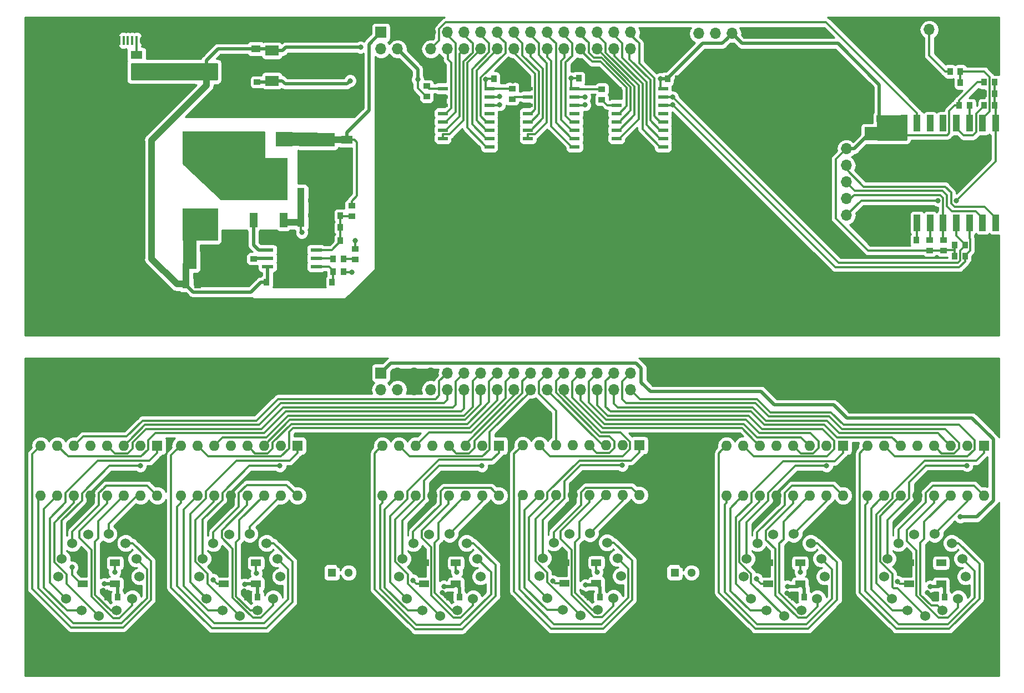
<source format=gbr>
G04 #@! TF.GenerationSoftware,KiCad,Pcbnew,(2018-01-30 revision 342197bb3)-makepkg*
G04 #@! TF.CreationDate,2018-06-27T08:36:49+02:00*
G04 #@! TF.ProjectId,NixieClock01A,4E69786965436C6F636B3031412E6B69,rev?*
G04 #@! TF.SameCoordinates,Original*
G04 #@! TF.FileFunction,Copper,L1,Top,Signal*
G04 #@! TF.FilePolarity,Positive*
%FSLAX46Y46*%
G04 Gerber Fmt 4.6, Leading zero omitted, Abs format (unit mm)*
G04 Created by KiCad (PCBNEW (2018-01-30 revision 342197bb3)-makepkg) date 06/27/18 08:36:49*
%MOMM*%
%LPD*%
G01*
G04 APERTURE LIST*
%ADD10C,1.524000*%
%ADD11C,1.300000*%
%ADD12R,1.300000X1.300000*%
%ADD13R,1.600000X1.600000*%
%ADD14O,1.600000X1.600000*%
%ADD15R,1.700000X1.700000*%
%ADD16O,1.700000X1.700000*%
%ADD17R,1.500000X0.600000*%
%ADD18R,1.000000X0.820000*%
%ADD19R,0.820000X1.000000*%
%ADD20R,1.120000X1.400000*%
%ADD21R,1.500000X1.000000*%
%ADD22R,5.400000X4.900000*%
%ADD23R,1.200000X2.200000*%
%ADD24R,5.800000X6.400000*%
%ADD25R,1.750000X0.550000*%
%ADD26R,5.400000X2.000000*%
%ADD27R,2.060000X2.600000*%
%ADD28R,1.800000X1.220000*%
%ADD29R,2.500000X2.300000*%
%ADD30R,1.400000X1.120000*%
%ADD31R,2.400000X2.060000*%
%ADD32R,2.000000X3.800000*%
%ADD33R,2.000000X1.500000*%
%ADD34R,3.300000X2.500000*%
%ADD35R,1.500000X1.900000*%
%ADD36C,1.450000*%
%ADD37R,0.400000X1.350000*%
%ADD38O,1.200000X1.900000*%
%ADD39R,1.200000X1.900000*%
%ADD40C,5.600000*%
%ADD41R,1.000000X2.500000*%
%ADD42C,0.800000*%
%ADD43C,0.300000*%
%ADD44C,0.500000*%
%ADD45C,1.000000*%
%ADD46C,2.000000*%
%ADD47C,0.254000*%
G04 APERTURE END LIST*
D10*
X228990734Y-148551499D03*
X230470534Y-136013499D03*
X231635734Y-147719499D03*
X226345734Y-147719499D03*
X227345734Y-136083499D03*
X222801734Y-142520499D03*
X223301734Y-139782499D03*
X235179734Y-142520499D03*
X234679734Y-139782499D03*
X233057734Y-137414499D03*
X224923734Y-137414499D03*
X223923734Y-145888499D03*
X234057734Y-145888499D03*
X207490734Y-148551499D03*
X208970534Y-136013499D03*
X210135734Y-147719499D03*
X204845734Y-147719499D03*
X205845734Y-136083499D03*
X201301734Y-142520499D03*
X201801734Y-139782499D03*
X213679734Y-142520499D03*
X213179734Y-139782499D03*
X211557734Y-137414499D03*
X203423734Y-137414499D03*
X202423734Y-145888499D03*
X212557734Y-145888499D03*
X176411090Y-148473700D03*
X177890890Y-135935700D03*
X179056090Y-147641700D03*
X173766090Y-147641700D03*
X174766090Y-136005700D03*
X170222090Y-142442700D03*
X170722090Y-139704700D03*
X182600090Y-142442700D03*
X182100090Y-139704700D03*
X180478090Y-137336700D03*
X172344090Y-137336700D03*
X171344090Y-145810700D03*
X181478090Y-145810700D03*
X154990734Y-148551499D03*
X156470534Y-136013499D03*
X157635734Y-147719499D03*
X152345734Y-147719499D03*
X153345734Y-136083499D03*
X148801734Y-142520499D03*
X149301734Y-139782499D03*
X161179734Y-142520499D03*
X160679734Y-139782499D03*
X159057734Y-137414499D03*
X150923734Y-137414499D03*
X149923734Y-145888499D03*
X160057734Y-145888499D03*
X124490734Y-148551499D03*
X125970534Y-136013499D03*
X127135734Y-147719499D03*
X121845734Y-147719499D03*
X122845734Y-136083499D03*
X118301734Y-142520499D03*
X118801734Y-139782499D03*
X130679734Y-142520499D03*
X130179734Y-139782499D03*
X128557734Y-137414499D03*
X120423734Y-137414499D03*
X119423734Y-145888499D03*
X129557734Y-145888499D03*
X102990734Y-148551499D03*
X104470534Y-136013499D03*
X105635734Y-147719499D03*
X100345734Y-147719499D03*
X101345734Y-136083499D03*
X96801734Y-142520499D03*
X97301734Y-139782499D03*
X109179734Y-142520499D03*
X108679734Y-139782499D03*
X107057734Y-137414499D03*
X98923734Y-137414499D03*
X97923734Y-145888499D03*
X108057734Y-145888499D03*
D11*
X192089285Y-140647500D03*
X193359285Y-141917500D03*
D12*
X190819285Y-141917500D03*
D13*
X133230734Y-122551499D03*
D14*
X115450734Y-130171499D03*
X130690734Y-122551499D03*
X117990734Y-130171499D03*
X128150734Y-122551499D03*
X120530734Y-130171499D03*
X125610734Y-122551499D03*
X123070734Y-130171499D03*
X123070734Y-122551499D03*
X125610734Y-130171499D03*
X120530734Y-122551499D03*
X128150734Y-130171499D03*
X117990734Y-122551499D03*
X130690734Y-130171499D03*
X115450734Y-122551499D03*
X133230734Y-130171499D03*
D15*
X145990379Y-111429297D03*
D16*
X145990379Y-113969297D03*
X148530379Y-111429297D03*
X148530379Y-113969297D03*
X151070379Y-111429297D03*
X151070379Y-113969297D03*
X153610379Y-111429297D03*
X153610379Y-113969297D03*
X156150379Y-111429297D03*
X156150379Y-113969297D03*
X158690379Y-111429297D03*
X158690379Y-113969297D03*
X161230379Y-111429297D03*
X161230379Y-113969297D03*
X163770379Y-111429297D03*
X163770379Y-113969297D03*
X166310379Y-111429297D03*
X166310379Y-113969297D03*
X168850379Y-111429297D03*
X168850379Y-113969297D03*
X171390379Y-111429297D03*
X171390379Y-113969297D03*
X173930379Y-111429297D03*
X173930379Y-113969297D03*
X176470379Y-111429297D03*
X176470379Y-113969297D03*
X179010379Y-111429297D03*
X179010379Y-113969297D03*
X181550379Y-111429297D03*
X181550379Y-113969297D03*
X184090379Y-111429297D03*
X184090379Y-113969297D03*
D17*
X155440379Y-67984297D03*
X155440379Y-69254297D03*
X155440379Y-70524297D03*
X155440379Y-71794297D03*
X155440379Y-73064297D03*
X155440379Y-74334297D03*
X155440379Y-75604297D03*
X155440379Y-76874297D03*
X162540379Y-76874297D03*
X162540379Y-75604297D03*
X162540379Y-74334297D03*
X162540379Y-73064297D03*
X162540379Y-71794297D03*
X162540379Y-70524297D03*
X162540379Y-69254297D03*
X162540379Y-67984297D03*
D18*
X126568379Y-95609297D03*
X126568379Y-94009297D03*
D19*
X164800000Y-66500000D03*
X163200000Y-66500000D03*
X239636703Y-68824379D03*
X238036703Y-68824379D03*
X222009103Y-72583579D03*
X220409103Y-72583579D03*
D18*
X152990379Y-69229297D03*
X152990379Y-67629297D03*
X231851703Y-91138379D03*
X231851703Y-92738379D03*
X229692703Y-92738379D03*
X229692703Y-91138379D03*
D19*
X235826703Y-70602379D03*
X234226703Y-70602379D03*
X238036703Y-67046379D03*
X239636703Y-67046379D03*
X227698703Y-91176379D03*
X226098703Y-91176379D03*
X234400000Y-65400000D03*
X232800000Y-65400000D03*
X234400000Y-67100000D03*
X232800000Y-67100000D03*
X238036703Y-70602379D03*
X239636703Y-70602379D03*
D14*
X111880734Y-130171499D03*
X94100734Y-122551499D03*
X109340734Y-130171499D03*
X96640734Y-122551499D03*
X106800734Y-130171499D03*
X99180734Y-122551499D03*
X104260734Y-130171499D03*
X101720734Y-122551499D03*
X101720734Y-130171499D03*
X104260734Y-122551499D03*
X99180734Y-130171499D03*
X106800734Y-122551499D03*
X96640734Y-130171499D03*
X109340734Y-122551499D03*
X94100734Y-130171499D03*
D13*
X111880734Y-122551499D03*
D19*
X138722379Y-94047297D03*
X140322379Y-94047297D03*
X138214379Y-87443297D03*
X139814379Y-87443297D03*
X138544379Y-97603297D03*
X136944379Y-97603297D03*
D20*
X116290379Y-97857297D03*
X118050379Y-97857297D03*
D18*
X142062379Y-94085297D03*
X142062379Y-92485297D03*
D19*
X139814379Y-91253297D03*
X138214379Y-91253297D03*
X138214379Y-89221297D03*
X139814379Y-89221297D03*
D18*
X141554379Y-85881297D03*
X141554379Y-87481297D03*
D19*
X140292998Y-95947797D03*
X138692998Y-95947797D03*
D20*
X133816379Y-86173297D03*
X135576379Y-86173297D03*
X135576379Y-83887297D03*
X133816379Y-83887297D03*
X133816379Y-88459297D03*
X135576379Y-88459297D03*
D19*
X105822734Y-145629297D03*
X104222734Y-145629297D03*
D21*
X100540734Y-140451499D03*
X100540734Y-143651499D03*
X105440734Y-140451499D03*
X105440734Y-143651499D03*
D22*
X118440379Y-88771297D03*
X118440379Y-76971297D03*
D23*
X126574379Y-88087297D03*
X131134379Y-88087297D03*
D24*
X128854379Y-81787297D03*
D25*
X136110379Y-95190297D03*
X136110379Y-93920297D03*
X136110379Y-92650297D03*
X136110379Y-91380297D03*
X128710379Y-91380297D03*
X128710379Y-92650297D03*
X128710379Y-93920297D03*
X128710379Y-95190297D03*
D19*
X128562379Y-97603297D03*
X130162379Y-97603297D03*
D26*
X136220379Y-75849297D03*
X136220379Y-80749297D03*
D27*
X116834379Y-94301297D03*
X123094379Y-94301297D03*
D28*
X140792379Y-75853297D03*
X140792379Y-78713297D03*
D29*
X131258379Y-75759297D03*
X126958379Y-75759297D03*
D15*
X216992703Y-74666379D03*
D16*
X216992703Y-77206379D03*
X216992703Y-79746379D03*
X216992703Y-82286379D03*
X216992703Y-84826379D03*
X216992703Y-87366379D03*
D19*
X177790379Y-66429297D03*
X176190379Y-66429297D03*
D21*
X122040734Y-140451499D03*
X122040734Y-143651499D03*
X126940734Y-140451499D03*
X126940734Y-143651499D03*
D19*
X125590379Y-145629297D03*
X127190379Y-145629297D03*
X156390379Y-145629297D03*
X157990379Y-145629297D03*
X189700000Y-66529297D03*
X191300000Y-66529297D03*
X179390379Y-145629297D03*
X177790379Y-145629297D03*
X208990379Y-145629297D03*
X210590379Y-145629297D03*
D30*
X126929297Y-61929621D03*
X126929297Y-63689621D03*
D19*
X231990379Y-145629297D03*
X230390379Y-145629297D03*
D18*
X127129297Y-67009621D03*
X127129297Y-65409621D03*
D21*
X152540734Y-140451499D03*
X152540734Y-143651499D03*
X157440734Y-140451499D03*
X157440734Y-143651499D03*
X178861090Y-143573700D03*
X178861090Y-140373700D03*
X173961090Y-143573700D03*
X173961090Y-140373700D03*
X205040734Y-140451499D03*
X205040734Y-143651499D03*
X209940734Y-140451499D03*
X209940734Y-143651499D03*
X231440734Y-143651499D03*
X231440734Y-140451499D03*
X226540734Y-143651499D03*
X226540734Y-140451499D03*
D18*
X166000000Y-69600000D03*
X166000000Y-68000000D03*
X179700000Y-68100000D03*
X179700000Y-69700000D03*
D17*
X175540379Y-67984297D03*
X175540379Y-69254297D03*
X175540379Y-70524297D03*
X175540379Y-71794297D03*
X175540379Y-73064297D03*
X175540379Y-74334297D03*
X175540379Y-75604297D03*
X175540379Y-76874297D03*
X168440379Y-76874297D03*
X168440379Y-75604297D03*
X168440379Y-74334297D03*
X168440379Y-73064297D03*
X168440379Y-71794297D03*
X168440379Y-70524297D03*
X168440379Y-69254297D03*
X168440379Y-67984297D03*
X181940379Y-67984297D03*
X181940379Y-69254297D03*
X181940379Y-70524297D03*
X181940379Y-71794297D03*
X181940379Y-73064297D03*
X181940379Y-74334297D03*
X181940379Y-75604297D03*
X181940379Y-76874297D03*
X189040379Y-76874297D03*
X189040379Y-75604297D03*
X189040379Y-74334297D03*
X189040379Y-73064297D03*
X189040379Y-71794297D03*
X189040379Y-70524297D03*
X189040379Y-69254297D03*
X189040379Y-67984297D03*
D14*
X163990734Y-130171499D03*
X146210734Y-122551499D03*
X161450734Y-130171499D03*
X148750734Y-122551499D03*
X158910734Y-130171499D03*
X151290734Y-122551499D03*
X156370734Y-130171499D03*
X153830734Y-122551499D03*
X153830734Y-130171499D03*
X156370734Y-122551499D03*
X151290734Y-130171499D03*
X158910734Y-122551499D03*
X148750734Y-130171499D03*
X161450734Y-122551499D03*
X146210734Y-130171499D03*
D13*
X163990734Y-122551499D03*
X185411090Y-122473700D03*
D14*
X167631090Y-130093700D03*
X182871090Y-122473700D03*
X170171090Y-130093700D03*
X180331090Y-122473700D03*
X172711090Y-130093700D03*
X177791090Y-122473700D03*
X175251090Y-130093700D03*
X175251090Y-122473700D03*
X177791090Y-130093700D03*
X172711090Y-122473700D03*
X180331090Y-130093700D03*
X170171090Y-122473700D03*
X182871090Y-130093700D03*
X167631090Y-122473700D03*
X185411090Y-130093700D03*
D13*
X216490734Y-122551499D03*
D14*
X198710734Y-130171499D03*
X213950734Y-122551499D03*
X201250734Y-130171499D03*
X211410734Y-122551499D03*
X203790734Y-130171499D03*
X208870734Y-122551499D03*
X206330734Y-130171499D03*
X206330734Y-122551499D03*
X208870734Y-130171499D03*
X203790734Y-122551499D03*
X211410734Y-130171499D03*
X201250734Y-122551499D03*
X213950734Y-130171499D03*
X198710734Y-122551499D03*
X216490734Y-130171499D03*
X237990734Y-130171499D03*
X220210734Y-122551499D03*
X235450734Y-130171499D03*
X222750734Y-122551499D03*
X232910734Y-130171499D03*
X225290734Y-122551499D03*
X230370734Y-130171499D03*
X227830734Y-122551499D03*
X227830734Y-130171499D03*
X230370734Y-122551499D03*
X225290734Y-130171499D03*
X232910734Y-122551499D03*
X222750734Y-130171499D03*
X235450734Y-122551499D03*
X220210734Y-130171499D03*
D13*
X237990734Y-122551499D03*
D15*
X145990379Y-59429297D03*
D16*
X145990379Y-61969297D03*
X148530379Y-59429297D03*
X148530379Y-61969297D03*
X151070379Y-59429297D03*
X151070379Y-61969297D03*
X153610379Y-59429297D03*
X153610379Y-61969297D03*
X156150379Y-59429297D03*
X156150379Y-61969297D03*
X158690379Y-59429297D03*
X158690379Y-61969297D03*
X161230379Y-59429297D03*
X161230379Y-61969297D03*
X163770379Y-59429297D03*
X163770379Y-61969297D03*
X166310379Y-59429297D03*
X166310379Y-61969297D03*
X168850379Y-59429297D03*
X168850379Y-61969297D03*
X171390379Y-59429297D03*
X171390379Y-61969297D03*
X173930379Y-59429297D03*
X173930379Y-61969297D03*
X176470379Y-59429297D03*
X176470379Y-61969297D03*
X179010379Y-59429297D03*
X179010379Y-61969297D03*
X181550379Y-59429297D03*
X181550379Y-61969297D03*
X184090379Y-59429297D03*
X184090379Y-61969297D03*
D31*
X220970703Y-74910379D03*
X220970703Y-79870379D03*
D32*
X135679297Y-64509621D03*
D33*
X129379297Y-64509621D03*
X129379297Y-66809621D03*
X129379297Y-62209621D03*
D18*
X111000000Y-64700000D03*
X111000000Y-63100000D03*
D31*
X113900000Y-65580000D03*
X113900000Y-60620000D03*
D34*
X119400000Y-65500000D03*
X119400000Y-58700000D03*
D28*
X108700000Y-65730000D03*
X108700000Y-62870000D03*
D35*
X106400000Y-57962500D03*
D36*
X109900000Y-60662500D03*
D37*
X108050000Y-60662500D03*
X108700000Y-60662500D03*
X106100000Y-60662500D03*
X106750000Y-60662500D03*
X107400000Y-60662500D03*
D36*
X104900000Y-60662500D03*
D35*
X108400000Y-57962500D03*
D38*
X110900000Y-57962500D03*
X103900000Y-57962500D03*
D39*
X104500000Y-57962500D03*
X110300000Y-57962500D03*
D40*
X236000000Y-154000000D03*
X96000000Y-154000000D03*
X236000000Y-113000000D03*
X96000000Y-113000000D03*
X236000000Y-61000000D03*
X236000000Y-102000000D03*
X96000000Y-102000000D03*
X96000000Y-61000000D03*
D41*
X239775203Y-73313379D03*
X237775203Y-73313379D03*
X235775203Y-73313379D03*
X233775203Y-73313379D03*
X231775203Y-73313379D03*
X229775203Y-73313379D03*
X227775203Y-73313379D03*
X225775203Y-73313379D03*
X225775203Y-88513379D03*
X227775203Y-88513379D03*
X229775203Y-88513379D03*
X231775203Y-88513379D03*
X233775203Y-88513379D03*
X235775203Y-88513379D03*
X237775203Y-88513379D03*
X239775203Y-88513379D03*
D15*
X227100000Y-59000000D03*
D16*
X229640000Y-59000000D03*
D11*
X139789285Y-140647500D03*
X141059285Y-141917500D03*
D12*
X138519285Y-141917500D03*
D15*
X202100000Y-59600000D03*
D16*
X199560000Y-59600000D03*
X197020000Y-59600000D03*
X194480000Y-59600000D03*
D19*
X233500000Y-93600000D03*
X235100000Y-93600000D03*
X235100000Y-91900000D03*
X233500000Y-91900000D03*
D42*
X134188379Y-91507297D03*
X130632379Y-91507297D03*
X236804703Y-68824379D03*
X219988103Y-81687179D03*
X221004103Y-81687179D03*
X222020103Y-81687179D03*
X225670703Y-86340379D03*
X226670703Y-86340379D03*
X224670703Y-86340379D03*
X155390379Y-145029297D03*
X176790379Y-145029297D03*
X229390379Y-145029297D03*
X207920710Y-145098966D03*
X191300000Y-67900000D03*
X183400000Y-76900000D03*
X179100000Y-66750001D03*
X166100000Y-66800000D03*
X169900000Y-77000000D03*
X156900000Y-77000000D03*
X113900000Y-58100000D03*
X137400000Y-83100000D03*
X131400000Y-97600000D03*
X135500000Y-97600000D03*
X122600000Y-91000000D03*
X123700000Y-91000000D03*
X124900000Y-91000000D03*
X119400000Y-97900000D03*
X138500000Y-83100000D03*
X139600000Y-83100000D03*
X140800000Y-80099990D03*
X142100000Y-91200000D03*
X232800000Y-68400000D03*
X125150010Y-144722326D03*
X103650010Y-144629297D03*
X173999994Y-141700000D03*
X226600000Y-141700000D03*
X205099994Y-141700000D03*
X152600000Y-141600000D03*
X122200000Y-141600000D03*
X100600000Y-141700000D03*
X133800000Y-64500000D03*
X133800000Y-63200000D03*
X133800000Y-65700000D03*
X132000000Y-64500000D03*
X132000000Y-63200000D03*
X132000000Y-65700000D03*
X139400000Y-64500000D03*
X139400000Y-63200000D03*
X137600000Y-64500000D03*
X139400000Y-65700000D03*
X137600000Y-65700000D03*
X137600000Y-63200000D03*
X189600000Y-64900000D03*
X103790379Y-143629297D03*
X155590379Y-144029297D03*
X177190379Y-143829297D03*
X207990379Y-144029297D03*
X229790379Y-144029297D03*
X142900000Y-61700000D03*
X125219282Y-143724716D03*
X175000000Y-66400000D03*
X188600000Y-66500000D03*
X151600000Y-66600000D03*
X162013170Y-66613170D03*
X141300000Y-66800000D03*
X233770707Y-85090379D03*
X230970703Y-85090395D03*
X164100000Y-70500000D03*
X177100000Y-70500000D03*
X190500000Y-70500000D03*
X164100000Y-69200000D03*
X177100000Y-69300000D03*
X190500000Y-69300000D03*
X234390379Y-133429297D03*
X109290379Y-125629297D03*
X133934379Y-89983297D03*
X141554379Y-96079297D03*
X130590389Y-125629297D03*
X98900000Y-141100022D03*
X105390379Y-141829297D03*
X120400000Y-143000000D03*
X126990379Y-142029297D03*
X150850010Y-143100000D03*
X157590379Y-141829297D03*
X172249033Y-143250967D03*
X178990379Y-141829297D03*
X203300024Y-142900000D03*
X209990379Y-141829297D03*
X224800012Y-143300000D03*
X161390379Y-125629297D03*
X182810735Y-125551498D03*
X213990379Y-125629297D03*
X235400000Y-125600000D03*
D43*
X136110379Y-91380297D02*
X134315379Y-91380297D01*
X134315379Y-91380297D02*
X134188379Y-91507297D01*
X128710379Y-91380297D02*
X130505379Y-91380297D01*
X130505379Y-91380297D02*
X130632379Y-91507297D01*
X238036703Y-68824379D02*
X236804703Y-68824379D01*
X221004103Y-81687179D02*
X222020103Y-81687179D01*
X225775203Y-88513379D02*
X225775203Y-86444879D01*
X225775203Y-86444879D02*
X225670703Y-86340379D01*
X225670703Y-86340379D02*
X224670703Y-86340379D01*
D44*
X156390379Y-145629297D02*
X155990379Y-145629297D01*
X155990379Y-145629297D02*
X155390379Y-145029297D01*
X177790379Y-145629297D02*
X177390379Y-145629297D01*
X177390379Y-145629297D02*
X176790379Y-145029297D01*
X230390379Y-145629297D02*
X229990379Y-145629297D01*
X229990379Y-145629297D02*
X229390379Y-145029297D01*
X208990379Y-145629297D02*
X208451041Y-145629297D01*
X208451041Y-145629297D02*
X207920710Y-145098966D01*
D43*
X221004103Y-79903779D02*
X220970703Y-79870379D01*
X221004103Y-81687179D02*
X221004103Y-79903779D01*
X191300000Y-66500000D02*
X191300000Y-67900000D01*
X181940379Y-76874297D02*
X183374297Y-76874297D01*
X183374297Y-76874297D02*
X183400000Y-76900000D01*
X181940379Y-69254297D02*
X181940379Y-67984297D01*
X177790379Y-66429297D02*
X178779296Y-66429297D01*
X178779296Y-66429297D02*
X179100000Y-66750001D01*
X164800000Y-66500000D02*
X165800000Y-66500000D01*
X165800000Y-66500000D02*
X166100000Y-66800000D01*
X168440379Y-76874297D02*
X169774297Y-76874297D01*
X169774297Y-76874297D02*
X169900000Y-77000000D01*
X155440379Y-76874297D02*
X156774297Y-76874297D01*
X156774297Y-76874297D02*
X156900000Y-77000000D01*
D44*
X113900000Y-60620000D02*
X113900000Y-58100000D01*
X135576379Y-83887297D02*
X136612703Y-83887297D01*
X136612703Y-83887297D02*
X137400000Y-83100000D01*
X130162379Y-97603297D02*
X131396703Y-97603297D01*
X131396703Y-97603297D02*
X131400000Y-97600000D01*
X136944379Y-97603297D02*
X135503297Y-97603297D01*
X135503297Y-97603297D02*
X135500000Y-97600000D01*
X122594379Y-91005621D02*
X122600000Y-91000000D01*
X123700000Y-91000000D02*
X124900000Y-91000000D01*
X118050379Y-97857297D02*
X119357297Y-97857297D01*
X119357297Y-97857297D02*
X119400000Y-97900000D01*
D43*
X123094379Y-91605621D02*
X123700000Y-91000000D01*
X123094379Y-94301297D02*
X123094379Y-91605621D01*
X137400000Y-83100000D02*
X138500000Y-83100000D01*
D44*
X140792379Y-80092369D02*
X140800000Y-80099990D01*
X140792379Y-78713297D02*
X140792379Y-80092369D01*
D43*
X142062379Y-92485297D02*
X142062379Y-91237621D01*
X142062379Y-91237621D02*
X142100000Y-91200000D01*
X232800000Y-67100000D02*
X232800000Y-68400000D01*
D44*
X125590379Y-145629297D02*
X125590379Y-145162695D01*
X125550009Y-145122325D02*
X125150010Y-144722326D01*
X125590379Y-145162695D02*
X125550009Y-145122325D01*
X104050009Y-145029296D02*
X103650010Y-144629297D01*
X104222734Y-145629297D02*
X104222734Y-145202021D01*
X104222734Y-145202021D02*
X104050009Y-145029296D01*
X173961090Y-141661096D02*
X173999994Y-141700000D01*
X173961090Y-140373700D02*
X173961090Y-141661096D01*
X226540734Y-141640734D02*
X226600000Y-141700000D01*
X226540734Y-140451499D02*
X226540734Y-141640734D01*
X205040734Y-141640740D02*
X205099994Y-141700000D01*
X205040734Y-140451499D02*
X205040734Y-141640740D01*
D43*
X152540734Y-140451499D02*
X152540734Y-141540734D01*
X152540734Y-141540734D02*
X152600000Y-141600000D01*
D44*
X122040734Y-140451499D02*
X122040734Y-141451499D01*
X122189235Y-141600000D02*
X122200000Y-141600000D01*
X122040734Y-141451499D02*
X122189235Y-141600000D01*
X100540734Y-140451499D02*
X100540734Y-141640734D01*
X100540734Y-141640734D02*
X100600000Y-141700000D01*
D43*
X135679297Y-64509621D02*
X133809621Y-64509621D01*
X133809621Y-64509621D02*
X133800000Y-64500000D01*
X133800000Y-64500000D02*
X133800000Y-65700000D01*
D44*
X129379297Y-64509621D02*
X131990379Y-64509621D01*
X131990379Y-64509621D02*
X132000000Y-64500000D01*
D43*
X132000000Y-64500000D02*
X132000000Y-65700000D01*
X137600000Y-64500000D02*
X137600000Y-65700000D01*
X139400000Y-64500000D02*
X139400000Y-65700000D01*
X135688918Y-64500000D02*
X135679297Y-64509621D01*
X137600000Y-64500000D02*
X135688918Y-64500000D01*
D44*
X128710379Y-97455297D02*
X128562379Y-97603297D01*
X128710379Y-95190297D02*
X128710379Y-97455297D01*
X116290379Y-97997297D02*
X116290379Y-97857297D01*
X117350379Y-99057297D02*
X116290379Y-97997297D01*
X126198379Y-99057297D02*
X117350379Y-99057297D01*
X127652379Y-97603297D02*
X126198379Y-99057297D01*
X128562379Y-97603297D02*
X127652379Y-97603297D01*
D45*
X116290379Y-94845297D02*
X116834379Y-94301297D01*
X116290379Y-97857297D02*
X116290379Y-94845297D01*
D46*
X116834379Y-90377297D02*
X118440379Y-88771297D01*
X116834379Y-94301297D02*
X116834379Y-90377297D01*
D44*
X105822734Y-144033499D02*
X105440734Y-143651499D01*
X105822734Y-145629297D02*
X105822734Y-144033499D01*
X105440734Y-143651499D02*
X103812581Y-143651499D01*
X103812581Y-143651499D02*
X103790379Y-143629297D01*
X157062936Y-144029297D02*
X157440734Y-143651499D01*
X155590379Y-144029297D02*
X157062936Y-144029297D01*
X178605493Y-143829297D02*
X178861090Y-143573700D01*
X177190379Y-143829297D02*
X178605493Y-143829297D01*
X209562936Y-144029297D02*
X209940734Y-143651499D01*
X207990379Y-144029297D02*
X209562936Y-144029297D01*
X231062936Y-144029297D02*
X231440734Y-143651499D01*
X229790379Y-144029297D02*
X231062936Y-144029297D01*
X231990379Y-144201144D02*
X231440734Y-143651499D01*
X231990379Y-145629297D02*
X231990379Y-144201144D01*
X210590379Y-144301144D02*
X209940734Y-143651499D01*
X210590379Y-145629297D02*
X210590379Y-144301144D01*
X179390379Y-144102989D02*
X178861090Y-143573700D01*
X179390379Y-145629297D02*
X179390379Y-144102989D01*
X157990379Y-144201144D02*
X157440734Y-143651499D01*
X157990379Y-145629297D02*
X157990379Y-144201144D01*
X127190379Y-143901144D02*
X126940734Y-143651499D01*
X127190379Y-145629297D02*
X127190379Y-143901144D01*
D43*
X113420000Y-65100000D02*
X113900000Y-65580000D01*
X111000000Y-65100000D02*
X113420000Y-65100000D01*
X119320000Y-65580000D02*
X119400000Y-65500000D01*
X113900000Y-65580000D02*
X119320000Y-65580000D01*
X109330000Y-65100000D02*
X108700000Y-65730000D01*
X111000000Y-65100000D02*
X109330000Y-65100000D01*
D44*
X129099297Y-61929621D02*
X129379297Y-62209621D01*
X126929297Y-61929621D02*
X129099297Y-61929621D01*
X131500000Y-61700000D02*
X142900000Y-61700000D01*
X129379297Y-62209621D02*
X130990379Y-62209621D01*
X130990379Y-62209621D02*
X131500000Y-61700000D01*
D45*
X114857297Y-97857297D02*
X116290379Y-97857297D01*
X111000000Y-94000000D02*
X114857297Y-97857297D01*
X111000000Y-75900000D02*
X111000000Y-94000000D01*
X119400000Y-65500000D02*
X119400000Y-67500000D01*
X119400000Y-67500000D02*
X111000000Y-75900000D01*
D44*
X125292499Y-143651499D02*
X125219282Y-143724716D01*
X126940734Y-143651499D02*
X125292499Y-143651499D01*
X125729297Y-61929621D02*
X126929297Y-61929621D01*
X121170379Y-61929621D02*
X125729297Y-61929621D01*
X119400000Y-65500000D02*
X119400000Y-63700000D01*
X119400000Y-63700000D02*
X121170379Y-61929621D01*
D43*
X237998703Y-67008379D02*
X238036703Y-67046379D01*
X237326703Y-67046379D02*
X238036703Y-67046379D01*
X236982703Y-67046379D02*
X237326703Y-67046379D01*
X234226703Y-69802379D02*
X236982703Y-67046379D01*
X234226703Y-70602379D02*
X234226703Y-69802379D01*
X230835703Y-92738379D02*
X229692703Y-92738379D01*
X231851703Y-92738379D02*
X230835703Y-92738379D01*
X225045403Y-72583579D02*
X225775203Y-73313379D01*
X222009103Y-72583579D02*
X225045403Y-72583579D01*
X222009103Y-73871979D02*
X220970703Y-74910379D01*
X222009103Y-72583579D02*
X222009103Y-73871979D01*
X176190379Y-66429297D02*
X175029297Y-66429297D01*
X175029297Y-66429297D02*
X175000000Y-66400000D01*
X175000000Y-67800000D02*
X175000000Y-66400000D01*
X175540379Y-67984297D02*
X175184297Y-67984297D01*
X175184297Y-67984297D02*
X175000000Y-67800000D01*
X189024676Y-68000000D02*
X189040379Y-67984297D01*
X188800000Y-68000000D02*
X189024676Y-68000000D01*
X188600000Y-66500000D02*
X188600000Y-67800000D01*
X188600000Y-67800000D02*
X188800000Y-68000000D01*
X175656082Y-68100000D02*
X175540379Y-67984297D01*
X179700000Y-68100000D02*
X175656082Y-68100000D01*
X165984297Y-67984297D02*
X166000000Y-68000000D01*
X162540379Y-67984297D02*
X165984297Y-67984297D01*
X163200000Y-66500000D02*
X162126340Y-66500000D01*
X162126340Y-66500000D02*
X162013170Y-66613170D01*
X162456082Y-67900000D02*
X162540379Y-67984297D01*
X162100000Y-67900000D02*
X162456082Y-67900000D01*
X162013170Y-66613170D02*
X162013170Y-67813170D01*
X162013170Y-67813170D02*
X162100000Y-67900000D01*
X151600000Y-67165685D02*
X151600000Y-66600000D01*
X151600000Y-67928918D02*
X151600000Y-67165685D01*
X152990379Y-69229297D02*
X152900379Y-69229297D01*
X152900379Y-69229297D02*
X151600000Y-67928918D01*
D44*
X129179297Y-67009621D02*
X129379297Y-66809621D01*
X127129297Y-67009621D02*
X129179297Y-67009621D01*
X151600000Y-65038918D02*
X148530379Y-61969297D01*
X151600000Y-66600000D02*
X151600000Y-65038918D01*
X189670703Y-66500000D02*
X189700000Y-66529297D01*
X188600000Y-66500000D02*
X189670703Y-66500000D01*
X220489621Y-74910379D02*
X220970703Y-74910379D01*
X216992703Y-77206379D02*
X218193621Y-77206379D01*
X218193621Y-77206379D02*
X220489621Y-74910379D01*
X130879297Y-66809621D02*
X129379297Y-66809621D01*
X131369676Y-67300000D02*
X130879297Y-66809621D01*
X141300000Y-66800000D02*
X140800000Y-67300000D01*
X140800000Y-67300000D02*
X131369676Y-67300000D01*
D43*
X215400000Y-78799082D02*
X216992703Y-77206379D01*
X215400000Y-87800000D02*
X215400000Y-78799082D01*
X229692703Y-92738379D02*
X220338379Y-92738379D01*
X220338379Y-92738379D02*
X215400000Y-87800000D01*
X233500000Y-91900000D02*
X233500000Y-92700000D01*
X233500000Y-92700000D02*
X233500000Y-93600000D01*
X232690082Y-92700000D02*
X233500000Y-92700000D01*
X231851703Y-92738379D02*
X231890082Y-92700000D01*
X231890082Y-92700000D02*
X232690082Y-92700000D01*
X233516703Y-70602379D02*
X232700000Y-71419082D01*
X234226703Y-70602379D02*
X233516703Y-70602379D01*
X225775203Y-74875203D02*
X225775203Y-73313379D01*
X232700000Y-71419082D02*
X232700000Y-74800000D01*
X232700000Y-74800000D02*
X232400000Y-75100000D01*
X232400000Y-75100000D02*
X226000000Y-75100000D01*
X226000000Y-75100000D02*
X225775203Y-74875203D01*
D44*
X222009103Y-67409103D02*
X222009103Y-72583579D01*
X215700000Y-61100000D02*
X222009103Y-67409103D01*
X199560000Y-59600000D02*
X201060000Y-61100000D01*
X201060000Y-61100000D02*
X215700000Y-61100000D01*
X198710001Y-60449999D02*
X199560000Y-59600000D01*
X198060000Y-61100000D02*
X198710001Y-60449999D01*
X195039297Y-61100000D02*
X198060000Y-61100000D01*
X189700000Y-66529297D02*
X189700000Y-66439297D01*
X189700000Y-66439297D02*
X195039297Y-61100000D01*
D43*
X239775203Y-70740879D02*
X239636703Y-70602379D01*
X239775203Y-73313379D02*
X239775203Y-70740879D01*
X239636703Y-70602379D02*
X239636703Y-68824379D01*
X239636703Y-68824379D02*
X239636703Y-67046379D01*
X239775203Y-73313379D02*
X239775203Y-79085883D01*
X239775203Y-79085883D02*
X234170706Y-84690380D01*
X234170706Y-84690380D02*
X233770707Y-85090379D01*
X219268687Y-85090395D02*
X230405018Y-85090395D01*
X216992703Y-87366379D02*
X219268687Y-85090395D01*
X230405018Y-85090395D02*
X230970703Y-85090395D01*
X153345379Y-67984297D02*
X152990379Y-67629297D01*
X155440379Y-67984297D02*
X153345379Y-67984297D01*
X231775203Y-91061879D02*
X231851703Y-91138379D01*
X231775203Y-88513379D02*
X231775203Y-91061879D01*
X231775203Y-86963379D02*
X231775203Y-88513379D01*
X231775203Y-84684877D02*
X231775203Y-86963379D01*
X231330704Y-84240378D02*
X231775203Y-84684877D01*
X218220704Y-84240378D02*
X231330704Y-84240378D01*
X216992703Y-84826379D02*
X217634703Y-84826379D01*
X217634703Y-84826379D02*
X218220704Y-84240378D01*
X229775203Y-91055879D02*
X229692703Y-91138379D01*
X229775203Y-88513379D02*
X229775203Y-91055879D01*
X235826703Y-73261879D02*
X235775203Y-73313379D01*
X235826703Y-70602379D02*
X235826703Y-73261879D01*
X227775203Y-91099879D02*
X227698703Y-91176379D01*
X227775203Y-88513379D02*
X227775203Y-91099879D01*
X237775203Y-72563379D02*
X238836703Y-71501879D01*
X237775203Y-73313379D02*
X237775203Y-72563379D01*
X238836703Y-71501879D02*
X238836703Y-66226703D01*
X234400000Y-67100000D02*
X234400000Y-65400000D01*
X238010000Y-65400000D02*
X234400000Y-65400000D01*
X238836703Y-66226703D02*
X238010000Y-65400000D01*
X238036703Y-70640379D02*
X238036703Y-70602379D01*
X233775203Y-74063379D02*
X234886203Y-75174379D01*
X234886203Y-75174379D02*
X236294205Y-75174379D01*
X236294205Y-75174379D02*
X236804703Y-74663881D01*
X233775203Y-73313379D02*
X233775203Y-74063379D01*
X236804703Y-74663881D02*
X236804703Y-71872379D01*
X236804703Y-71872379D02*
X238036703Y-70640379D01*
X158690379Y-116889297D02*
X158690379Y-113969297D01*
X158272379Y-117307297D02*
X158690379Y-116889297D01*
X131475379Y-117307297D02*
X158272379Y-117307297D01*
X128173379Y-120609297D02*
X131475379Y-117307297D01*
X98290745Y-124201510D02*
X109392725Y-124201510D01*
X96640734Y-122551499D02*
X98290745Y-124201510D01*
X109392725Y-124201510D02*
X110490735Y-123103500D01*
X110490735Y-123103500D02*
X110490735Y-121728941D01*
X110490735Y-121728941D02*
X111610379Y-120609297D01*
X111610379Y-120609297D02*
X128173379Y-120609297D01*
X158000000Y-62709676D02*
X158530379Y-62179297D01*
X158000000Y-72224676D02*
X158000000Y-62709676D01*
X155440379Y-74334297D02*
X155890379Y-74334297D01*
X155890379Y-74334297D02*
X158000000Y-72224676D01*
X156840378Y-60489296D02*
X155990379Y-59639297D01*
X157400000Y-61048918D02*
X156840378Y-60489296D01*
X157400000Y-71554676D02*
X157400000Y-61048918D01*
X155440379Y-73064297D02*
X155890379Y-73064297D01*
X155890379Y-73064297D02*
X157400000Y-71554676D01*
X154900000Y-112679676D02*
X156150379Y-111429297D01*
X154335379Y-115402297D02*
X154900000Y-114837676D01*
X100614936Y-121117297D02*
X107218379Y-121117297D01*
X154900000Y-114837676D02*
X154900000Y-112679676D01*
X99180734Y-122551499D02*
X100614936Y-121117297D01*
X107218379Y-121117297D02*
X109631379Y-118704297D01*
X109631379Y-118704297D02*
X127030379Y-118704297D01*
X127030379Y-118704297D02*
X130332379Y-115402297D01*
X130332379Y-115402297D02*
X154335379Y-115402297D01*
X159380378Y-60489296D02*
X158530379Y-59639297D01*
X160000000Y-61108918D02*
X159380378Y-60489296D01*
X160000000Y-62485678D02*
X160000000Y-61108918D01*
X155440379Y-75004297D02*
X155460378Y-74984298D01*
X155460378Y-74984298D02*
X156470380Y-74984298D01*
X156470380Y-74984298D02*
X158600000Y-72854678D01*
X158600000Y-72854678D02*
X158600000Y-63885678D01*
X155440379Y-75604297D02*
X155440379Y-75004297D01*
X158600000Y-63885678D02*
X160000000Y-62485678D01*
X157840380Y-112279296D02*
X158690379Y-111429297D01*
X157002379Y-116672297D02*
X157400000Y-116274676D01*
X131094379Y-116672297D02*
X157002379Y-116672297D01*
X127792379Y-119974297D02*
X131094379Y-116672297D01*
X105410735Y-123701500D02*
X107352735Y-123701500D01*
X157400000Y-116274676D02*
X157400000Y-112719676D01*
X104260734Y-122551499D02*
X105410735Y-123701500D01*
X107352735Y-123701500D02*
X108107379Y-122946856D01*
X108107379Y-122946856D02*
X108107379Y-122019419D01*
X157400000Y-112719676D02*
X157840380Y-112279296D01*
X108107379Y-122019419D02*
X110152501Y-119974297D01*
X110152501Y-119974297D02*
X127792379Y-119974297D01*
X107600733Y-121751500D02*
X106800734Y-122551499D01*
X156150379Y-115492297D02*
X155605379Y-116037297D01*
X156150379Y-113969297D02*
X156150379Y-115492297D01*
X155605379Y-116037297D02*
X130713379Y-116037297D01*
X130713379Y-116037297D02*
X127411379Y-119339297D01*
X127411379Y-119339297D02*
X110012936Y-119339297D01*
X110012936Y-119339297D02*
X107600733Y-121751500D01*
X156200000Y-62388918D02*
X155990379Y-62179297D01*
X156200000Y-63538918D02*
X156200000Y-62388918D01*
X156700000Y-64038918D02*
X156200000Y-63538918D01*
X156700000Y-70984676D02*
X156700000Y-64038918D01*
X155440379Y-71794297D02*
X155890379Y-71794297D01*
X155890379Y-71794297D02*
X156700000Y-70984676D01*
X161230379Y-115171378D02*
X161230379Y-113969297D01*
X132124936Y-118577297D02*
X158852501Y-118577297D01*
X161230379Y-116199419D02*
X161230379Y-115171378D01*
X158852501Y-118577297D02*
X161230379Y-116199419D01*
X128150734Y-122551499D02*
X132124936Y-118577297D01*
X160220380Y-63029296D02*
X161070379Y-62179297D01*
X159200000Y-64049676D02*
X160220380Y-63029296D01*
X159200000Y-73983918D02*
X159200000Y-64049676D01*
X162540379Y-76874297D02*
X162090379Y-76874297D01*
X162090379Y-76874297D02*
X159200000Y-73983918D01*
X121330733Y-121751500D02*
X120530734Y-122551499D01*
X121837936Y-121244297D02*
X121330733Y-121751500D01*
X161230379Y-111429297D02*
X159990379Y-112669297D01*
X159990379Y-116605297D02*
X158653379Y-117942297D01*
X158653379Y-117942297D02*
X131856379Y-117942297D01*
X159990379Y-112669297D02*
X159990379Y-116605297D01*
X131856379Y-117942297D02*
X128554379Y-121244297D01*
X128554379Y-121244297D02*
X121837936Y-121244297D01*
X162500000Y-61068918D02*
X161070379Y-59639297D01*
X162500000Y-62475678D02*
X162500000Y-61068918D01*
X159900000Y-65075678D02*
X162500000Y-62475678D01*
X159900000Y-73413918D02*
X159900000Y-65075678D01*
X162540379Y-75604297D02*
X162090379Y-75604297D01*
X162090379Y-75604297D02*
X159900000Y-73413918D01*
X159542379Y-119847297D02*
X163770379Y-115619297D01*
X163770379Y-115619297D02*
X163770379Y-115171378D01*
X119640745Y-124201510D02*
X130742725Y-124201510D01*
X117990734Y-122551499D02*
X119640745Y-124201510D01*
X163770379Y-115171378D02*
X163770379Y-113969297D01*
X130742725Y-124201510D02*
X131983379Y-122960856D01*
X131983379Y-122960856D02*
X131983379Y-120436297D01*
X131983379Y-120436297D02*
X132572379Y-119847297D01*
X132572379Y-119847297D02*
X159542379Y-119847297D01*
X162760380Y-63029296D02*
X163610379Y-62179297D01*
X160600000Y-65189676D02*
X162760380Y-63029296D01*
X160600000Y-72843918D02*
X160600000Y-65189676D01*
X162540379Y-74334297D02*
X162090379Y-74334297D01*
X162090379Y-74334297D02*
X160600000Y-72843918D01*
X164460378Y-60489296D02*
X163610379Y-59639297D01*
X162090379Y-73064297D02*
X161200000Y-72173918D01*
X162540379Y-73064297D02*
X162090379Y-73064297D01*
X161200000Y-72173918D02*
X161200000Y-66365678D01*
X161200000Y-66365678D02*
X165000000Y-62565678D01*
X165000000Y-62565678D02*
X165000000Y-61028918D01*
X165000000Y-61028918D02*
X164460378Y-60489296D01*
X126410733Y-123351498D02*
X125610734Y-122551499D01*
X128702735Y-123701500D02*
X126760735Y-123701500D01*
X129443379Y-122960856D02*
X128702735Y-123701500D01*
X126760735Y-123701500D02*
X126410733Y-123351498D01*
X162500000Y-112699676D02*
X162500000Y-115873676D01*
X163770379Y-111429297D02*
X162500000Y-112699676D01*
X162500000Y-115873676D02*
X159161379Y-119212297D01*
X159161379Y-119212297D02*
X132314501Y-119212297D01*
X132314501Y-119212297D02*
X129443379Y-122083419D01*
X129443379Y-122083419D02*
X129443379Y-122960856D01*
X162540379Y-70524297D02*
X164075703Y-70524297D01*
X164075703Y-70524297D02*
X164100000Y-70500000D01*
X175540379Y-70524297D02*
X177075703Y-70524297D01*
X177075703Y-70524297D02*
X177100000Y-70500000D01*
X189040379Y-70524297D02*
X190475703Y-70524297D01*
X190475703Y-70524297D02*
X190500000Y-70500000D01*
X190899999Y-70899999D02*
X190500000Y-70500000D01*
X215300000Y-95300000D02*
X190899999Y-70899999D01*
X234200000Y-95300000D02*
X215300000Y-95300000D01*
X235100000Y-93600000D02*
X235100000Y-94400000D01*
X235100000Y-94400000D02*
X234200000Y-95300000D01*
X235100000Y-93510000D02*
X235100000Y-93600000D01*
X235860001Y-92749999D02*
X235100000Y-93510000D01*
X235860001Y-90960001D02*
X235860001Y-92749999D01*
X235775203Y-88513379D02*
X235775203Y-90875203D01*
X235775203Y-90875203D02*
X235860001Y-90960001D01*
X162540379Y-69254297D02*
X164045703Y-69254297D01*
X164045703Y-69254297D02*
X164100000Y-69200000D01*
X175540379Y-69254297D02*
X177054297Y-69254297D01*
X177054297Y-69254297D02*
X177100000Y-69300000D01*
X189040379Y-69254297D02*
X190454297Y-69254297D01*
X190454297Y-69254297D02*
X190500000Y-69300000D01*
X235100000Y-91810000D02*
X235100000Y-91900000D01*
X233775203Y-88513379D02*
X233775203Y-90485203D01*
X233775203Y-90485203D02*
X235100000Y-91810000D01*
X235100000Y-91990000D02*
X235100000Y-91900000D01*
X234040002Y-94600000D02*
X234339999Y-94300003D01*
X215800000Y-94600000D02*
X234040002Y-94600000D01*
X234339999Y-94300003D02*
X234339999Y-92750001D01*
X234339999Y-92750001D02*
X235100000Y-91990000D01*
X190500000Y-69300000D02*
X215800000Y-94600000D01*
X138595379Y-93920297D02*
X138722379Y-94047297D01*
X136110379Y-93920297D02*
X138595379Y-93920297D01*
X142024379Y-94047297D02*
X142062379Y-94085297D01*
X140322379Y-94047297D02*
X142024379Y-94047297D01*
X138507379Y-92650297D02*
X138252379Y-92650297D01*
X139814379Y-91343297D02*
X138507379Y-92650297D01*
X139814379Y-91253297D02*
X139814379Y-91343297D01*
X136110379Y-92650297D02*
X138252379Y-92650297D01*
X138252379Y-92650297D02*
X138341379Y-92650297D01*
X139852379Y-87481297D02*
X139814379Y-87443297D01*
X141554379Y-87481297D02*
X139852379Y-87481297D01*
X139814379Y-87443297D02*
X139814379Y-89221297D01*
X139814379Y-89221297D02*
X139814379Y-91253297D01*
X138722379Y-95977178D02*
X138692998Y-95947797D01*
X138722379Y-97857297D02*
X138722379Y-95977178D01*
X136110379Y-95190297D02*
X138125379Y-95190297D01*
X138692998Y-95757916D02*
X138692998Y-95947797D01*
X138125379Y-95190297D02*
X138692998Y-95757916D01*
D45*
X140788379Y-75849297D02*
X140792379Y-75853297D01*
X136220379Y-75849297D02*
X140788379Y-75849297D01*
D43*
X141554379Y-85171297D02*
X141554379Y-85881297D01*
X142354379Y-84371297D02*
X141554379Y-85171297D01*
X142354379Y-76215297D02*
X142354379Y-84371297D01*
X141992379Y-75853297D02*
X142354379Y-76215297D01*
X140792379Y-75853297D02*
X141992379Y-75853297D01*
D44*
X239425379Y-121576142D02*
X239425379Y-130896297D01*
X217073379Y-118323297D02*
X236172534Y-118323297D01*
X215041379Y-116291297D02*
X217073379Y-118323297D01*
X206024379Y-116291297D02*
X215041379Y-116291297D01*
X203992379Y-114259297D02*
X206024379Y-116291297D01*
X147478379Y-109941297D02*
X184942379Y-109941297D01*
X145990379Y-111429297D02*
X147478379Y-109941297D01*
X239425379Y-130896297D02*
X236892379Y-133429297D01*
X184942379Y-109941297D02*
X185704379Y-110703297D01*
X185704379Y-110703297D02*
X185704379Y-112862297D01*
X236892379Y-133429297D02*
X234390379Y-133429297D01*
X185704379Y-112862297D02*
X187101379Y-114259297D01*
X236172534Y-118323297D02*
X239425379Y-121576142D01*
X187101379Y-114259297D02*
X203992379Y-114259297D01*
X144200000Y-61219676D02*
X145990379Y-59429297D01*
X144200000Y-71335676D02*
X144200000Y-61219676D01*
X140792379Y-75853297D02*
X140792379Y-74743297D01*
X140792379Y-74743297D02*
X144200000Y-71335676D01*
D46*
X136130379Y-75759297D02*
X136220379Y-75849297D01*
X131258379Y-75759297D02*
X136130379Y-75759297D01*
D43*
X106000735Y-130971498D02*
X106800734Y-130171499D01*
X104780581Y-147719499D02*
X102400000Y-145338918D01*
X105635734Y-147719499D02*
X104780581Y-147719499D01*
X102400000Y-137200000D02*
X102900000Y-136700000D01*
X102400000Y-145338918D02*
X102400000Y-137200000D01*
X102900000Y-136700000D02*
X102900000Y-134072233D01*
X102900000Y-134072233D02*
X106000735Y-130971498D01*
X104260734Y-131302869D02*
X104260734Y-130171499D01*
X104260734Y-131339266D02*
X104260734Y-131302869D01*
X100000000Y-135600000D02*
X104260734Y-131339266D01*
X100000000Y-136600000D02*
X100000000Y-135600000D01*
X108057734Y-146942266D02*
X106100000Y-148900000D01*
X108057734Y-145888499D02*
X108057734Y-146942266D01*
X106100000Y-148900000D02*
X105170473Y-148900000D01*
X105170473Y-148900000D02*
X101890379Y-145619906D01*
X101890379Y-145619906D02*
X101890379Y-138490379D01*
X101890379Y-138490379D02*
X100000000Y-136600000D01*
X99180734Y-131302869D02*
X99180734Y-130171499D01*
X96189733Y-140316260D02*
X96189733Y-134293870D01*
X98049998Y-142176525D02*
X96189733Y-140316260D01*
X96189733Y-134293870D02*
X99180734Y-131302869D01*
X102990734Y-148551499D02*
X98049998Y-143610763D01*
X98049998Y-143610763D02*
X98049998Y-142176525D01*
X98923734Y-135676266D02*
X103000000Y-131600000D01*
X104090379Y-128629297D02*
X110338532Y-128629297D01*
X98923734Y-137414499D02*
X98923734Y-135676266D01*
X103000000Y-131600000D02*
X103000000Y-129730231D01*
X110338532Y-128629297D02*
X111880734Y-130171499D01*
X103000000Y-129730231D02*
X103690379Y-129039852D01*
X103690379Y-129039852D02*
X103690379Y-129029297D01*
X103690379Y-129029297D02*
X104090379Y-128629297D01*
X97161735Y-145126500D02*
X97923734Y-145888499D01*
X95500000Y-143464765D02*
X97161735Y-145126500D01*
X95500000Y-133619676D02*
X95500000Y-143464765D01*
X111880734Y-122551499D02*
X111880734Y-123651499D01*
X110702936Y-124829297D02*
X102820934Y-124829297D01*
X102820934Y-124829297D02*
X97900000Y-129750231D01*
X97900000Y-129750231D02*
X97900000Y-131219676D01*
X111880734Y-123651499D02*
X110702936Y-124829297D01*
X97900000Y-131219676D02*
X95500000Y-133619676D01*
X93700000Y-144300000D02*
X93700000Y-130572233D01*
X99063500Y-149663500D02*
X93700000Y-144300000D01*
X106436500Y-149663500D02*
X99063500Y-149663500D01*
X110291735Y-145808265D02*
X106436500Y-149663500D01*
X93700000Y-130572233D02*
X94100734Y-130171499D01*
X110291735Y-141394500D02*
X110291735Y-145808265D01*
X108679734Y-139782499D02*
X110291735Y-141394500D01*
X108135364Y-137414499D02*
X107057734Y-137414499D01*
X110890379Y-140169514D02*
X108135364Y-137414499D01*
X92800725Y-123851508D02*
X92800725Y-144400725D01*
X94100734Y-122551499D02*
X92800725Y-123851508D01*
X92800725Y-144400725D02*
X98700000Y-150300000D01*
X98700000Y-150300000D02*
X106700000Y-150300000D01*
X106700000Y-150300000D02*
X110890379Y-146109621D01*
X110890379Y-146109621D02*
X110890379Y-140169514D01*
X104470534Y-134529466D02*
X108828501Y-130171499D01*
X104470534Y-136013499D02*
X104470534Y-134529466D01*
X108828501Y-130171499D02*
X109340734Y-130171499D01*
X104560934Y-125629297D02*
X109290379Y-125629297D01*
X100400000Y-129790231D02*
X104560934Y-125629297D01*
X100400000Y-130894233D02*
X100400000Y-129790231D01*
X97301734Y-139782499D02*
X97301734Y-133992499D01*
X97301734Y-133992499D02*
X100400000Y-130894233D01*
X95840735Y-130971498D02*
X96640734Y-130171499D01*
X94600000Y-132212233D02*
X95840735Y-130971498D01*
X94600000Y-144210527D02*
X94600000Y-132212233D01*
X100345734Y-147719499D02*
X98108972Y-147719499D01*
X98108972Y-147719499D02*
X94600000Y-144210527D01*
D44*
X126657379Y-93920297D02*
X126568379Y-94009297D01*
X128710379Y-93920297D02*
X126657379Y-93920297D01*
D45*
X119652379Y-75759297D02*
X118440379Y-76971297D01*
X126958379Y-75759297D02*
X119652379Y-75759297D01*
X126958379Y-79891297D02*
X128854379Y-81787297D01*
X126958379Y-75759297D02*
X126958379Y-79891297D01*
D44*
X126574379Y-89687297D02*
X126574379Y-88087297D01*
X126574379Y-91889297D02*
X126574379Y-89687297D01*
X127335379Y-92650297D02*
X126574379Y-91889297D01*
X128710379Y-92650297D02*
X127335379Y-92650297D01*
D45*
X133816379Y-83887297D02*
X133816379Y-86173297D01*
X133816379Y-86173297D02*
X133816379Y-88459297D01*
X131506379Y-88459297D02*
X131134379Y-88087297D01*
X133816379Y-88459297D02*
X131506379Y-88459297D01*
D43*
X133816379Y-88459297D02*
X133816379Y-89865297D01*
X133816379Y-89865297D02*
X133934379Y-89983297D01*
X140424498Y-96079297D02*
X140292998Y-95947797D01*
X141554379Y-96079297D02*
X140424498Y-96079297D01*
X237775203Y-87763379D02*
X237775203Y-88513379D01*
X236708214Y-86696390D02*
X237775203Y-87763379D01*
X216992703Y-82286379D02*
X216992703Y-82312379D01*
X233086714Y-86696390D02*
X236708214Y-86696390D01*
X216992703Y-82312379D02*
X218270703Y-83590379D01*
X218270703Y-83590379D02*
X231670703Y-83590379D01*
X231670703Y-83590379D02*
X232370703Y-84290379D01*
X232370703Y-84290379D02*
X232370703Y-85980379D01*
X232370703Y-85980379D02*
X233086714Y-86696390D01*
X239775203Y-87763379D02*
X239775203Y-88513379D01*
X238108203Y-86096379D02*
X239775203Y-87763379D01*
X233502703Y-86096379D02*
X238108203Y-86096379D01*
X216992703Y-80312379D02*
X219670703Y-82990379D01*
X216992703Y-79746379D02*
X216992703Y-80312379D01*
X219670703Y-82990379D02*
X232070703Y-82990379D01*
X232070703Y-82990379D02*
X232970703Y-83890379D01*
X232970703Y-83890379D02*
X232970703Y-85564379D01*
X232970703Y-85564379D02*
X233502703Y-86096379D01*
X125600000Y-130182233D02*
X125610734Y-130171499D01*
X129557734Y-146966129D02*
X127692363Y-148831500D01*
X129557734Y-145888499D02*
X129557734Y-146966129D01*
X125600000Y-131600000D02*
X125600000Y-130182233D01*
X127692363Y-148831500D02*
X126462985Y-148831500D01*
X121733733Y-135466267D02*
X125600000Y-131600000D01*
X126462985Y-148831500D02*
X123390379Y-145758894D01*
X121733733Y-136617260D02*
X121733733Y-135466267D01*
X123390379Y-145758894D02*
X123390379Y-138273906D01*
X123390379Y-138273906D02*
X121733733Y-136617260D01*
X133230734Y-123651499D02*
X133230734Y-122551499D01*
X132052936Y-124829297D02*
X133230734Y-123651499D01*
X116900000Y-143364765D02*
X116900000Y-132964235D01*
X119423734Y-145888499D02*
X116900000Y-143364765D01*
X116900000Y-132964235D02*
X119300000Y-130564235D01*
X119300000Y-130564235D02*
X119300000Y-129519676D01*
X119300000Y-129519676D02*
X123990379Y-124829297D01*
X123990379Y-124829297D02*
X132052936Y-124829297D01*
X120423734Y-135776266D02*
X120423734Y-137414499D01*
X124300000Y-131900000D02*
X120423734Y-135776266D01*
X124300000Y-129780231D02*
X124300000Y-131900000D01*
X125558743Y-128521488D02*
X124300000Y-129780231D01*
X133230734Y-130171499D02*
X131580723Y-128521488D01*
X131580723Y-128521488D02*
X125558743Y-128521488D01*
X114650735Y-123351498D02*
X115450734Y-122551499D01*
X113990359Y-124011874D02*
X114650735Y-123351498D01*
X113990359Y-144190359D02*
X113990359Y-124011874D01*
X129635364Y-137414499D02*
X132500000Y-140279135D01*
X128557734Y-137414499D02*
X129635364Y-137414499D01*
X132500000Y-140279135D02*
X132500000Y-146400000D01*
X132500000Y-146400000D02*
X128500000Y-150400000D01*
X128500000Y-150400000D02*
X120200000Y-150400000D01*
X120200000Y-150400000D02*
X113990359Y-144190359D01*
X130941733Y-140544498D02*
X130179734Y-139782499D01*
X131791734Y-141394499D02*
X130941733Y-140544498D01*
X115450734Y-130171499D02*
X115450734Y-131302869D01*
X128156177Y-149663499D02*
X131791734Y-146027942D01*
X114900000Y-131853603D02*
X114900000Y-144000000D01*
X115450734Y-131302869D02*
X114900000Y-131853603D01*
X114900000Y-144000000D02*
X120563499Y-149663499D01*
X120563499Y-149663499D02*
X128156177Y-149663499D01*
X131791734Y-146027942D02*
X131791734Y-141394499D01*
X130024704Y-125629297D02*
X130590389Y-125629297D01*
X125910934Y-125629297D02*
X130024704Y-125629297D01*
X121800000Y-129740231D02*
X125910934Y-125629297D01*
X121800000Y-130844233D02*
X121800000Y-129740231D01*
X118801734Y-139782499D02*
X118801734Y-133842499D01*
X118801734Y-133842499D02*
X121800000Y-130844233D01*
X120768104Y-147719499D02*
X121845734Y-147719499D01*
X119608977Y-147719499D02*
X120768104Y-147719499D01*
X115900000Y-144010522D02*
X119608977Y-147719499D01*
X117990734Y-130171499D02*
X115900000Y-132262233D01*
X115900000Y-132262233D02*
X115900000Y-144010522D01*
X128100000Y-130222233D02*
X128150734Y-130171499D01*
X126058104Y-147719499D02*
X123900000Y-145561395D01*
X127135734Y-147719499D02*
X126058104Y-147719499D01*
X123900000Y-145561395D02*
X123900000Y-137300000D01*
X123900000Y-137300000D02*
X124400000Y-136800000D01*
X124400000Y-136800000D02*
X124400000Y-133922233D01*
X124400000Y-133922233D02*
X128100000Y-130222233D01*
X125970534Y-134891699D02*
X130690734Y-130171499D01*
X125970534Y-136013499D02*
X125970534Y-134891699D01*
X120500000Y-130202233D02*
X120530734Y-130171499D01*
X119549998Y-143610763D02*
X119549998Y-142123001D01*
X124490734Y-148551499D02*
X119549998Y-143610763D01*
X119549998Y-142123001D02*
X117689733Y-140262736D01*
X117689733Y-140262736D02*
X117689733Y-133910267D01*
X117689733Y-133910267D02*
X120500000Y-131100000D01*
X120500000Y-131100000D02*
X120500000Y-130202233D01*
X154460378Y-61119298D02*
X153610379Y-61969297D01*
X227775203Y-71763379D02*
X213911824Y-57900000D01*
X227775203Y-73313379D02*
X227775203Y-71763379D01*
X155903674Y-57900000D02*
X154900000Y-58903674D01*
X213911824Y-57900000D02*
X155903674Y-57900000D01*
X154900000Y-58903674D02*
X154900000Y-60679676D01*
X154900000Y-60679676D02*
X154460378Y-61119298D01*
X100290734Y-143651499D02*
X100540734Y-143651499D01*
X98900000Y-142260765D02*
X100290734Y-143651499D01*
X98900000Y-141100022D02*
X98900000Y-142260765D01*
X105440734Y-140451499D02*
X105440734Y-141778942D01*
X105440734Y-141778942D02*
X105390379Y-141829297D01*
X120400000Y-143060765D02*
X120400000Y-143000000D01*
X122040734Y-143651499D02*
X120990734Y-143651499D01*
X120990734Y-143651499D02*
X120400000Y-143060765D01*
X126940734Y-140451499D02*
X126940734Y-141979652D01*
X126940734Y-141979652D02*
X126990379Y-142029297D01*
X152540734Y-143651499D02*
X151401509Y-143651499D01*
X151250009Y-143499999D02*
X150850010Y-143100000D01*
X151401509Y-143651499D02*
X151250009Y-143499999D01*
X157440734Y-140451499D02*
X157440734Y-141679652D01*
X157440734Y-141679652D02*
X157590379Y-141829297D01*
X172571766Y-143573700D02*
X172249033Y-143250967D01*
X173961090Y-143573700D02*
X172571766Y-143573700D01*
X178861090Y-140373700D02*
X178861090Y-141700008D01*
X178861090Y-141700008D02*
X178990379Y-141829297D01*
X203300024Y-142960789D02*
X203300024Y-142900000D01*
X203990734Y-143651499D02*
X203300024Y-142960789D01*
X205040734Y-143651499D02*
X203990734Y-143651499D01*
X209940734Y-140451499D02*
X209940734Y-141779652D01*
X209940734Y-141779652D02*
X209990379Y-141829297D01*
X225151511Y-143651499D02*
X224800012Y-143300000D01*
X226540734Y-143651499D02*
X225151511Y-143651499D01*
X156300000Y-130242233D02*
X156370734Y-130171499D01*
X152233733Y-136617260D02*
X152233733Y-135466267D01*
X152233733Y-135466267D02*
X156300000Y-131400000D01*
X160057734Y-146966129D02*
X158192363Y-148831500D01*
X156300000Y-131400000D02*
X156300000Y-130242233D01*
X160057734Y-145888499D02*
X160057734Y-146966129D01*
X158192363Y-148831500D02*
X157101973Y-148831500D01*
X157101973Y-148831500D02*
X153640735Y-145370262D01*
X153640735Y-145370262D02*
X153640735Y-138024262D01*
X153640735Y-138024262D02*
X152233733Y-136617260D01*
X149161735Y-145126500D02*
X149923734Y-145888499D01*
X147400000Y-143364765D02*
X149161735Y-145126500D01*
X163990734Y-123651499D02*
X162940715Y-124701518D01*
X163990734Y-122551499D02*
X163990734Y-123651499D01*
X162940715Y-124701518D02*
X154818715Y-124701518D01*
X154818715Y-124701518D02*
X150000000Y-129520233D01*
X150000000Y-129520233D02*
X150000000Y-130700000D01*
X147400000Y-133300000D02*
X147400000Y-143364765D01*
X150000000Y-130700000D02*
X147400000Y-133300000D01*
X162840733Y-129021498D02*
X163190735Y-129371500D01*
X150900000Y-137390765D02*
X150900000Y-135700000D01*
X150923734Y-137414499D02*
X150900000Y-137390765D01*
X150900000Y-135700000D02*
X155100000Y-131500000D01*
X155100000Y-131500000D02*
X155100000Y-129519676D01*
X155100000Y-129519676D02*
X155598178Y-129021498D01*
X163190735Y-129371500D02*
X163990734Y-130171499D01*
X155598178Y-129021498D02*
X162840733Y-129021498D01*
X145060733Y-144460733D02*
X145060733Y-123701500D01*
X160135364Y-137414499D02*
X163500000Y-140779135D01*
X159057734Y-137414499D02*
X160135364Y-137414499D01*
X145410735Y-123351498D02*
X146210734Y-122551499D01*
X145060733Y-123701500D02*
X145410735Y-123351498D01*
X163500000Y-140779135D02*
X163500000Y-145500000D01*
X163500000Y-145500000D02*
X158400000Y-150600000D01*
X158400000Y-150600000D02*
X151200000Y-150600000D01*
X151200000Y-150600000D02*
X145060733Y-144460733D01*
X146210734Y-131302869D02*
X146210734Y-130171499D01*
X162790379Y-145209621D02*
X158100000Y-149900000D01*
X162790379Y-141893144D02*
X162790379Y-145209621D01*
X160679734Y-139782499D02*
X162790379Y-141893144D01*
X158100000Y-149900000D02*
X151400000Y-149900000D01*
X151400000Y-149900000D02*
X145900000Y-144400000D01*
X145900000Y-144400000D02*
X145900000Y-131613603D01*
X145900000Y-131613603D02*
X146210734Y-131302869D01*
X154870703Y-125629297D02*
X161390379Y-125629297D01*
X152600000Y-127900000D02*
X154870703Y-125629297D01*
X152600000Y-130700000D02*
X152600000Y-127900000D01*
X149301734Y-139782499D02*
X149301734Y-133998266D01*
X149301734Y-133998266D02*
X152600000Y-130700000D01*
X147950735Y-130971498D02*
X148750734Y-130171499D01*
X146600000Y-132322233D02*
X147950735Y-130971498D01*
X146600000Y-144210527D02*
X146600000Y-132322233D01*
X152345734Y-147719499D02*
X150108972Y-147719499D01*
X150108972Y-147719499D02*
X146600000Y-144210527D01*
X158110735Y-130971498D02*
X158910734Y-130171499D01*
X156880581Y-147719499D02*
X154190379Y-145029297D01*
X157635734Y-147719499D02*
X156880581Y-147719499D01*
X154190379Y-145029297D02*
X154190379Y-137409621D01*
X154190379Y-137409621D02*
X154800000Y-136800000D01*
X154800000Y-136800000D02*
X154800000Y-134282233D01*
X154800000Y-134282233D02*
X158110735Y-130971498D01*
X161450734Y-131033299D02*
X161450734Y-130171499D01*
X156470534Y-136013499D02*
X161450734Y-131033299D01*
X151290734Y-130390734D02*
X151290734Y-130171499D01*
X151300000Y-130400000D02*
X151290734Y-130390734D01*
X150100000Y-143660765D02*
X150100000Y-142173003D01*
X154990734Y-148551499D02*
X150100000Y-143660765D01*
X150100000Y-142173003D02*
X148189733Y-140262736D01*
X148189733Y-140262736D02*
X148189733Y-133810267D01*
X148189733Y-133810267D02*
X151300000Y-130700000D01*
X151300000Y-130700000D02*
X151300000Y-130400000D01*
X172711090Y-130388910D02*
X172711090Y-130093700D01*
X172600000Y-130500000D02*
X172711090Y-130388910D01*
X171334091Y-143396701D02*
X171334091Y-141908939D01*
X176411090Y-148473700D02*
X171334091Y-143396701D01*
X169610089Y-140184937D02*
X169610089Y-133689911D01*
X171334091Y-141908939D02*
X169610089Y-140184937D01*
X169610089Y-133689911D02*
X172600000Y-130700000D01*
X172600000Y-130700000D02*
X172600000Y-130500000D01*
X182871090Y-130955500D02*
X182871090Y-130093700D01*
X177890890Y-135935700D02*
X182871090Y-130955500D01*
X179531091Y-130893699D02*
X180331090Y-130093700D01*
X179056090Y-147641700D02*
X178202782Y-147641700D01*
X175590379Y-145029297D02*
X175590379Y-137309621D01*
X175590379Y-137309621D02*
X176300000Y-136600000D01*
X178202782Y-147641700D02*
X175590379Y-145029297D01*
X176300000Y-136600000D02*
X176300000Y-134124790D01*
X176300000Y-134124790D02*
X179531091Y-130893699D01*
X167900000Y-132364790D02*
X169371091Y-130893699D01*
X173766090Y-147641700D02*
X171341700Y-147641700D01*
X167900000Y-144200000D02*
X167900000Y-132364790D01*
X171341700Y-147641700D02*
X167900000Y-144200000D01*
X169371091Y-130893699D02*
X170171090Y-130093700D01*
X170722090Y-138627070D02*
X170722090Y-139704700D01*
X170722090Y-133877910D02*
X170722090Y-138627070D01*
X174000000Y-130600000D02*
X170722090Y-133877910D01*
X174000000Y-128000000D02*
X174000000Y-130600000D01*
X182810735Y-125551498D02*
X176448502Y-125551498D01*
X176448502Y-125551498D02*
X174000000Y-128000000D01*
X182862089Y-140466699D02*
X182100090Y-139704700D01*
X183712091Y-141316701D02*
X182862089Y-140466699D01*
X167100000Y-130624790D02*
X167100000Y-144500000D01*
X167631090Y-130093700D02*
X167100000Y-130624790D01*
X167100000Y-144500000D02*
X172400000Y-149800000D01*
X172400000Y-149800000D02*
X179700000Y-149800000D01*
X179700000Y-149800000D02*
X183712091Y-145787909D01*
X183712091Y-145787909D02*
X183712091Y-141316701D01*
X166331081Y-144831081D02*
X166331081Y-123773709D01*
X181555720Y-137336700D02*
X184300000Y-140080980D01*
X180478090Y-137336700D02*
X181555720Y-137336700D01*
X184300000Y-140080980D02*
X184300000Y-146100000D01*
X166831091Y-123273699D02*
X167631090Y-122473700D01*
X184300000Y-146100000D02*
X179900000Y-150500000D01*
X166331081Y-123773709D02*
X166831091Y-123273699D01*
X179900000Y-150500000D02*
X172000000Y-150500000D01*
X172000000Y-150500000D02*
X166331081Y-144831081D01*
X184611091Y-129293701D02*
X185411090Y-130093700D01*
X172344090Y-135725265D02*
X176500000Y-131569355D01*
X172344090Y-137336700D02*
X172344090Y-135725265D01*
X176500000Y-131569355D02*
X176500000Y-129682788D01*
X176500000Y-129682788D02*
X177239089Y-128943699D01*
X177239089Y-128943699D02*
X184261089Y-128943699D01*
X184261089Y-128943699D02*
X184611091Y-129293701D01*
X170582091Y-145048701D02*
X171344090Y-145810700D01*
X168610735Y-143077345D02*
X170582091Y-145048701D01*
X185411090Y-123573700D02*
X184183293Y-124801497D01*
X185411090Y-122473700D02*
X185411090Y-123573700D01*
X168610735Y-133489265D02*
X168610735Y-143077345D01*
X184183293Y-124801497D02*
X176301291Y-124801497D01*
X176301291Y-124801497D02*
X171400000Y-129702788D01*
X171400000Y-129702788D02*
X171400000Y-130700000D01*
X171400000Y-130700000D02*
X168610735Y-133489265D01*
X177791090Y-131225070D02*
X177791090Y-130093700D01*
X173410735Y-135605425D02*
X177791090Y-131225070D01*
X173410735Y-136757583D02*
X173410735Y-135605425D01*
X175090368Y-138437216D02*
X173410735Y-136757583D01*
X175090368Y-145321740D02*
X175090368Y-138437216D01*
X178522329Y-148753701D02*
X175090368Y-145321740D01*
X179746299Y-148753701D02*
X178522329Y-148753701D01*
X181478090Y-147021910D02*
X179746299Y-148753701D01*
X181478090Y-145810700D02*
X181478090Y-147021910D01*
X204733733Y-135466267D02*
X208870734Y-131329266D01*
X206140735Y-138340735D02*
X204733733Y-136933733D01*
X209601973Y-148831500D02*
X206140735Y-145370262D01*
X210868500Y-148831500D02*
X209601973Y-148831500D01*
X212600000Y-145930765D02*
X212600000Y-147100000D01*
X212557734Y-145888499D02*
X212600000Y-145930765D01*
X206140735Y-145370262D02*
X206140735Y-138340735D01*
X212600000Y-147100000D02*
X210868500Y-148831500D01*
X204733733Y-136933733D02*
X204733733Y-135466267D01*
X208870734Y-131329266D02*
X208870734Y-130171499D01*
X201661735Y-145126500D02*
X202423734Y-145888499D01*
X200189733Y-143654498D02*
X201661735Y-145126500D01*
X216490734Y-123651499D02*
X215262937Y-124879296D01*
X216490734Y-122551499D02*
X216490734Y-123651499D01*
X215262937Y-124879296D02*
X207380935Y-124879296D01*
X207380935Y-124879296D02*
X202500000Y-129760231D01*
X200189733Y-133510267D02*
X200189733Y-143654498D01*
X202500000Y-129760231D02*
X202500000Y-131200000D01*
X202500000Y-131200000D02*
X200189733Y-133510267D01*
X214948532Y-128629297D02*
X216490734Y-130171499D01*
X203423734Y-137414499D02*
X203400000Y-137390765D01*
X203400000Y-135800000D02*
X207600000Y-131600000D01*
X207600000Y-131600000D02*
X207600000Y-129740231D01*
X207600000Y-129740231D02*
X208710934Y-128629297D01*
X203400000Y-137390765D02*
X203400000Y-135800000D01*
X208710934Y-128629297D02*
X214948532Y-128629297D01*
X197560733Y-123701500D02*
X197910735Y-123351498D01*
X197560733Y-144960733D02*
X197560733Y-123701500D01*
X212635364Y-137414499D02*
X215590379Y-140369514D01*
X211557734Y-137414499D02*
X212635364Y-137414499D01*
X197910735Y-123351498D02*
X198710734Y-122551499D01*
X215590379Y-140369514D02*
X215590379Y-146109621D01*
X215590379Y-146109621D02*
X211200000Y-150500000D01*
X211200000Y-150500000D02*
X203100000Y-150500000D01*
X203100000Y-150500000D02*
X197560733Y-144960733D01*
X198710734Y-131302869D02*
X198710734Y-130171499D01*
X210900000Y-149800000D02*
X203400000Y-149800000D01*
X198500000Y-144900000D02*
X198500000Y-131513603D01*
X203400000Y-149800000D02*
X198500000Y-144900000D01*
X213179734Y-139782499D02*
X214791735Y-141394500D01*
X214791735Y-141394500D02*
X214791735Y-145908265D01*
X214791735Y-145908265D02*
X210900000Y-149800000D01*
X198500000Y-131513603D02*
X198710734Y-131302869D01*
X209190379Y-125629297D02*
X213990379Y-125629297D01*
X205100000Y-129719676D02*
X209190379Y-125629297D01*
X205100000Y-130900000D02*
X205100000Y-129719676D01*
X201801734Y-139782499D02*
X201801734Y-134198266D01*
X201801734Y-134198266D02*
X205100000Y-130900000D01*
X200450735Y-130971498D02*
X201250734Y-130171499D01*
X199300000Y-132122233D02*
X200450735Y-130971498D01*
X199300000Y-144700000D02*
X199300000Y-132122233D01*
X202319499Y-147719499D02*
X199300000Y-144700000D01*
X204845734Y-147719499D02*
X202319499Y-147719499D01*
X209480581Y-147719499D02*
X206790379Y-145029297D01*
X210610735Y-130971498D02*
X211410734Y-130171499D01*
X210135734Y-147719499D02*
X209480581Y-147719499D01*
X206790379Y-145029297D02*
X206790379Y-137491738D01*
X206790379Y-137491738D02*
X207457746Y-136824371D01*
X207457746Y-136824371D02*
X207457746Y-134124487D01*
X207457746Y-134124487D02*
X210610735Y-130971498D01*
X213950734Y-131033299D02*
X213950734Y-130171499D01*
X208970534Y-136013499D02*
X213950734Y-131033299D01*
X203700000Y-130300000D02*
X203790734Y-130209266D01*
X202449998Y-143510763D02*
X202449998Y-142076525D01*
X207490734Y-148551499D02*
X202449998Y-143510763D01*
X202449998Y-142076525D02*
X200689733Y-140316260D01*
X200689733Y-140316260D02*
X200689733Y-134110267D01*
X200689733Y-134110267D02*
X203700000Y-131100000D01*
X203790734Y-130209266D02*
X203790734Y-130171499D01*
X203700000Y-131100000D02*
X203700000Y-130300000D01*
X222189733Y-133272500D02*
X224490735Y-130971498D01*
X224789237Y-144350002D02*
X224239998Y-144350002D01*
X228990734Y-148551499D02*
X224789237Y-144350002D01*
X224239998Y-144350002D02*
X224000000Y-144110004D01*
X224000000Y-144110004D02*
X224000000Y-142073003D01*
X224490735Y-130971498D02*
X225290734Y-130171499D01*
X224000000Y-142073003D02*
X222189733Y-140262736D01*
X222189733Y-140262736D02*
X222189733Y-133272500D01*
X235450734Y-131033299D02*
X235450734Y-130171499D01*
X230470534Y-136013499D02*
X235450734Y-131033299D01*
X230873735Y-146957500D02*
X231635734Y-147719499D01*
X228900000Y-134182233D02*
X228900000Y-136800000D01*
X232910734Y-130171499D02*
X228900000Y-134182233D01*
X228900000Y-136800000D02*
X228300000Y-137400000D01*
X228300000Y-137400000D02*
X228300000Y-145338918D01*
X228300000Y-145338918D02*
X229918582Y-146957500D01*
X229918582Y-146957500D02*
X230873735Y-146957500D01*
X221950735Y-130971498D02*
X222750734Y-130171499D01*
X220800000Y-132122233D02*
X221950735Y-130971498D01*
X220800000Y-144500000D02*
X220800000Y-132122233D01*
X226345734Y-147719499D02*
X224019499Y-147719499D01*
X224019499Y-147719499D02*
X220800000Y-144500000D01*
X234834315Y-125600000D02*
X235400000Y-125600000D01*
X229100000Y-125600000D02*
X234834315Y-125600000D01*
X226600000Y-128100000D02*
X229100000Y-125600000D01*
X226600000Y-130564235D02*
X226600000Y-128100000D01*
X223301734Y-139782499D02*
X223301734Y-133862501D01*
X223301734Y-133862501D02*
X226600000Y-130564235D01*
X220210734Y-131302869D02*
X220210734Y-130171499D01*
X219900000Y-131613603D02*
X220210734Y-131302869D01*
X236590379Y-141693144D02*
X236590379Y-145709621D01*
X234679734Y-139782499D02*
X236590379Y-141693144D01*
X236590379Y-145709621D02*
X232500000Y-149800000D01*
X232500000Y-149800000D02*
X225000000Y-149800000D01*
X225000000Y-149800000D02*
X219900000Y-144700000D01*
X219900000Y-144700000D02*
X219900000Y-131613603D01*
X219060733Y-123701500D02*
X219410735Y-123351498D01*
X219060733Y-144960733D02*
X219060733Y-123701500D01*
X219410735Y-123351498D02*
X220210734Y-122551499D01*
X233057734Y-137414499D02*
X234135364Y-137414499D01*
X237300000Y-140579135D02*
X237300000Y-145900000D01*
X237300000Y-145900000D02*
X232700000Y-150500000D01*
X234135364Y-137414499D02*
X237300000Y-140579135D01*
X232700000Y-150500000D02*
X224600000Y-150500000D01*
X224600000Y-150500000D02*
X219060733Y-144960733D01*
X236448532Y-128629297D02*
X237990734Y-130171499D01*
X230210934Y-128629297D02*
X236448532Y-128629297D01*
X229100000Y-129740231D02*
X230210934Y-128629297D01*
X229100000Y-131200000D02*
X229100000Y-129740231D01*
X224923734Y-137414499D02*
X224923734Y-135376266D01*
X224923734Y-135376266D02*
X229100000Y-131200000D01*
X237990734Y-123651499D02*
X237990734Y-122551499D01*
X236842233Y-124800000D02*
X237990734Y-123651499D01*
X221600000Y-143564765D02*
X221600000Y-133024235D01*
X223923734Y-145888499D02*
X221600000Y-143564765D01*
X221600000Y-133024235D02*
X224000000Y-130624235D01*
X224000000Y-130624235D02*
X224000000Y-129760231D01*
X224000000Y-129760231D02*
X228960231Y-124800000D01*
X228960231Y-124800000D02*
X236842233Y-124800000D01*
X234057734Y-147242266D02*
X234057734Y-145888499D01*
X227690369Y-145436409D02*
X231085460Y-148831500D01*
X227690368Y-138529286D02*
X227690369Y-145436409D01*
X226233733Y-137072651D02*
X227690368Y-138529286D01*
X226233733Y-135439870D02*
X226233733Y-137072651D01*
X230370734Y-130171499D02*
X230370734Y-131302869D01*
X231085460Y-148831500D02*
X232468500Y-148831500D01*
X230370734Y-131302869D02*
X226233733Y-135439870D01*
X232468500Y-148831500D02*
X234057734Y-147242266D01*
X166345703Y-69254297D02*
X166000000Y-69600000D01*
X168440379Y-69254297D02*
X166345703Y-69254297D01*
X180524297Y-70524297D02*
X179700000Y-69700000D01*
X181940379Y-70524297D02*
X180524297Y-70524297D01*
X174620378Y-60489296D02*
X173770379Y-59639297D01*
X175090379Y-73064297D02*
X174200000Y-72173918D01*
X175540379Y-73064297D02*
X175090379Y-73064297D01*
X174200000Y-72173918D02*
X174200000Y-64000000D01*
X174200000Y-64000000D02*
X175200000Y-63000000D01*
X175200000Y-63000000D02*
X175200000Y-61068918D01*
X175200000Y-61068918D02*
X174620378Y-60489296D01*
X178591089Y-123273699D02*
X177791090Y-122473700D01*
X178941091Y-123623701D02*
X178591089Y-123273699D01*
X180883091Y-123623701D02*
X178941091Y-123623701D01*
X181640379Y-122866413D02*
X180883091Y-123623701D01*
X172700000Y-112659676D02*
X172700000Y-114462918D01*
X173930379Y-111429297D02*
X172700000Y-112659676D01*
X172700000Y-114462918D02*
X179354379Y-121117297D01*
X179354379Y-121117297D02*
X180878379Y-121117297D01*
X180878379Y-121117297D02*
X181640379Y-121879297D01*
X181640379Y-121879297D02*
X181640379Y-122866413D01*
X182581689Y-120482297D02*
X184021091Y-121921699D01*
X179608379Y-120482297D02*
X182581689Y-120482297D01*
X184021091Y-121921699D02*
X184021091Y-123025701D01*
X182923081Y-124123711D02*
X171821101Y-124123711D01*
X173930379Y-114804297D02*
X179608379Y-120482297D01*
X173930379Y-113969297D02*
X173930379Y-114804297D01*
X171821101Y-124123711D02*
X170971089Y-123273699D01*
X170971089Y-123273699D02*
X170171090Y-122473700D01*
X184021091Y-123025701D02*
X182923081Y-124123711D01*
X174000000Y-62408918D02*
X173770379Y-62179297D01*
X174000000Y-63300000D02*
X174000000Y-62408918D01*
X173500000Y-63800000D02*
X174000000Y-63300000D01*
X173500000Y-72743918D02*
X173500000Y-63800000D01*
X175540379Y-74334297D02*
X175090379Y-74334297D01*
X175090379Y-74334297D02*
X173500000Y-72743918D01*
X172080378Y-60489296D02*
X171230379Y-59639297D01*
X172700000Y-61108918D02*
X172080378Y-60489296D01*
X172700000Y-73213918D02*
X172700000Y-61108918D01*
X175540379Y-75604297D02*
X175090379Y-75604297D01*
X175090379Y-75604297D02*
X172700000Y-73213918D01*
X172711090Y-117211090D02*
X172711090Y-122473700D01*
X170100000Y-114600000D02*
X172711090Y-117211090D01*
X171390379Y-111429297D02*
X170100000Y-112719676D01*
X170100000Y-112719676D02*
X170100000Y-114600000D01*
X171390379Y-114042297D02*
X179735379Y-122387297D01*
X171390379Y-113969297D02*
X171390379Y-114042297D01*
X179735379Y-122387297D02*
X180244687Y-122387297D01*
X180244687Y-122387297D02*
X180331090Y-122473700D01*
X171400000Y-62348918D02*
X171230379Y-62179297D01*
X171400000Y-63200000D02*
X171400000Y-62348918D01*
X172000000Y-63800000D02*
X171400000Y-63200000D01*
X172000000Y-73783918D02*
X172000000Y-63800000D01*
X175540379Y-76874297D02*
X175090379Y-76874297D01*
X175090379Y-76874297D02*
X172000000Y-73783918D01*
X169540378Y-60489296D02*
X168690379Y-59639297D01*
X170100000Y-61048918D02*
X169540378Y-60489296D01*
X170100000Y-62900000D02*
X170100000Y-61048918D01*
X168440379Y-75004297D02*
X168460378Y-74984298D01*
X168440379Y-75604297D02*
X168440379Y-75004297D01*
X168460378Y-74984298D02*
X169470380Y-74984298D01*
X169470380Y-74984298D02*
X171300000Y-73154678D01*
X171300000Y-73154678D02*
X171300000Y-64100000D01*
X171300000Y-64100000D02*
X170100000Y-62900000D01*
X168000380Y-112279296D02*
X168850379Y-111429297D01*
X156370734Y-122551499D02*
X157520735Y-123701500D01*
X159462735Y-123701500D02*
X160300733Y-122863502D01*
X167600000Y-112679676D02*
X168000380Y-112279296D01*
X157520735Y-123701500D02*
X159462735Y-123701500D01*
X160300733Y-122863502D02*
X160300733Y-121826063D01*
X160300733Y-121826063D02*
X167600000Y-114526796D01*
X167600000Y-114526796D02*
X167600000Y-112679676D01*
X149550733Y-123351498D02*
X148750734Y-122551499D01*
X168850379Y-113969297D02*
X168850379Y-114222297D01*
X168850379Y-114222297D02*
X162600735Y-120471941D01*
X162600735Y-120471941D02*
X162600735Y-123103500D01*
X162600735Y-123103500D02*
X161502725Y-124201510D01*
X161502725Y-124201510D02*
X150400745Y-124201510D01*
X150400745Y-124201510D02*
X149550733Y-123351498D01*
X168800000Y-62288918D02*
X168690379Y-62179297D01*
X168800000Y-63100000D02*
X168800000Y-62288918D01*
X170700000Y-65000000D02*
X168800000Y-63100000D01*
X170700000Y-72524676D02*
X170700000Y-65000000D01*
X168440379Y-74334297D02*
X168890379Y-74334297D01*
X168890379Y-74334297D02*
X170700000Y-72524676D01*
X167000378Y-60489296D02*
X166150379Y-59639297D01*
X168890379Y-73064297D02*
X170100000Y-71854676D01*
X168440379Y-73064297D02*
X168890379Y-73064297D01*
X170100000Y-71854676D02*
X170100000Y-65421798D01*
X170100000Y-65421798D02*
X167600000Y-62921798D01*
X167600000Y-62921798D02*
X167600000Y-61088918D01*
X167600000Y-61088918D02*
X167000378Y-60489296D01*
X165460380Y-112279296D02*
X166310379Y-111429297D01*
X165000000Y-112739676D02*
X165460380Y-112279296D01*
X165000000Y-115278676D02*
X165000000Y-112739676D01*
X159796379Y-120482297D02*
X165000000Y-115278676D01*
X151290734Y-122551499D02*
X153359936Y-120482297D01*
X153359936Y-120482297D02*
X159796379Y-120482297D01*
X158910734Y-122256942D02*
X158910734Y-122551499D01*
X166310379Y-113969297D02*
X166310379Y-114857297D01*
X166310379Y-114857297D02*
X158910734Y-122256942D01*
X166150379Y-62350379D02*
X166150379Y-62179297D01*
X169540380Y-65740380D02*
X166150379Y-62350379D01*
X169540380Y-71144296D02*
X169540380Y-65740380D01*
X168440379Y-71794297D02*
X168890379Y-71794297D01*
X168890379Y-71794297D02*
X169540380Y-71144296D01*
X210610735Y-121751500D02*
X211410734Y-122551499D01*
X176470379Y-115566297D02*
X180116379Y-119212297D01*
X176470379Y-113969297D02*
X176470379Y-115566297D01*
X180116379Y-119212297D02*
X201325379Y-119212297D01*
X201325379Y-119212297D02*
X203357379Y-121244297D01*
X203357379Y-121244297D02*
X210103532Y-121244297D01*
X210103532Y-121244297D02*
X210610735Y-121751500D01*
X176479297Y-62179297D02*
X176310379Y-62179297D01*
X182390379Y-71794297D02*
X183500000Y-70684676D01*
X181940379Y-71794297D02*
X182390379Y-71794297D01*
X183500000Y-70684676D02*
X183500000Y-67863924D01*
X183500000Y-67863924D02*
X179536076Y-63900000D01*
X179536076Y-63900000D02*
X178200000Y-63900000D01*
X178200000Y-63900000D02*
X176479297Y-62179297D01*
X177700000Y-61028918D02*
X176310379Y-59639297D01*
X177700000Y-62500000D02*
X177700000Y-61028918D01*
X182390379Y-73064297D02*
X184100000Y-71354676D01*
X184100000Y-71354676D02*
X184100000Y-67756802D01*
X181940379Y-73064297D02*
X182390379Y-73064297D01*
X184100000Y-67756802D02*
X179643198Y-63300000D01*
X179643198Y-63300000D02*
X178500000Y-63300000D01*
X178500000Y-63300000D02*
X177700000Y-62500000D01*
X202990735Y-121751500D02*
X203790734Y-122551499D01*
X201086532Y-119847297D02*
X202990735Y-121751500D01*
X179862379Y-119847297D02*
X201086532Y-119847297D01*
X175200000Y-115184918D02*
X179862379Y-119847297D01*
X176470379Y-111429297D02*
X175200000Y-112699676D01*
X175200000Y-112699676D02*
X175200000Y-115184918D01*
X202050733Y-123351498D02*
X201250734Y-122551499D01*
X214002725Y-124201510D02*
X202900745Y-124201510D01*
X215168379Y-123035856D02*
X214002725Y-124201510D01*
X215168379Y-121779140D02*
X215168379Y-123035856D01*
X202900745Y-124201510D02*
X202050733Y-123351498D01*
X179010379Y-116328297D02*
X180624379Y-117942297D01*
X180624379Y-117942297D02*
X202087379Y-117942297D01*
X179010379Y-113969297D02*
X179010379Y-116328297D01*
X202087379Y-117942297D02*
X204119379Y-119974297D01*
X204119379Y-119974297D02*
X213363536Y-119974297D01*
X213363536Y-119974297D02*
X215168379Y-121779140D01*
X179229617Y-62179297D02*
X178850379Y-62179297D01*
X184700000Y-67649680D02*
X179229617Y-62179297D01*
X184700000Y-72024676D02*
X184700000Y-67649680D01*
X181940379Y-74334297D02*
X182390379Y-74334297D01*
X182390379Y-74334297D02*
X184700000Y-72024676D01*
X179700378Y-60489296D02*
X178850379Y-59639297D01*
X180200000Y-60988918D02*
X179700378Y-60489296D01*
X182390379Y-75604297D02*
X185300000Y-72694676D01*
X180200000Y-61000000D02*
X180200000Y-60988918D01*
X185300000Y-72694676D02*
X185300000Y-67542556D01*
X185300000Y-67542556D02*
X180300000Y-62542556D01*
X180300000Y-62542556D02*
X180300000Y-61100000D01*
X181940379Y-75604297D02*
X182390379Y-75604297D01*
X180300000Y-61100000D02*
X180200000Y-61000000D01*
X211962736Y-123701499D02*
X210020734Y-123701499D01*
X211485379Y-120609297D02*
X212755379Y-121879297D01*
X209670733Y-123351498D02*
X208870734Y-122551499D01*
X212755379Y-122908856D02*
X211962736Y-123701499D01*
X177700000Y-112739676D02*
X177700000Y-115906918D01*
X210020734Y-123701499D02*
X209670733Y-123351498D01*
X179010379Y-111429297D02*
X177700000Y-112739676D01*
X212755379Y-121879297D02*
X212755379Y-122908856D01*
X177700000Y-115906918D02*
X180370379Y-118577297D01*
X180370379Y-118577297D02*
X201706379Y-118577297D01*
X201706379Y-118577297D02*
X203738379Y-120609297D01*
X203738379Y-120609297D02*
X211485379Y-120609297D01*
X232110735Y-121751500D02*
X232910734Y-122551499D01*
X230968532Y-120609297D02*
X232110735Y-121751500D01*
X215930379Y-120609297D02*
X230968532Y-120609297D01*
X181550379Y-116074297D02*
X182148379Y-116672297D01*
X182148379Y-116672297D02*
X202722379Y-116672297D01*
X202722379Y-116672297D02*
X204754379Y-118704297D01*
X204754379Y-118704297D02*
X214025379Y-118704297D01*
X181550379Y-113969297D02*
X181550379Y-116074297D01*
X214025379Y-118704297D02*
X215930379Y-120609297D01*
X181600000Y-62388918D02*
X181390379Y-62179297D01*
X181600000Y-63000000D02*
X181600000Y-62388918D01*
X185900000Y-67300000D02*
X181600000Y-63000000D01*
X185900000Y-74183918D02*
X185900000Y-67300000D01*
X189040379Y-76874297D02*
X188590379Y-76874297D01*
X188590379Y-76874297D02*
X185900000Y-74183918D01*
X182240378Y-60489296D02*
X181390379Y-59639297D01*
X188590379Y-75604297D02*
X186500000Y-73513918D01*
X189040379Y-75604297D02*
X188590379Y-75604297D01*
X186500000Y-67000000D02*
X182800000Y-63300000D01*
X182800000Y-63300000D02*
X182800000Y-61048918D01*
X186500000Y-73513918D02*
X186500000Y-67000000D01*
X182800000Y-61048918D02*
X182240378Y-60489296D01*
X223983532Y-121244297D02*
X225290734Y-122551499D01*
X215549379Y-121244297D02*
X223983532Y-121244297D01*
X213644379Y-119339297D02*
X215549379Y-121244297D01*
X180300000Y-112679676D02*
X180300000Y-116601918D01*
X181550379Y-111429297D02*
X180300000Y-112679676D01*
X180300000Y-116601918D02*
X181005379Y-117307297D01*
X181005379Y-117307297D02*
X202468379Y-117307297D01*
X202468379Y-117307297D02*
X204500379Y-119339297D01*
X204500379Y-119339297D02*
X213644379Y-119339297D01*
X223550733Y-123351498D02*
X222750734Y-122551499D01*
X224400745Y-124201510D02*
X223550733Y-123351498D01*
X236600735Y-121711496D02*
X236600735Y-123103500D01*
X234228536Y-119339297D02*
X236600735Y-121711496D01*
X185550379Y-115429297D02*
X203384379Y-115429297D01*
X236600735Y-123103500D02*
X235502725Y-124201510D01*
X184090379Y-113969297D02*
X185550379Y-115429297D01*
X205389379Y-117434297D02*
X214660379Y-117434297D01*
X203384379Y-115429297D02*
X205389379Y-117434297D01*
X214660379Y-117434297D02*
X216565379Y-119339297D01*
X235502725Y-124201510D02*
X224400745Y-124201510D01*
X216565379Y-119339297D02*
X234228536Y-119339297D01*
X183930379Y-63530379D02*
X183930379Y-62179297D01*
X187100000Y-66700000D02*
X183930379Y-63530379D01*
X187100000Y-72843918D02*
X187100000Y-66700000D01*
X189040379Y-74334297D02*
X188590379Y-74334297D01*
X188590379Y-74334297D02*
X187100000Y-72843918D01*
X187700000Y-72173918D02*
X188590379Y-73064297D01*
X185300000Y-61008918D02*
X185308918Y-61008918D01*
X183930379Y-59639297D02*
X185300000Y-61008918D01*
X185308918Y-61008918D02*
X185400000Y-61100000D01*
X185400000Y-61100000D02*
X185400000Y-64100000D01*
X185400000Y-64100000D02*
X187700000Y-66400000D01*
X188590379Y-73064297D02*
X189040379Y-73064297D01*
X187700000Y-66400000D02*
X187700000Y-72173918D01*
X231520734Y-123701499D02*
X231170733Y-123351498D01*
X234218379Y-122157142D02*
X234218379Y-122945856D01*
X232035534Y-119974297D02*
X234218379Y-122157142D01*
X234218379Y-122945856D02*
X233462736Y-123701499D01*
X216311379Y-119974297D02*
X232035534Y-119974297D01*
X184090379Y-111429297D02*
X182800000Y-112719676D01*
X231170733Y-123351498D02*
X230370734Y-122551499D01*
X233462736Y-123701499D02*
X231520734Y-123701499D01*
X182800000Y-115418918D02*
X183418379Y-116037297D01*
X182800000Y-112719676D02*
X182800000Y-115418918D01*
X203103379Y-116037297D02*
X205135379Y-118069297D01*
X214406379Y-118069297D02*
X216311379Y-119974297D01*
X183418379Y-116037297D02*
X203103379Y-116037297D01*
X205135379Y-118069297D02*
X214406379Y-118069297D01*
X108700000Y-60662500D02*
X108700000Y-62870000D01*
X229640000Y-60202081D02*
X229640000Y-59000000D01*
X229640000Y-62950000D02*
X229640000Y-60202081D01*
X232090000Y-65400000D02*
X229640000Y-62950000D01*
X232800000Y-65400000D02*
X232090000Y-65400000D01*
D47*
G36*
X155597382Y-57160546D02*
X155597380Y-57160547D01*
X155597381Y-57160547D01*
X155403265Y-57290251D01*
X155403263Y-57290253D01*
X155337721Y-57334047D01*
X155293927Y-57399589D01*
X154399592Y-58293925D01*
X154334047Y-58337721D01*
X154160546Y-58597383D01*
X154115000Y-58826359D01*
X154115000Y-58826362D01*
X154099622Y-58903674D01*
X154115000Y-58980986D01*
X154115001Y-60354518D01*
X153959972Y-60509547D01*
X153959969Y-60509549D01*
X153947296Y-60522222D01*
X153756635Y-60484297D01*
X153464123Y-60484297D01*
X153030961Y-60570458D01*
X152539754Y-60898672D01*
X152211540Y-61389879D01*
X152096287Y-61969297D01*
X152211540Y-62548715D01*
X152539754Y-63039922D01*
X153030961Y-63368136D01*
X153464123Y-63454297D01*
X153756635Y-63454297D01*
X154189797Y-63368136D01*
X154681004Y-63039922D01*
X154880379Y-62741536D01*
X155079754Y-63039922D01*
X155415000Y-63263926D01*
X155415000Y-63461606D01*
X155399622Y-63538918D01*
X155415000Y-63616230D01*
X155415000Y-63616233D01*
X155458848Y-63836671D01*
X155460546Y-63845209D01*
X155589979Y-64038918D01*
X155634047Y-64104871D01*
X155699592Y-64148667D01*
X155915001Y-64364076D01*
X155915001Y-67036857D01*
X154690379Y-67036857D01*
X154442614Y-67086140D01*
X154273264Y-67199297D01*
X154133841Y-67199297D01*
X154088536Y-66971532D01*
X153948188Y-66761488D01*
X153738144Y-66621140D01*
X153490379Y-66571857D01*
X152635000Y-66571857D01*
X152635000Y-66394126D01*
X152485000Y-66031993D01*
X152485000Y-65126079D01*
X152502337Y-65038918D01*
X152485000Y-64951757D01*
X152485000Y-64951753D01*
X152433652Y-64693608D01*
X152372666Y-64602337D01*
X152287424Y-64474763D01*
X152287423Y-64474762D01*
X152238049Y-64400869D01*
X152164156Y-64351495D01*
X150000917Y-62188257D01*
X150044471Y-61969297D01*
X149929218Y-61389879D01*
X149601004Y-60898672D01*
X149109797Y-60570458D01*
X148676635Y-60484297D01*
X148384123Y-60484297D01*
X147950961Y-60570458D01*
X147459754Y-60898672D01*
X147260379Y-61197058D01*
X147061004Y-60898672D01*
X147042760Y-60886481D01*
X147088144Y-60877454D01*
X147298188Y-60737106D01*
X147438536Y-60527062D01*
X147487819Y-60279297D01*
X147487819Y-58579297D01*
X147438536Y-58331532D01*
X147298188Y-58121488D01*
X147088144Y-57981140D01*
X146840379Y-57931857D01*
X145140379Y-57931857D01*
X144892614Y-57981140D01*
X144682570Y-58121488D01*
X144542222Y-58331532D01*
X144492939Y-58579297D01*
X144492939Y-59675158D01*
X143635845Y-60532253D01*
X143561952Y-60581627D01*
X143512578Y-60655520D01*
X143512576Y-60655522D01*
X143419454Y-60794889D01*
X143105874Y-60665000D01*
X142694126Y-60665000D01*
X142331993Y-60815000D01*
X131587161Y-60815000D01*
X131500000Y-60797663D01*
X131412839Y-60815000D01*
X131412835Y-60815000D01*
X131154690Y-60866348D01*
X130872555Y-61054865D01*
X130837106Y-61001812D01*
X130627062Y-60861464D01*
X130379297Y-60812181D01*
X128379297Y-60812181D01*
X128131532Y-60861464D01*
X128071644Y-60901480D01*
X127877062Y-60771464D01*
X127629297Y-60722181D01*
X126229297Y-60722181D01*
X125981532Y-60771464D01*
X125771488Y-60911812D01*
X125682747Y-61044621D01*
X121257540Y-61044621D01*
X121170379Y-61027284D01*
X121083218Y-61044621D01*
X121083214Y-61044621D01*
X120825069Y-61095969D01*
X120606224Y-61242197D01*
X120606223Y-61242198D01*
X120532330Y-61291572D01*
X120482956Y-61365465D01*
X118835845Y-63012577D01*
X118761952Y-63061951D01*
X118712578Y-63135844D01*
X118712576Y-63135846D01*
X118566348Y-63354691D01*
X118544407Y-63465000D01*
X110247440Y-63465000D01*
X110247440Y-62260000D01*
X110198157Y-62012235D01*
X110057809Y-61802191D01*
X109847765Y-61661843D01*
X109600000Y-61612560D01*
X109485000Y-61612560D01*
X109485000Y-61604956D01*
X109498157Y-61585265D01*
X109547440Y-61337500D01*
X109547440Y-59987500D01*
X109498157Y-59739735D01*
X109357809Y-59529691D01*
X109147765Y-59389343D01*
X108900000Y-59340060D01*
X108500000Y-59340060D01*
X108375000Y-59364924D01*
X108250000Y-59340060D01*
X107850000Y-59340060D01*
X107725000Y-59364924D01*
X107600000Y-59340060D01*
X107200000Y-59340060D01*
X107075000Y-59364924D01*
X106950000Y-59340060D01*
X106550000Y-59340060D01*
X106302235Y-59389343D01*
X106092191Y-59529691D01*
X105951843Y-59739735D01*
X105902560Y-59987500D01*
X105902560Y-61337500D01*
X105951843Y-61585265D01*
X106092191Y-61795309D01*
X106302235Y-61935657D01*
X106550000Y-61984940D01*
X106950000Y-61984940D01*
X107075000Y-61960076D01*
X107200000Y-61984940D01*
X107220081Y-61984940D01*
X107201843Y-62012235D01*
X107152560Y-62260000D01*
X107152560Y-63480000D01*
X107201843Y-63727765D01*
X107250764Y-63800980D01*
X107213336Y-63856996D01*
X107165000Y-64100000D01*
X107165000Y-65057459D01*
X107152560Y-65120000D01*
X107152560Y-66340000D01*
X107165000Y-66402541D01*
X107165000Y-66700000D01*
X107213336Y-66943004D01*
X107350987Y-67149013D01*
X107556996Y-67286664D01*
X107800000Y-67335000D01*
X117482544Y-67335000D01*
X117502235Y-67348157D01*
X117750000Y-67397440D01*
X117897428Y-67397440D01*
X110276482Y-75018387D01*
X110181711Y-75081711D01*
X109964733Y-75406443D01*
X109930854Y-75457146D01*
X109842765Y-75900000D01*
X109865000Y-76011783D01*
X109865001Y-93888212D01*
X109842765Y-94000000D01*
X109930854Y-94442854D01*
X109979061Y-94515000D01*
X110181712Y-94818289D01*
X110276480Y-94881611D01*
X113975686Y-98580818D01*
X114039008Y-98675586D01*
X114374321Y-98899635D01*
X114414442Y-98926443D01*
X114857297Y-99014532D01*
X114969080Y-98992297D01*
X115257329Y-98992297D01*
X115272570Y-99015106D01*
X115482614Y-99155454D01*
X115730379Y-99204737D01*
X116246240Y-99204737D01*
X116662956Y-99621453D01*
X116712330Y-99695346D01*
X116786223Y-99744720D01*
X116786224Y-99744721D01*
X116897259Y-99818912D01*
X117005069Y-99890949D01*
X117263214Y-99942297D01*
X117263218Y-99942297D01*
X117350378Y-99959634D01*
X117437538Y-99942297D01*
X126111218Y-99942297D01*
X126198379Y-99959634D01*
X126285540Y-99942297D01*
X126285544Y-99942297D01*
X126373000Y-99924901D01*
X126373000Y-100000000D01*
X126382667Y-100048601D01*
X126410197Y-100089803D01*
X126451399Y-100117333D01*
X126500000Y-100127000D01*
X140500000Y-100127000D01*
X140548601Y-100117333D01*
X140589803Y-100089803D01*
X145089803Y-95589803D01*
X145117333Y-95548601D01*
X145127000Y-95500000D01*
X145127000Y-71500000D01*
X145117333Y-71451399D01*
X145089803Y-71410197D01*
X145087783Y-71408847D01*
X145102337Y-71335676D01*
X145085000Y-71248515D01*
X145085000Y-63150336D01*
X145410961Y-63368136D01*
X145844123Y-63454297D01*
X146136635Y-63454297D01*
X146569797Y-63368136D01*
X147061004Y-63039922D01*
X147260379Y-62741536D01*
X147459754Y-63039922D01*
X147950961Y-63368136D01*
X148384123Y-63454297D01*
X148676635Y-63454297D01*
X148749339Y-63439835D01*
X150715001Y-65405498D01*
X150715000Y-66031992D01*
X150565000Y-66394126D01*
X150565000Y-66805874D01*
X150722569Y-67186280D01*
X150815000Y-67278711D01*
X150815000Y-67851606D01*
X150799622Y-67928918D01*
X150815000Y-68006230D01*
X150815000Y-68006233D01*
X150845144Y-68157778D01*
X150860546Y-68235209D01*
X150974860Y-68406291D01*
X151034047Y-68494871D01*
X151099592Y-68538667D01*
X151842939Y-69282014D01*
X151842939Y-69639297D01*
X151892222Y-69887062D01*
X152032570Y-70097106D01*
X152242614Y-70237454D01*
X152490379Y-70286737D01*
X153490379Y-70286737D01*
X153738144Y-70237454D01*
X153948188Y-70097106D01*
X154088536Y-69887062D01*
X154137819Y-69639297D01*
X154137819Y-68819297D01*
X154127873Y-68769297D01*
X154273264Y-68769297D01*
X154442614Y-68882454D01*
X154690379Y-68931737D01*
X155915000Y-68931737D01*
X155915000Y-70659518D01*
X155727662Y-70846857D01*
X154690379Y-70846857D01*
X154442614Y-70896140D01*
X154232570Y-71036488D01*
X154092222Y-71246532D01*
X154042939Y-71494297D01*
X154042939Y-72094297D01*
X154092222Y-72342062D01*
X154150511Y-72429297D01*
X154092222Y-72516532D01*
X154042939Y-72764297D01*
X154042939Y-73364297D01*
X154092222Y-73612062D01*
X154150511Y-73699297D01*
X154092222Y-73786532D01*
X154042939Y-74034297D01*
X154042939Y-74634297D01*
X154092222Y-74882062D01*
X154150511Y-74969297D01*
X154092222Y-75056532D01*
X154042939Y-75304297D01*
X154042939Y-75904297D01*
X154092222Y-76152062D01*
X154232570Y-76362106D01*
X154442614Y-76502454D01*
X154690379Y-76551737D01*
X156190379Y-76551737D01*
X156438144Y-76502454D01*
X156648188Y-76362106D01*
X156788536Y-76152062D01*
X156837819Y-75904297D01*
X156837819Y-75682895D01*
X157036333Y-75550251D01*
X157080129Y-75484706D01*
X158429700Y-74135136D01*
X158449375Y-74234047D01*
X158460546Y-74290209D01*
X158559252Y-74437932D01*
X158634047Y-74549871D01*
X158699592Y-74593667D01*
X161142939Y-77037015D01*
X161142939Y-77174297D01*
X161192222Y-77422062D01*
X161332570Y-77632106D01*
X161542614Y-77772454D01*
X161790379Y-77821737D01*
X163290379Y-77821737D01*
X163538144Y-77772454D01*
X163748188Y-77632106D01*
X163888536Y-77422062D01*
X163937819Y-77174297D01*
X163937819Y-76574297D01*
X163888536Y-76326532D01*
X163830247Y-76239297D01*
X163888536Y-76152062D01*
X163937819Y-75904297D01*
X163937819Y-75304297D01*
X163888536Y-75056532D01*
X163830247Y-74969297D01*
X163888536Y-74882062D01*
X163937819Y-74634297D01*
X163937819Y-74034297D01*
X163888536Y-73786532D01*
X163830247Y-73699297D01*
X163888536Y-73612062D01*
X163937819Y-73364297D01*
X163937819Y-72764297D01*
X163888536Y-72516532D01*
X163830247Y-72429297D01*
X163888536Y-72342062D01*
X163937819Y-72094297D01*
X163937819Y-71535000D01*
X164305874Y-71535000D01*
X164686280Y-71377431D01*
X164977431Y-71086280D01*
X165135000Y-70705874D01*
X165135000Y-70529822D01*
X165252235Y-70608157D01*
X165500000Y-70657440D01*
X166500000Y-70657440D01*
X166747765Y-70608157D01*
X166957809Y-70467809D01*
X167098157Y-70257765D01*
X167141613Y-70039297D01*
X167273264Y-70039297D01*
X167442614Y-70152454D01*
X167690379Y-70201737D01*
X168755380Y-70201737D01*
X168755380Y-70819138D01*
X168727661Y-70846857D01*
X167690379Y-70846857D01*
X167442614Y-70896140D01*
X167232570Y-71036488D01*
X167092222Y-71246532D01*
X167042939Y-71494297D01*
X167042939Y-72094297D01*
X167092222Y-72342062D01*
X167150511Y-72429297D01*
X167092222Y-72516532D01*
X167042939Y-72764297D01*
X167042939Y-73364297D01*
X167092222Y-73612062D01*
X167150511Y-73699297D01*
X167092222Y-73786532D01*
X167042939Y-74034297D01*
X167042939Y-74634297D01*
X167092222Y-74882062D01*
X167150511Y-74969297D01*
X167092222Y-75056532D01*
X167042939Y-75304297D01*
X167042939Y-75904297D01*
X167092222Y-76152062D01*
X167232570Y-76362106D01*
X167442614Y-76502454D01*
X167690379Y-76551737D01*
X169190379Y-76551737D01*
X169438144Y-76502454D01*
X169648188Y-76362106D01*
X169788536Y-76152062D01*
X169837819Y-75904297D01*
X169837819Y-75682895D01*
X170036333Y-75550251D01*
X170080129Y-75484706D01*
X171346295Y-74218541D01*
X171374822Y-74261234D01*
X171434047Y-74349871D01*
X171499592Y-74393667D01*
X174142939Y-77037015D01*
X174142939Y-77174297D01*
X174192222Y-77422062D01*
X174332570Y-77632106D01*
X174542614Y-77772454D01*
X174790379Y-77821737D01*
X176290379Y-77821737D01*
X176538144Y-77772454D01*
X176748188Y-77632106D01*
X176888536Y-77422062D01*
X176937819Y-77174297D01*
X176937819Y-76574297D01*
X176888536Y-76326532D01*
X176830247Y-76239297D01*
X176888536Y-76152062D01*
X176937819Y-75904297D01*
X176937819Y-75304297D01*
X176888536Y-75056532D01*
X176830247Y-74969297D01*
X176888536Y-74882062D01*
X176937819Y-74634297D01*
X176937819Y-74034297D01*
X176888536Y-73786532D01*
X176830247Y-73699297D01*
X176888536Y-73612062D01*
X176937819Y-73364297D01*
X176937819Y-72764297D01*
X176888536Y-72516532D01*
X176830247Y-72429297D01*
X176888536Y-72342062D01*
X176937819Y-72094297D01*
X176937819Y-71535000D01*
X177305874Y-71535000D01*
X177686280Y-71377431D01*
X177977431Y-71086280D01*
X178135000Y-70705874D01*
X178135000Y-70294126D01*
X177977431Y-69913720D01*
X177963711Y-69900000D01*
X177977431Y-69886280D01*
X178135000Y-69505874D01*
X178135000Y-69094126D01*
X178048377Y-68885000D01*
X178686859Y-68885000D01*
X178696882Y-68900000D01*
X178601843Y-69042235D01*
X178552560Y-69290000D01*
X178552560Y-70110000D01*
X178601843Y-70357765D01*
X178742191Y-70567809D01*
X178952235Y-70708157D01*
X179200000Y-70757440D01*
X179647282Y-70757440D01*
X179914550Y-71024708D01*
X179958344Y-71090250D01*
X180023886Y-71134044D01*
X180023888Y-71134046D01*
X180165015Y-71228344D01*
X180218005Y-71263751D01*
X180446981Y-71309297D01*
X180446985Y-71309297D01*
X180524297Y-71324675D01*
X180578836Y-71313827D01*
X180542939Y-71494297D01*
X180542939Y-72094297D01*
X180592222Y-72342062D01*
X180650511Y-72429297D01*
X180592222Y-72516532D01*
X180542939Y-72764297D01*
X180542939Y-73364297D01*
X180592222Y-73612062D01*
X180650511Y-73699297D01*
X180592222Y-73786532D01*
X180542939Y-74034297D01*
X180542939Y-74634297D01*
X180592222Y-74882062D01*
X180650511Y-74969297D01*
X180592222Y-75056532D01*
X180542939Y-75304297D01*
X180542939Y-75904297D01*
X180592222Y-76152062D01*
X180732570Y-76362106D01*
X180942614Y-76502454D01*
X181190379Y-76551737D01*
X182690379Y-76551737D01*
X182938144Y-76502454D01*
X183148188Y-76362106D01*
X183288536Y-76152062D01*
X183337819Y-75904297D01*
X183337819Y-75767014D01*
X185115000Y-73989834D01*
X185115000Y-74106606D01*
X185099622Y-74183918D01*
X185115000Y-74261230D01*
X185115000Y-74261233D01*
X185159289Y-74483890D01*
X185160546Y-74490209D01*
X185233634Y-74599592D01*
X185334047Y-74749871D01*
X185399592Y-74793667D01*
X187642939Y-77037015D01*
X187642939Y-77174297D01*
X187692222Y-77422062D01*
X187832570Y-77632106D01*
X188042614Y-77772454D01*
X188290379Y-77821737D01*
X189790379Y-77821737D01*
X190038144Y-77772454D01*
X190248188Y-77632106D01*
X190388536Y-77422062D01*
X190437819Y-77174297D01*
X190437819Y-76574297D01*
X190388536Y-76326532D01*
X190330247Y-76239297D01*
X190388536Y-76152062D01*
X190437819Y-75904297D01*
X190437819Y-75304297D01*
X190388536Y-75056532D01*
X190330247Y-74969297D01*
X190388536Y-74882062D01*
X190437819Y-74634297D01*
X190437819Y-74034297D01*
X190388536Y-73786532D01*
X190330247Y-73699297D01*
X190388536Y-73612062D01*
X190437819Y-73364297D01*
X190437819Y-72764297D01*
X190388536Y-72516532D01*
X190330247Y-72429297D01*
X190388536Y-72342062D01*
X190437819Y-72094297D01*
X190437819Y-71547976D01*
X214690253Y-95800411D01*
X214734047Y-95865953D01*
X214799589Y-95909747D01*
X214799591Y-95909749D01*
X214856534Y-95947797D01*
X214993708Y-96039454D01*
X215222684Y-96085000D01*
X215222688Y-96085000D01*
X215299999Y-96100378D01*
X215377310Y-96085000D01*
X234122688Y-96085000D01*
X234200000Y-96100378D01*
X234277312Y-96085000D01*
X234277316Y-96085000D01*
X234506292Y-96039454D01*
X234765953Y-95865953D01*
X234809749Y-95800408D01*
X235600411Y-95009747D01*
X235665953Y-94965953D01*
X235709747Y-94900411D01*
X235709749Y-94900409D01*
X235760302Y-94824751D01*
X235839454Y-94706292D01*
X235853842Y-94633960D01*
X235967809Y-94557809D01*
X236108157Y-94347765D01*
X236157440Y-94100000D01*
X236157440Y-93562717D01*
X236360409Y-93359748D01*
X236425954Y-93315952D01*
X236599455Y-93056291D01*
X236645001Y-92827315D01*
X236645001Y-92827311D01*
X236660379Y-92749999D01*
X236645001Y-92672685D01*
X236645001Y-91037311D01*
X236660379Y-90960000D01*
X236645001Y-90882689D01*
X236645001Y-90882685D01*
X236599455Y-90653709D01*
X236560203Y-90594965D01*
X236560203Y-90336656D01*
X236733012Y-90221188D01*
X236775203Y-90158045D01*
X236817394Y-90221188D01*
X237027438Y-90361536D01*
X237275203Y-90410819D01*
X238275203Y-90410819D01*
X238522968Y-90361536D01*
X238733012Y-90221188D01*
X238775203Y-90158045D01*
X238817394Y-90221188D01*
X239027438Y-90361536D01*
X239275203Y-90410819D01*
X240265001Y-90410819D01*
X240265001Y-105690000D01*
X91735000Y-105690000D01*
X91735000Y-57135000D01*
X155725811Y-57135000D01*
X155597382Y-57160546D01*
X155597382Y-57160546D01*
G37*
X155597382Y-57160546D02*
X155597380Y-57160547D01*
X155597381Y-57160547D01*
X155403265Y-57290251D01*
X155403263Y-57290253D01*
X155337721Y-57334047D01*
X155293927Y-57399589D01*
X154399592Y-58293925D01*
X154334047Y-58337721D01*
X154160546Y-58597383D01*
X154115000Y-58826359D01*
X154115000Y-58826362D01*
X154099622Y-58903674D01*
X154115000Y-58980986D01*
X154115001Y-60354518D01*
X153959972Y-60509547D01*
X153959969Y-60509549D01*
X153947296Y-60522222D01*
X153756635Y-60484297D01*
X153464123Y-60484297D01*
X153030961Y-60570458D01*
X152539754Y-60898672D01*
X152211540Y-61389879D01*
X152096287Y-61969297D01*
X152211540Y-62548715D01*
X152539754Y-63039922D01*
X153030961Y-63368136D01*
X153464123Y-63454297D01*
X153756635Y-63454297D01*
X154189797Y-63368136D01*
X154681004Y-63039922D01*
X154880379Y-62741536D01*
X155079754Y-63039922D01*
X155415000Y-63263926D01*
X155415000Y-63461606D01*
X155399622Y-63538918D01*
X155415000Y-63616230D01*
X155415000Y-63616233D01*
X155458848Y-63836671D01*
X155460546Y-63845209D01*
X155589979Y-64038918D01*
X155634047Y-64104871D01*
X155699592Y-64148667D01*
X155915001Y-64364076D01*
X155915001Y-67036857D01*
X154690379Y-67036857D01*
X154442614Y-67086140D01*
X154273264Y-67199297D01*
X154133841Y-67199297D01*
X154088536Y-66971532D01*
X153948188Y-66761488D01*
X153738144Y-66621140D01*
X153490379Y-66571857D01*
X152635000Y-66571857D01*
X152635000Y-66394126D01*
X152485000Y-66031993D01*
X152485000Y-65126079D01*
X152502337Y-65038918D01*
X152485000Y-64951757D01*
X152485000Y-64951753D01*
X152433652Y-64693608D01*
X152372666Y-64602337D01*
X152287424Y-64474763D01*
X152287423Y-64474762D01*
X152238049Y-64400869D01*
X152164156Y-64351495D01*
X150000917Y-62188257D01*
X150044471Y-61969297D01*
X149929218Y-61389879D01*
X149601004Y-60898672D01*
X149109797Y-60570458D01*
X148676635Y-60484297D01*
X148384123Y-60484297D01*
X147950961Y-60570458D01*
X147459754Y-60898672D01*
X147260379Y-61197058D01*
X147061004Y-60898672D01*
X147042760Y-60886481D01*
X147088144Y-60877454D01*
X147298188Y-60737106D01*
X147438536Y-60527062D01*
X147487819Y-60279297D01*
X147487819Y-58579297D01*
X147438536Y-58331532D01*
X147298188Y-58121488D01*
X147088144Y-57981140D01*
X146840379Y-57931857D01*
X145140379Y-57931857D01*
X144892614Y-57981140D01*
X144682570Y-58121488D01*
X144542222Y-58331532D01*
X144492939Y-58579297D01*
X144492939Y-59675158D01*
X143635845Y-60532253D01*
X143561952Y-60581627D01*
X143512578Y-60655520D01*
X143512576Y-60655522D01*
X143419454Y-60794889D01*
X143105874Y-60665000D01*
X142694126Y-60665000D01*
X142331993Y-60815000D01*
X131587161Y-60815000D01*
X131500000Y-60797663D01*
X131412839Y-60815000D01*
X131412835Y-60815000D01*
X131154690Y-60866348D01*
X130872555Y-61054865D01*
X130837106Y-61001812D01*
X130627062Y-60861464D01*
X130379297Y-60812181D01*
X128379297Y-60812181D01*
X128131532Y-60861464D01*
X128071644Y-60901480D01*
X127877062Y-60771464D01*
X127629297Y-60722181D01*
X126229297Y-60722181D01*
X125981532Y-60771464D01*
X125771488Y-60911812D01*
X125682747Y-61044621D01*
X121257540Y-61044621D01*
X121170379Y-61027284D01*
X121083218Y-61044621D01*
X121083214Y-61044621D01*
X120825069Y-61095969D01*
X120606224Y-61242197D01*
X120606223Y-61242198D01*
X120532330Y-61291572D01*
X120482956Y-61365465D01*
X118835845Y-63012577D01*
X118761952Y-63061951D01*
X118712578Y-63135844D01*
X118712576Y-63135846D01*
X118566348Y-63354691D01*
X118544407Y-63465000D01*
X110247440Y-63465000D01*
X110247440Y-62260000D01*
X110198157Y-62012235D01*
X110057809Y-61802191D01*
X109847765Y-61661843D01*
X109600000Y-61612560D01*
X109485000Y-61612560D01*
X109485000Y-61604956D01*
X109498157Y-61585265D01*
X109547440Y-61337500D01*
X109547440Y-59987500D01*
X109498157Y-59739735D01*
X109357809Y-59529691D01*
X109147765Y-59389343D01*
X108900000Y-59340060D01*
X108500000Y-59340060D01*
X108375000Y-59364924D01*
X108250000Y-59340060D01*
X107850000Y-59340060D01*
X107725000Y-59364924D01*
X107600000Y-59340060D01*
X107200000Y-59340060D01*
X107075000Y-59364924D01*
X106950000Y-59340060D01*
X106550000Y-59340060D01*
X106302235Y-59389343D01*
X106092191Y-59529691D01*
X105951843Y-59739735D01*
X105902560Y-59987500D01*
X105902560Y-61337500D01*
X105951843Y-61585265D01*
X106092191Y-61795309D01*
X106302235Y-61935657D01*
X106550000Y-61984940D01*
X106950000Y-61984940D01*
X107075000Y-61960076D01*
X107200000Y-61984940D01*
X107220081Y-61984940D01*
X107201843Y-62012235D01*
X107152560Y-62260000D01*
X107152560Y-63480000D01*
X107201843Y-63727765D01*
X107250764Y-63800980D01*
X107213336Y-63856996D01*
X107165000Y-64100000D01*
X107165000Y-65057459D01*
X107152560Y-65120000D01*
X107152560Y-66340000D01*
X107165000Y-66402541D01*
X107165000Y-66700000D01*
X107213336Y-66943004D01*
X107350987Y-67149013D01*
X107556996Y-67286664D01*
X107800000Y-67335000D01*
X117482544Y-67335000D01*
X117502235Y-67348157D01*
X117750000Y-67397440D01*
X117897428Y-67397440D01*
X110276482Y-75018387D01*
X110181711Y-75081711D01*
X109964733Y-75406443D01*
X109930854Y-75457146D01*
X109842765Y-75900000D01*
X109865000Y-76011783D01*
X109865001Y-93888212D01*
X109842765Y-94000000D01*
X109930854Y-94442854D01*
X109979061Y-94515000D01*
X110181712Y-94818289D01*
X110276480Y-94881611D01*
X113975686Y-98580818D01*
X114039008Y-98675586D01*
X114374321Y-98899635D01*
X114414442Y-98926443D01*
X114857297Y-99014532D01*
X114969080Y-98992297D01*
X115257329Y-98992297D01*
X115272570Y-99015106D01*
X115482614Y-99155454D01*
X115730379Y-99204737D01*
X116246240Y-99204737D01*
X116662956Y-99621453D01*
X116712330Y-99695346D01*
X116786223Y-99744720D01*
X116786224Y-99744721D01*
X116897259Y-99818912D01*
X117005069Y-99890949D01*
X117263214Y-99942297D01*
X117263218Y-99942297D01*
X117350378Y-99959634D01*
X117437538Y-99942297D01*
X126111218Y-99942297D01*
X126198379Y-99959634D01*
X126285540Y-99942297D01*
X126285544Y-99942297D01*
X126373000Y-99924901D01*
X126373000Y-100000000D01*
X126382667Y-100048601D01*
X126410197Y-100089803D01*
X126451399Y-100117333D01*
X126500000Y-100127000D01*
X140500000Y-100127000D01*
X140548601Y-100117333D01*
X140589803Y-100089803D01*
X145089803Y-95589803D01*
X145117333Y-95548601D01*
X145127000Y-95500000D01*
X145127000Y-71500000D01*
X145117333Y-71451399D01*
X145089803Y-71410197D01*
X145087783Y-71408847D01*
X145102337Y-71335676D01*
X145085000Y-71248515D01*
X145085000Y-63150336D01*
X145410961Y-63368136D01*
X145844123Y-63454297D01*
X146136635Y-63454297D01*
X146569797Y-63368136D01*
X147061004Y-63039922D01*
X147260379Y-62741536D01*
X147459754Y-63039922D01*
X147950961Y-63368136D01*
X148384123Y-63454297D01*
X148676635Y-63454297D01*
X148749339Y-63439835D01*
X150715001Y-65405498D01*
X150715000Y-66031992D01*
X150565000Y-66394126D01*
X150565000Y-66805874D01*
X150722569Y-67186280D01*
X150815000Y-67278711D01*
X150815000Y-67851606D01*
X150799622Y-67928918D01*
X150815000Y-68006230D01*
X150815000Y-68006233D01*
X150845144Y-68157778D01*
X150860546Y-68235209D01*
X150974860Y-68406291D01*
X151034047Y-68494871D01*
X151099592Y-68538667D01*
X151842939Y-69282014D01*
X151842939Y-69639297D01*
X151892222Y-69887062D01*
X152032570Y-70097106D01*
X152242614Y-70237454D01*
X152490379Y-70286737D01*
X153490379Y-70286737D01*
X153738144Y-70237454D01*
X153948188Y-70097106D01*
X154088536Y-69887062D01*
X154137819Y-69639297D01*
X154137819Y-68819297D01*
X154127873Y-68769297D01*
X154273264Y-68769297D01*
X154442614Y-68882454D01*
X154690379Y-68931737D01*
X155915000Y-68931737D01*
X155915000Y-70659518D01*
X155727662Y-70846857D01*
X154690379Y-70846857D01*
X154442614Y-70896140D01*
X154232570Y-71036488D01*
X154092222Y-71246532D01*
X154042939Y-71494297D01*
X154042939Y-72094297D01*
X154092222Y-72342062D01*
X154150511Y-72429297D01*
X154092222Y-72516532D01*
X154042939Y-72764297D01*
X154042939Y-73364297D01*
X154092222Y-73612062D01*
X154150511Y-73699297D01*
X154092222Y-73786532D01*
X154042939Y-74034297D01*
X154042939Y-74634297D01*
X154092222Y-74882062D01*
X154150511Y-74969297D01*
X154092222Y-75056532D01*
X154042939Y-75304297D01*
X154042939Y-75904297D01*
X154092222Y-76152062D01*
X154232570Y-76362106D01*
X154442614Y-76502454D01*
X154690379Y-76551737D01*
X156190379Y-76551737D01*
X156438144Y-76502454D01*
X156648188Y-76362106D01*
X156788536Y-76152062D01*
X156837819Y-75904297D01*
X156837819Y-75682895D01*
X157036333Y-75550251D01*
X157080129Y-75484706D01*
X158429700Y-74135136D01*
X158449375Y-74234047D01*
X158460546Y-74290209D01*
X158559252Y-74437932D01*
X158634047Y-74549871D01*
X158699592Y-74593667D01*
X161142939Y-77037015D01*
X161142939Y-77174297D01*
X161192222Y-77422062D01*
X161332570Y-77632106D01*
X161542614Y-77772454D01*
X161790379Y-77821737D01*
X163290379Y-77821737D01*
X163538144Y-77772454D01*
X163748188Y-77632106D01*
X163888536Y-77422062D01*
X163937819Y-77174297D01*
X163937819Y-76574297D01*
X163888536Y-76326532D01*
X163830247Y-76239297D01*
X163888536Y-76152062D01*
X163937819Y-75904297D01*
X163937819Y-75304297D01*
X163888536Y-75056532D01*
X163830247Y-74969297D01*
X163888536Y-74882062D01*
X163937819Y-74634297D01*
X163937819Y-74034297D01*
X163888536Y-73786532D01*
X163830247Y-73699297D01*
X163888536Y-73612062D01*
X163937819Y-73364297D01*
X163937819Y-72764297D01*
X163888536Y-72516532D01*
X163830247Y-72429297D01*
X163888536Y-72342062D01*
X163937819Y-72094297D01*
X163937819Y-71535000D01*
X164305874Y-71535000D01*
X164686280Y-71377431D01*
X164977431Y-71086280D01*
X165135000Y-70705874D01*
X165135000Y-70529822D01*
X165252235Y-70608157D01*
X165500000Y-70657440D01*
X166500000Y-70657440D01*
X166747765Y-70608157D01*
X166957809Y-70467809D01*
X167098157Y-70257765D01*
X167141613Y-70039297D01*
X167273264Y-70039297D01*
X167442614Y-70152454D01*
X167690379Y-70201737D01*
X168755380Y-70201737D01*
X168755380Y-70819138D01*
X168727661Y-70846857D01*
X167690379Y-70846857D01*
X167442614Y-70896140D01*
X167232570Y-71036488D01*
X167092222Y-71246532D01*
X167042939Y-71494297D01*
X167042939Y-72094297D01*
X167092222Y-72342062D01*
X167150511Y-72429297D01*
X167092222Y-72516532D01*
X167042939Y-72764297D01*
X167042939Y-73364297D01*
X167092222Y-73612062D01*
X167150511Y-73699297D01*
X167092222Y-73786532D01*
X167042939Y-74034297D01*
X167042939Y-74634297D01*
X167092222Y-74882062D01*
X167150511Y-74969297D01*
X167092222Y-75056532D01*
X167042939Y-75304297D01*
X167042939Y-75904297D01*
X167092222Y-76152062D01*
X167232570Y-76362106D01*
X167442614Y-76502454D01*
X167690379Y-76551737D01*
X169190379Y-76551737D01*
X169438144Y-76502454D01*
X169648188Y-76362106D01*
X169788536Y-76152062D01*
X169837819Y-75904297D01*
X169837819Y-75682895D01*
X170036333Y-75550251D01*
X170080129Y-75484706D01*
X171346295Y-74218541D01*
X171374822Y-74261234D01*
X171434047Y-74349871D01*
X171499592Y-74393667D01*
X174142939Y-77037015D01*
X174142939Y-77174297D01*
X174192222Y-77422062D01*
X174332570Y-77632106D01*
X174542614Y-77772454D01*
X174790379Y-77821737D01*
X176290379Y-77821737D01*
X176538144Y-77772454D01*
X176748188Y-77632106D01*
X176888536Y-77422062D01*
X176937819Y-77174297D01*
X176937819Y-76574297D01*
X176888536Y-76326532D01*
X176830247Y-76239297D01*
X176888536Y-76152062D01*
X176937819Y-75904297D01*
X176937819Y-75304297D01*
X176888536Y-75056532D01*
X176830247Y-74969297D01*
X176888536Y-74882062D01*
X176937819Y-74634297D01*
X176937819Y-74034297D01*
X176888536Y-73786532D01*
X176830247Y-73699297D01*
X176888536Y-73612062D01*
X176937819Y-73364297D01*
X176937819Y-72764297D01*
X176888536Y-72516532D01*
X176830247Y-72429297D01*
X176888536Y-72342062D01*
X176937819Y-72094297D01*
X176937819Y-71535000D01*
X177305874Y-71535000D01*
X177686280Y-71377431D01*
X177977431Y-71086280D01*
X178135000Y-70705874D01*
X178135000Y-70294126D01*
X177977431Y-69913720D01*
X177963711Y-69900000D01*
X177977431Y-69886280D01*
X178135000Y-69505874D01*
X178135000Y-69094126D01*
X178048377Y-68885000D01*
X178686859Y-68885000D01*
X178696882Y-68900000D01*
X178601843Y-69042235D01*
X178552560Y-69290000D01*
X178552560Y-70110000D01*
X178601843Y-70357765D01*
X178742191Y-70567809D01*
X178952235Y-70708157D01*
X179200000Y-70757440D01*
X179647282Y-70757440D01*
X179914550Y-71024708D01*
X179958344Y-71090250D01*
X180023886Y-71134044D01*
X180023888Y-71134046D01*
X180165015Y-71228344D01*
X180218005Y-71263751D01*
X180446981Y-71309297D01*
X180446985Y-71309297D01*
X180524297Y-71324675D01*
X180578836Y-71313827D01*
X180542939Y-71494297D01*
X180542939Y-72094297D01*
X180592222Y-72342062D01*
X180650511Y-72429297D01*
X180592222Y-72516532D01*
X180542939Y-72764297D01*
X180542939Y-73364297D01*
X180592222Y-73612062D01*
X180650511Y-73699297D01*
X180592222Y-73786532D01*
X180542939Y-74034297D01*
X180542939Y-74634297D01*
X180592222Y-74882062D01*
X180650511Y-74969297D01*
X180592222Y-75056532D01*
X180542939Y-75304297D01*
X180542939Y-75904297D01*
X180592222Y-76152062D01*
X180732570Y-76362106D01*
X180942614Y-76502454D01*
X181190379Y-76551737D01*
X182690379Y-76551737D01*
X182938144Y-76502454D01*
X183148188Y-76362106D01*
X183288536Y-76152062D01*
X183337819Y-75904297D01*
X183337819Y-75767014D01*
X185115000Y-73989834D01*
X185115000Y-74106606D01*
X185099622Y-74183918D01*
X185115000Y-74261230D01*
X185115000Y-74261233D01*
X185159289Y-74483890D01*
X185160546Y-74490209D01*
X185233634Y-74599592D01*
X185334047Y-74749871D01*
X185399592Y-74793667D01*
X187642939Y-77037015D01*
X187642939Y-77174297D01*
X187692222Y-77422062D01*
X187832570Y-77632106D01*
X188042614Y-77772454D01*
X188290379Y-77821737D01*
X189790379Y-77821737D01*
X190038144Y-77772454D01*
X190248188Y-77632106D01*
X190388536Y-77422062D01*
X190437819Y-77174297D01*
X190437819Y-76574297D01*
X190388536Y-76326532D01*
X190330247Y-76239297D01*
X190388536Y-76152062D01*
X190437819Y-75904297D01*
X190437819Y-75304297D01*
X190388536Y-75056532D01*
X190330247Y-74969297D01*
X190388536Y-74882062D01*
X190437819Y-74634297D01*
X190437819Y-74034297D01*
X190388536Y-73786532D01*
X190330247Y-73699297D01*
X190388536Y-73612062D01*
X190437819Y-73364297D01*
X190437819Y-72764297D01*
X190388536Y-72516532D01*
X190330247Y-72429297D01*
X190388536Y-72342062D01*
X190437819Y-72094297D01*
X190437819Y-71547976D01*
X214690253Y-95800411D01*
X214734047Y-95865953D01*
X214799589Y-95909747D01*
X214799591Y-95909749D01*
X214856534Y-95947797D01*
X214993708Y-96039454D01*
X215222684Y-96085000D01*
X215222688Y-96085000D01*
X215299999Y-96100378D01*
X215377310Y-96085000D01*
X234122688Y-96085000D01*
X234200000Y-96100378D01*
X234277312Y-96085000D01*
X234277316Y-96085000D01*
X234506292Y-96039454D01*
X234765953Y-95865953D01*
X234809749Y-95800408D01*
X235600411Y-95009747D01*
X235665953Y-94965953D01*
X235709747Y-94900411D01*
X235709749Y-94900409D01*
X235760302Y-94824751D01*
X235839454Y-94706292D01*
X235853842Y-94633960D01*
X235967809Y-94557809D01*
X236108157Y-94347765D01*
X236157440Y-94100000D01*
X236157440Y-93562717D01*
X236360409Y-93359748D01*
X236425954Y-93315952D01*
X236599455Y-93056291D01*
X236645001Y-92827315D01*
X236645001Y-92827311D01*
X236660379Y-92749999D01*
X236645001Y-92672685D01*
X236645001Y-91037311D01*
X236660379Y-90960000D01*
X236645001Y-90882689D01*
X236645001Y-90882685D01*
X236599455Y-90653709D01*
X236560203Y-90594965D01*
X236560203Y-90336656D01*
X236733012Y-90221188D01*
X236775203Y-90158045D01*
X236817394Y-90221188D01*
X237027438Y-90361536D01*
X237275203Y-90410819D01*
X238275203Y-90410819D01*
X238522968Y-90361536D01*
X238733012Y-90221188D01*
X238775203Y-90158045D01*
X238817394Y-90221188D01*
X239027438Y-90361536D01*
X239275203Y-90410819D01*
X240265001Y-90410819D01*
X240265001Y-105690000D01*
X91735000Y-105690000D01*
X91735000Y-57135000D01*
X155725811Y-57135000D01*
X155597382Y-57160546D01*
G36*
X139644614Y-77061454D02*
X139892379Y-77110737D01*
X141569379Y-77110737D01*
X141569380Y-84046138D01*
X141053971Y-84561548D01*
X140988426Y-84605344D01*
X140944630Y-84670889D01*
X140868993Y-84784088D01*
X140814925Y-84865006D01*
X140813583Y-84871754D01*
X140806614Y-84873140D01*
X140596570Y-85013488D01*
X140456222Y-85223532D01*
X140406939Y-85471297D01*
X140406939Y-86291297D01*
X140415404Y-86333854D01*
X140224379Y-86295857D01*
X139404379Y-86295857D01*
X139156614Y-86345140D01*
X138946570Y-86485488D01*
X138806222Y-86695532D01*
X138756939Y-86943297D01*
X138756939Y-87943297D01*
X138806222Y-88191062D01*
X138900593Y-88332297D01*
X138806222Y-88473532D01*
X138756939Y-88721297D01*
X138756939Y-89721297D01*
X138806222Y-89969062D01*
X138946570Y-90179106D01*
X139029379Y-90234438D01*
X139029380Y-90240156D01*
X138946570Y-90295488D01*
X138806222Y-90505532D01*
X138756939Y-90753297D01*
X138756939Y-91290579D01*
X138182222Y-91865297D01*
X137365079Y-91865297D01*
X137233144Y-91777140D01*
X136985379Y-91727857D01*
X135235379Y-91727857D01*
X134987614Y-91777140D01*
X134777570Y-91917488D01*
X134637222Y-92127532D01*
X134587939Y-92375297D01*
X134587939Y-92925297D01*
X134637222Y-93173062D01*
X134712216Y-93285297D01*
X134637222Y-93397532D01*
X134587939Y-93645297D01*
X134587939Y-94195297D01*
X134637222Y-94443062D01*
X134712216Y-94555297D01*
X134637222Y-94667532D01*
X134587939Y-94915297D01*
X134587939Y-95465297D01*
X134637222Y-95713062D01*
X134777570Y-95923106D01*
X134987614Y-96063454D01*
X135235379Y-96112737D01*
X136985379Y-96112737D01*
X137233144Y-96063454D01*
X137365079Y-95975297D01*
X137635558Y-95975297D01*
X137635558Y-96447797D01*
X137675268Y-96647436D01*
X137536222Y-96855532D01*
X137486939Y-97103297D01*
X137486939Y-98103297D01*
X137536222Y-98351062D01*
X137550881Y-98373000D01*
X129555877Y-98373000D01*
X129570536Y-98351062D01*
X129619819Y-98103297D01*
X129619819Y-97103297D01*
X129595379Y-96980428D01*
X129595379Y-96110748D01*
X129833144Y-96063454D01*
X130043188Y-95923106D01*
X130183536Y-95713062D01*
X130232819Y-95465297D01*
X130232819Y-94915297D01*
X130183536Y-94667532D01*
X130108542Y-94555297D01*
X130183536Y-94443062D01*
X130232819Y-94195297D01*
X130232819Y-93645297D01*
X130183536Y-93397532D01*
X130108542Y-93285297D01*
X130183536Y-93173062D01*
X130232819Y-92925297D01*
X130232819Y-92375297D01*
X130183536Y-92127532D01*
X130043188Y-91917488D01*
X129833144Y-91777140D01*
X129585379Y-91727857D01*
X127835379Y-91727857D01*
X127692865Y-91756204D01*
X127459379Y-91522719D01*
X127459379Y-89760574D01*
X127632188Y-89645106D01*
X127644286Y-89627000D01*
X130064472Y-89627000D01*
X130076570Y-89645106D01*
X130286614Y-89785454D01*
X130534379Y-89834737D01*
X131734379Y-89834737D01*
X131982144Y-89785454D01*
X132192188Y-89645106D01*
X132226138Y-89594297D01*
X132783329Y-89594297D01*
X132798570Y-89617106D01*
X132929537Y-89704616D01*
X132899379Y-89777423D01*
X132899379Y-90189171D01*
X133056948Y-90569577D01*
X133348099Y-90860728D01*
X133728505Y-91018297D01*
X134140253Y-91018297D01*
X134520659Y-90860728D01*
X134811810Y-90569577D01*
X134969379Y-90189171D01*
X134969379Y-89777423D01*
X134876651Y-89553557D01*
X134974536Y-89407062D01*
X135023819Y-89159297D01*
X135023819Y-87759297D01*
X134974536Y-87511532D01*
X134951379Y-87476875D01*
X134951379Y-87155719D01*
X134974536Y-87121062D01*
X135023819Y-86873297D01*
X135023819Y-85473297D01*
X134974536Y-85225532D01*
X134951379Y-85190875D01*
X134951379Y-84869719D01*
X134974536Y-84835062D01*
X135023819Y-84587297D01*
X135023819Y-83187297D01*
X134974536Y-82939532D01*
X134834188Y-82729488D01*
X134624144Y-82589140D01*
X134376379Y-82539857D01*
X133327000Y-82539857D01*
X133327000Y-77458272D01*
X133520379Y-77496737D01*
X136121892Y-77496737D01*
X136220378Y-77516327D01*
X136318864Y-77496737D01*
X138920379Y-77496737D01*
X139168144Y-77447454D01*
X139378188Y-77307106D01*
X139518536Y-77097062D01*
X139539579Y-76991271D01*
X139644614Y-77061454D01*
X139644614Y-77061454D01*
G37*
X139644614Y-77061454D02*
X139892379Y-77110737D01*
X141569379Y-77110737D01*
X141569380Y-84046138D01*
X141053971Y-84561548D01*
X140988426Y-84605344D01*
X140944630Y-84670889D01*
X140868993Y-84784088D01*
X140814925Y-84865006D01*
X140813583Y-84871754D01*
X140806614Y-84873140D01*
X140596570Y-85013488D01*
X140456222Y-85223532D01*
X140406939Y-85471297D01*
X140406939Y-86291297D01*
X140415404Y-86333854D01*
X140224379Y-86295857D01*
X139404379Y-86295857D01*
X139156614Y-86345140D01*
X138946570Y-86485488D01*
X138806222Y-86695532D01*
X138756939Y-86943297D01*
X138756939Y-87943297D01*
X138806222Y-88191062D01*
X138900593Y-88332297D01*
X138806222Y-88473532D01*
X138756939Y-88721297D01*
X138756939Y-89721297D01*
X138806222Y-89969062D01*
X138946570Y-90179106D01*
X139029379Y-90234438D01*
X139029380Y-90240156D01*
X138946570Y-90295488D01*
X138806222Y-90505532D01*
X138756939Y-90753297D01*
X138756939Y-91290579D01*
X138182222Y-91865297D01*
X137365079Y-91865297D01*
X137233144Y-91777140D01*
X136985379Y-91727857D01*
X135235379Y-91727857D01*
X134987614Y-91777140D01*
X134777570Y-91917488D01*
X134637222Y-92127532D01*
X134587939Y-92375297D01*
X134587939Y-92925297D01*
X134637222Y-93173062D01*
X134712216Y-93285297D01*
X134637222Y-93397532D01*
X134587939Y-93645297D01*
X134587939Y-94195297D01*
X134637222Y-94443062D01*
X134712216Y-94555297D01*
X134637222Y-94667532D01*
X134587939Y-94915297D01*
X134587939Y-95465297D01*
X134637222Y-95713062D01*
X134777570Y-95923106D01*
X134987614Y-96063454D01*
X135235379Y-96112737D01*
X136985379Y-96112737D01*
X137233144Y-96063454D01*
X137365079Y-95975297D01*
X137635558Y-95975297D01*
X137635558Y-96447797D01*
X137675268Y-96647436D01*
X137536222Y-96855532D01*
X137486939Y-97103297D01*
X137486939Y-98103297D01*
X137536222Y-98351062D01*
X137550881Y-98373000D01*
X129555877Y-98373000D01*
X129570536Y-98351062D01*
X129619819Y-98103297D01*
X129619819Y-97103297D01*
X129595379Y-96980428D01*
X129595379Y-96110748D01*
X129833144Y-96063454D01*
X130043188Y-95923106D01*
X130183536Y-95713062D01*
X130232819Y-95465297D01*
X130232819Y-94915297D01*
X130183536Y-94667532D01*
X130108542Y-94555297D01*
X130183536Y-94443062D01*
X130232819Y-94195297D01*
X130232819Y-93645297D01*
X130183536Y-93397532D01*
X130108542Y-93285297D01*
X130183536Y-93173062D01*
X130232819Y-92925297D01*
X130232819Y-92375297D01*
X130183536Y-92127532D01*
X130043188Y-91917488D01*
X129833144Y-91777140D01*
X129585379Y-91727857D01*
X127835379Y-91727857D01*
X127692865Y-91756204D01*
X127459379Y-91522719D01*
X127459379Y-89760574D01*
X127632188Y-89645106D01*
X127644286Y-89627000D01*
X130064472Y-89627000D01*
X130076570Y-89645106D01*
X130286614Y-89785454D01*
X130534379Y-89834737D01*
X131734379Y-89834737D01*
X131982144Y-89785454D01*
X132192188Y-89645106D01*
X132226138Y-89594297D01*
X132783329Y-89594297D01*
X132798570Y-89617106D01*
X132929537Y-89704616D01*
X132899379Y-89777423D01*
X132899379Y-90189171D01*
X133056948Y-90569577D01*
X133348099Y-90860728D01*
X133728505Y-91018297D01*
X134140253Y-91018297D01*
X134520659Y-90860728D01*
X134811810Y-90569577D01*
X134969379Y-90189171D01*
X134969379Y-89777423D01*
X134876651Y-89553557D01*
X134974536Y-89407062D01*
X135023819Y-89159297D01*
X135023819Y-87759297D01*
X134974536Y-87511532D01*
X134951379Y-87476875D01*
X134951379Y-87155719D01*
X134974536Y-87121062D01*
X135023819Y-86873297D01*
X135023819Y-85473297D01*
X134974536Y-85225532D01*
X134951379Y-85190875D01*
X134951379Y-84869719D01*
X134974536Y-84835062D01*
X135023819Y-84587297D01*
X135023819Y-83187297D01*
X134974536Y-82939532D01*
X134834188Y-82729488D01*
X134624144Y-82589140D01*
X134376379Y-82539857D01*
X133327000Y-82539857D01*
X133327000Y-77458272D01*
X133520379Y-77496737D01*
X136121892Y-77496737D01*
X136220378Y-77516327D01*
X136318864Y-77496737D01*
X138920379Y-77496737D01*
X139168144Y-77447454D01*
X139378188Y-77307106D01*
X139518536Y-77097062D01*
X139539579Y-76991271D01*
X139644614Y-77061454D01*
G36*
X125516570Y-89645106D02*
X125689379Y-89760574D01*
X125689379Y-89774461D01*
X125689380Y-89774466D01*
X125689379Y-91802136D01*
X125672042Y-91889297D01*
X125689379Y-91976458D01*
X125689379Y-91976461D01*
X125740727Y-92234606D01*
X125936330Y-92527346D01*
X126010226Y-92576722D01*
X126385360Y-92951857D01*
X126068379Y-92951857D01*
X125820614Y-93001140D01*
X125610570Y-93141488D01*
X125470222Y-93351532D01*
X125420939Y-93599297D01*
X125420939Y-94419297D01*
X125470222Y-94667062D01*
X125610570Y-94877106D01*
X125820614Y-95017454D01*
X126068379Y-95066737D01*
X127068379Y-95066737D01*
X127187939Y-95042955D01*
X127187939Y-95465297D01*
X127237222Y-95713062D01*
X127377570Y-95923106D01*
X127587614Y-96063454D01*
X127825379Y-96110748D01*
X127825380Y-96558083D01*
X127694570Y-96645488D01*
X127656903Y-96701860D01*
X127652379Y-96700960D01*
X127565218Y-96718297D01*
X127565214Y-96718297D01*
X127307069Y-96769645D01*
X127088224Y-96915873D01*
X127088223Y-96915874D01*
X127014330Y-96965248D01*
X126964956Y-97039141D01*
X125831801Y-98172297D01*
X117716958Y-98172297D01*
X117497819Y-97953158D01*
X117497819Y-97157297D01*
X117448536Y-96909532D01*
X117425379Y-96874875D01*
X117425379Y-96248737D01*
X117864379Y-96248737D01*
X118112144Y-96199454D01*
X118322188Y-96059106D01*
X118462536Y-95849062D01*
X118511819Y-95601297D01*
X118511819Y-93001297D01*
X118469379Y-92787934D01*
X118469379Y-91868737D01*
X121140379Y-91868737D01*
X121388144Y-91819454D01*
X121598188Y-91679106D01*
X121738536Y-91469062D01*
X121787819Y-91221297D01*
X121787819Y-89627000D01*
X125504472Y-89627000D01*
X125516570Y-89645106D01*
X125516570Y-89645106D01*
G37*
X125516570Y-89645106D02*
X125689379Y-89760574D01*
X125689379Y-89774461D01*
X125689380Y-89774466D01*
X125689379Y-91802136D01*
X125672042Y-91889297D01*
X125689379Y-91976458D01*
X125689379Y-91976461D01*
X125740727Y-92234606D01*
X125936330Y-92527346D01*
X126010226Y-92576722D01*
X126385360Y-92951857D01*
X126068379Y-92951857D01*
X125820614Y-93001140D01*
X125610570Y-93141488D01*
X125470222Y-93351532D01*
X125420939Y-93599297D01*
X125420939Y-94419297D01*
X125470222Y-94667062D01*
X125610570Y-94877106D01*
X125820614Y-95017454D01*
X126068379Y-95066737D01*
X127068379Y-95066737D01*
X127187939Y-95042955D01*
X127187939Y-95465297D01*
X127237222Y-95713062D01*
X127377570Y-95923106D01*
X127587614Y-96063454D01*
X127825379Y-96110748D01*
X127825380Y-96558083D01*
X127694570Y-96645488D01*
X127656903Y-96701860D01*
X127652379Y-96700960D01*
X127565218Y-96718297D01*
X127565214Y-96718297D01*
X127307069Y-96769645D01*
X127088224Y-96915873D01*
X127088223Y-96915874D01*
X127014330Y-96965248D01*
X126964956Y-97039141D01*
X125831801Y-98172297D01*
X117716958Y-98172297D01*
X117497819Y-97953158D01*
X117497819Y-97157297D01*
X117448536Y-96909532D01*
X117425379Y-96874875D01*
X117425379Y-96248737D01*
X117864379Y-96248737D01*
X118112144Y-96199454D01*
X118322188Y-96059106D01*
X118462536Y-95849062D01*
X118511819Y-95601297D01*
X118511819Y-93001297D01*
X118469379Y-92787934D01*
X118469379Y-91868737D01*
X121140379Y-91868737D01*
X121388144Y-91819454D01*
X121598188Y-91679106D01*
X121738536Y-91469062D01*
X121787819Y-91221297D01*
X121787819Y-89627000D01*
X125504472Y-89627000D01*
X125516570Y-89645106D01*
G36*
X200372576Y-61664155D02*
X200421951Y-61738049D01*
X200495844Y-61787423D01*
X200495845Y-61787424D01*
X200557128Y-61828372D01*
X200714690Y-61933652D01*
X200972835Y-61985000D01*
X200972839Y-61985000D01*
X201059999Y-62002337D01*
X201147159Y-61985000D01*
X215333422Y-61985000D01*
X221124103Y-67775682D01*
X221124104Y-71651497D01*
X221000946Y-71835814D01*
X220951663Y-72083579D01*
X220951663Y-73083579D01*
X220980503Y-73228569D01*
X220980503Y-73232939D01*
X219770703Y-73232939D01*
X219522938Y-73282222D01*
X219312894Y-73422570D01*
X219172546Y-73632614D01*
X219123263Y-73880379D01*
X219123263Y-75025158D01*
X218032959Y-76115462D01*
X217572121Y-75807540D01*
X217138959Y-75721379D01*
X216846447Y-75721379D01*
X216413285Y-75807540D01*
X215922078Y-76135754D01*
X215593864Y-76626961D01*
X215478611Y-77206379D01*
X215545628Y-77543297D01*
X214899590Y-78189335D01*
X214834048Y-78233129D01*
X214790254Y-78298671D01*
X214790251Y-78298674D01*
X214660546Y-78492791D01*
X214599622Y-78799082D01*
X214615001Y-78876399D01*
X214615000Y-87722688D01*
X214599622Y-87800000D01*
X214615000Y-87877312D01*
X214615000Y-87877315D01*
X214656768Y-88087297D01*
X214660546Y-88106291D01*
X214727897Y-88207088D01*
X214834047Y-88365953D01*
X214899592Y-88409749D01*
X219728630Y-93238787D01*
X219772426Y-93304332D01*
X220032087Y-93477833D01*
X220261063Y-93523379D01*
X220261067Y-93523379D01*
X220338379Y-93538757D01*
X220415691Y-93523379D01*
X228679562Y-93523379D01*
X228734894Y-93606188D01*
X228944938Y-93746536D01*
X229192703Y-93795819D01*
X230192703Y-93795819D01*
X230440468Y-93746536D01*
X230650512Y-93606188D01*
X230705844Y-93523379D01*
X230838562Y-93523379D01*
X230893894Y-93606188D01*
X231103938Y-93746536D01*
X231351703Y-93795819D01*
X232351703Y-93795819D01*
X232442560Y-93777747D01*
X232442560Y-93815000D01*
X216125158Y-93815000D01*
X191535000Y-69224843D01*
X191535000Y-69094126D01*
X191377431Y-68713720D01*
X191086280Y-68422569D01*
X190705874Y-68265000D01*
X190437819Y-68265000D01*
X190437819Y-67684297D01*
X190418447Y-67586907D01*
X190567809Y-67487106D01*
X190708157Y-67277062D01*
X190757440Y-67029297D01*
X190757440Y-66633435D01*
X195405876Y-61985000D01*
X197972839Y-61985000D01*
X198060000Y-62002337D01*
X198147161Y-61985000D01*
X198147165Y-61985000D01*
X198405310Y-61933652D01*
X198698049Y-61738049D01*
X198747425Y-61664153D01*
X199341041Y-61070538D01*
X199413744Y-61085000D01*
X199706256Y-61085000D01*
X199778960Y-61070538D01*
X200372576Y-61664155D01*
X200372576Y-61664155D01*
G37*
X200372576Y-61664155D02*
X200421951Y-61738049D01*
X200495844Y-61787423D01*
X200495845Y-61787424D01*
X200557128Y-61828372D01*
X200714690Y-61933652D01*
X200972835Y-61985000D01*
X200972839Y-61985000D01*
X201059999Y-62002337D01*
X201147159Y-61985000D01*
X215333422Y-61985000D01*
X221124103Y-67775682D01*
X221124104Y-71651497D01*
X221000946Y-71835814D01*
X220951663Y-72083579D01*
X220951663Y-73083579D01*
X220980503Y-73228569D01*
X220980503Y-73232939D01*
X219770703Y-73232939D01*
X219522938Y-73282222D01*
X219312894Y-73422570D01*
X219172546Y-73632614D01*
X219123263Y-73880379D01*
X219123263Y-75025158D01*
X218032959Y-76115462D01*
X217572121Y-75807540D01*
X217138959Y-75721379D01*
X216846447Y-75721379D01*
X216413285Y-75807540D01*
X215922078Y-76135754D01*
X215593864Y-76626961D01*
X215478611Y-77206379D01*
X215545628Y-77543297D01*
X214899590Y-78189335D01*
X214834048Y-78233129D01*
X214790254Y-78298671D01*
X214790251Y-78298674D01*
X214660546Y-78492791D01*
X214599622Y-78799082D01*
X214615001Y-78876399D01*
X214615000Y-87722688D01*
X214599622Y-87800000D01*
X214615000Y-87877312D01*
X214615000Y-87877315D01*
X214656768Y-88087297D01*
X214660546Y-88106291D01*
X214727897Y-88207088D01*
X214834047Y-88365953D01*
X214899592Y-88409749D01*
X219728630Y-93238787D01*
X219772426Y-93304332D01*
X220032087Y-93477833D01*
X220261063Y-93523379D01*
X220261067Y-93523379D01*
X220338379Y-93538757D01*
X220415691Y-93523379D01*
X228679562Y-93523379D01*
X228734894Y-93606188D01*
X228944938Y-93746536D01*
X229192703Y-93795819D01*
X230192703Y-93795819D01*
X230440468Y-93746536D01*
X230650512Y-93606188D01*
X230705844Y-93523379D01*
X230838562Y-93523379D01*
X230893894Y-93606188D01*
X231103938Y-93746536D01*
X231351703Y-93795819D01*
X232351703Y-93795819D01*
X232442560Y-93777747D01*
X232442560Y-93815000D01*
X216125158Y-93815000D01*
X191535000Y-69224843D01*
X191535000Y-69094126D01*
X191377431Y-68713720D01*
X191086280Y-68422569D01*
X190705874Y-68265000D01*
X190437819Y-68265000D01*
X190437819Y-67684297D01*
X190418447Y-67586907D01*
X190567809Y-67487106D01*
X190708157Y-67277062D01*
X190757440Y-67029297D01*
X190757440Y-66633435D01*
X195405876Y-61985000D01*
X197972839Y-61985000D01*
X198060000Y-62002337D01*
X198147161Y-61985000D01*
X198147165Y-61985000D01*
X198405310Y-61933652D01*
X198698049Y-61738049D01*
X198747425Y-61664153D01*
X199341041Y-61070538D01*
X199413744Y-61085000D01*
X199706256Y-61085000D01*
X199778960Y-61070538D01*
X200372576Y-61664155D01*
G36*
X230384423Y-85967826D02*
X230764829Y-86125395D01*
X230990204Y-86125395D01*
X230990204Y-86690101D01*
X230817394Y-86805570D01*
X230775203Y-86868713D01*
X230733012Y-86805570D01*
X230522968Y-86665222D01*
X230275203Y-86615939D01*
X229275203Y-86615939D01*
X229027438Y-86665222D01*
X228817394Y-86805570D01*
X228775203Y-86868713D01*
X228733012Y-86805570D01*
X228522968Y-86665222D01*
X228275203Y-86615939D01*
X227275203Y-86615939D01*
X227027438Y-86665222D01*
X226817394Y-86805570D01*
X226677046Y-87015614D01*
X226627763Y-87263379D01*
X226627763Y-89763379D01*
X226677046Y-90011144D01*
X226817394Y-90221188D01*
X226825518Y-90226616D01*
X226690546Y-90428614D01*
X226641263Y-90676379D01*
X226641263Y-91676379D01*
X226690546Y-91924144D01*
X226710080Y-91953379D01*
X220663536Y-91953379D01*
X217491426Y-88781269D01*
X217572121Y-88765218D01*
X218063328Y-88437004D01*
X218391542Y-87945797D01*
X218506795Y-87366379D01*
X218439778Y-87029461D01*
X219593845Y-85875395D01*
X230291992Y-85875395D01*
X230384423Y-85967826D01*
X230384423Y-85967826D01*
G37*
X230384423Y-85967826D02*
X230764829Y-86125395D01*
X230990204Y-86125395D01*
X230990204Y-86690101D01*
X230817394Y-86805570D01*
X230775203Y-86868713D01*
X230733012Y-86805570D01*
X230522968Y-86665222D01*
X230275203Y-86615939D01*
X229275203Y-86615939D01*
X229027438Y-86665222D01*
X228817394Y-86805570D01*
X228775203Y-86868713D01*
X228733012Y-86805570D01*
X228522968Y-86665222D01*
X228275203Y-86615939D01*
X227275203Y-86615939D01*
X227027438Y-86665222D01*
X226817394Y-86805570D01*
X226677046Y-87015614D01*
X226627763Y-87263379D01*
X226627763Y-89763379D01*
X226677046Y-90011144D01*
X226817394Y-90221188D01*
X226825518Y-90226616D01*
X226690546Y-90428614D01*
X226641263Y-90676379D01*
X226641263Y-91676379D01*
X226690546Y-91924144D01*
X226710080Y-91953379D01*
X220663536Y-91953379D01*
X217491426Y-88781269D01*
X217572121Y-88765218D01*
X218063328Y-88437004D01*
X218391542Y-87945797D01*
X218506795Y-87366379D01*
X218439778Y-87029461D01*
X219593845Y-85875395D01*
X230291992Y-85875395D01*
X230384423Y-85967826D01*
G36*
X238817394Y-75021188D02*
X238990203Y-75136656D01*
X238990204Y-78760725D01*
X233755703Y-83995226D01*
X233755703Y-83967689D01*
X233771081Y-83890378D01*
X233755703Y-83813067D01*
X233755703Y-83813063D01*
X233710157Y-83584087D01*
X233605555Y-83427540D01*
X233580452Y-83389970D01*
X233580450Y-83389968D01*
X233536656Y-83324426D01*
X233471114Y-83280632D01*
X232680451Y-82489970D01*
X232636656Y-82424426D01*
X232376995Y-82250925D01*
X232148019Y-82205379D01*
X232148015Y-82205379D01*
X232070703Y-82190001D01*
X231993391Y-82205379D01*
X219995861Y-82205379D01*
X218281287Y-80490806D01*
X218391542Y-80325797D01*
X218506795Y-79746379D01*
X218391542Y-79166961D01*
X218063328Y-78675754D01*
X217764942Y-78476379D01*
X218063328Y-78277004D01*
X218177868Y-78105583D01*
X218193621Y-78108716D01*
X218280782Y-78091379D01*
X218280786Y-78091379D01*
X218538931Y-78040031D01*
X218831670Y-77844428D01*
X218881046Y-77770532D01*
X220063760Y-76587819D01*
X222170703Y-76587819D01*
X222418468Y-76538536D01*
X222423760Y-76535000D01*
X226263703Y-76535000D01*
X226506707Y-76486664D01*
X226712716Y-76349013D01*
X226850367Y-76143004D01*
X226898703Y-75900000D01*
X226898703Y-75885000D01*
X232322688Y-75885000D01*
X232400000Y-75900378D01*
X232477312Y-75885000D01*
X232477316Y-75885000D01*
X232706292Y-75839454D01*
X232965953Y-75665953D01*
X233009749Y-75600408D01*
X233200408Y-75409749D01*
X233265953Y-75365953D01*
X233369611Y-75210819D01*
X233812485Y-75210819D01*
X234276456Y-75674790D01*
X234320250Y-75740332D01*
X234385792Y-75784126D01*
X234385794Y-75784128D01*
X234420833Y-75807540D01*
X234579911Y-75913833D01*
X234808887Y-75959379D01*
X234808891Y-75959379D01*
X234886202Y-75974757D01*
X234963513Y-75959379D01*
X236216893Y-75959379D01*
X236294205Y-75974757D01*
X236371517Y-75959379D01*
X236371521Y-75959379D01*
X236600497Y-75913833D01*
X236860158Y-75740332D01*
X236903954Y-75674787D01*
X237305114Y-75273628D01*
X237370656Y-75229834D01*
X237383361Y-75210819D01*
X238275203Y-75210819D01*
X238522968Y-75161536D01*
X238733012Y-75021188D01*
X238775203Y-74958045D01*
X238817394Y-75021188D01*
X238817394Y-75021188D01*
G37*
X238817394Y-75021188D02*
X238990203Y-75136656D01*
X238990204Y-78760725D01*
X233755703Y-83995226D01*
X233755703Y-83967689D01*
X233771081Y-83890378D01*
X233755703Y-83813067D01*
X233755703Y-83813063D01*
X233710157Y-83584087D01*
X233605555Y-83427540D01*
X233580452Y-83389970D01*
X233580450Y-83389968D01*
X233536656Y-83324426D01*
X233471114Y-83280632D01*
X232680451Y-82489970D01*
X232636656Y-82424426D01*
X232376995Y-82250925D01*
X232148019Y-82205379D01*
X232148015Y-82205379D01*
X232070703Y-82190001D01*
X231993391Y-82205379D01*
X219995861Y-82205379D01*
X218281287Y-80490806D01*
X218391542Y-80325797D01*
X218506795Y-79746379D01*
X218391542Y-79166961D01*
X218063328Y-78675754D01*
X217764942Y-78476379D01*
X218063328Y-78277004D01*
X218177868Y-78105583D01*
X218193621Y-78108716D01*
X218280782Y-78091379D01*
X218280786Y-78091379D01*
X218538931Y-78040031D01*
X218831670Y-77844428D01*
X218881046Y-77770532D01*
X220063760Y-76587819D01*
X222170703Y-76587819D01*
X222418468Y-76538536D01*
X222423760Y-76535000D01*
X226263703Y-76535000D01*
X226506707Y-76486664D01*
X226712716Y-76349013D01*
X226850367Y-76143004D01*
X226898703Y-75900000D01*
X226898703Y-75885000D01*
X232322688Y-75885000D01*
X232400000Y-75900378D01*
X232477312Y-75885000D01*
X232477316Y-75885000D01*
X232706292Y-75839454D01*
X232965953Y-75665953D01*
X233009749Y-75600408D01*
X233200408Y-75409749D01*
X233265953Y-75365953D01*
X233369611Y-75210819D01*
X233812485Y-75210819D01*
X234276456Y-75674790D01*
X234320250Y-75740332D01*
X234385792Y-75784126D01*
X234385794Y-75784128D01*
X234420833Y-75807540D01*
X234579911Y-75913833D01*
X234808887Y-75959379D01*
X234808891Y-75959379D01*
X234886202Y-75974757D01*
X234963513Y-75959379D01*
X236216893Y-75959379D01*
X236294205Y-75974757D01*
X236371517Y-75959379D01*
X236371521Y-75959379D01*
X236600497Y-75913833D01*
X236860158Y-75740332D01*
X236903954Y-75674787D01*
X237305114Y-75273628D01*
X237370656Y-75229834D01*
X237383361Y-75210819D01*
X238275203Y-75210819D01*
X238522968Y-75161536D01*
X238733012Y-75021188D01*
X238775203Y-74958045D01*
X238817394Y-75021188D01*
G36*
X142694126Y-62735000D02*
X143105874Y-62735000D01*
X143315001Y-62648377D01*
X143315000Y-70969097D01*
X141911097Y-72373000D01*
X116132132Y-72373000D01*
X120123521Y-68381611D01*
X120218289Y-68318289D01*
X120469146Y-67942855D01*
X120487845Y-67848847D01*
X120557235Y-67500000D01*
X120536835Y-67397440D01*
X121050000Y-67397440D01*
X121297765Y-67348157D01*
X121507809Y-67207809D01*
X121545549Y-67151328D01*
X121549013Y-67149013D01*
X121686664Y-66943004D01*
X121735000Y-66700000D01*
X121735000Y-66599621D01*
X125981857Y-66599621D01*
X125981857Y-67419621D01*
X126031140Y-67667386D01*
X126171488Y-67877430D01*
X126381532Y-68017778D01*
X126629297Y-68067061D01*
X127629297Y-68067061D01*
X127877062Y-68017778D01*
X127907936Y-67997148D01*
X127921488Y-68017430D01*
X128131532Y-68157778D01*
X128379297Y-68207061D01*
X130379297Y-68207061D01*
X130627062Y-68157778D01*
X130837106Y-68017430D01*
X130841218Y-68011276D01*
X131024366Y-68133652D01*
X131282511Y-68185000D01*
X131282515Y-68185000D01*
X131369676Y-68202337D01*
X131456837Y-68185000D01*
X140712839Y-68185000D01*
X140800000Y-68202337D01*
X140887161Y-68185000D01*
X140887165Y-68185000D01*
X141145310Y-68133652D01*
X141438049Y-67938049D01*
X141487425Y-67864153D01*
X141524147Y-67827431D01*
X141886280Y-67677431D01*
X142177431Y-67386280D01*
X142335000Y-67005874D01*
X142335000Y-66594126D01*
X142177431Y-66213720D01*
X141886280Y-65922569D01*
X141505874Y-65765000D01*
X141094126Y-65765000D01*
X140713720Y-65922569D01*
X140422569Y-66213720D01*
X140339196Y-66415000D01*
X131736254Y-66415000D01*
X131566722Y-66245468D01*
X131517346Y-66171572D01*
X131224607Y-65975969D01*
X131001261Y-65931543D01*
X130977454Y-65811856D01*
X130837106Y-65601812D01*
X130627062Y-65461464D01*
X130379297Y-65412181D01*
X128379297Y-65412181D01*
X128131532Y-65461464D01*
X127921488Y-65601812D01*
X127781140Y-65811856D01*
X127748511Y-65975894D01*
X127629297Y-65952181D01*
X126629297Y-65952181D01*
X126381532Y-66001464D01*
X126171488Y-66141812D01*
X126031140Y-66351856D01*
X125981857Y-66599621D01*
X121735000Y-66599621D01*
X121735000Y-64100000D01*
X121686664Y-63856996D01*
X121549013Y-63650987D01*
X121343004Y-63513336D01*
X121100000Y-63465000D01*
X120886578Y-63465000D01*
X121536958Y-62814621D01*
X125682747Y-62814621D01*
X125771488Y-62947430D01*
X125981532Y-63087778D01*
X126229297Y-63137061D01*
X127629297Y-63137061D01*
X127761905Y-63110684D01*
X127781140Y-63207386D01*
X127921488Y-63417430D01*
X128131532Y-63557778D01*
X128379297Y-63607061D01*
X130379297Y-63607061D01*
X130627062Y-63557778D01*
X130837106Y-63417430D01*
X130977454Y-63207386D01*
X130996685Y-63110704D01*
X131077540Y-63094621D01*
X131077544Y-63094621D01*
X131335689Y-63043273D01*
X131628428Y-62847670D01*
X131677804Y-62773774D01*
X131866578Y-62585000D01*
X142331993Y-62585000D01*
X142694126Y-62735000D01*
X142694126Y-62735000D01*
G37*
X142694126Y-62735000D02*
X143105874Y-62735000D01*
X143315001Y-62648377D01*
X143315000Y-70969097D01*
X141911097Y-72373000D01*
X116132132Y-72373000D01*
X120123521Y-68381611D01*
X120218289Y-68318289D01*
X120469146Y-67942855D01*
X120487845Y-67848847D01*
X120557235Y-67500000D01*
X120536835Y-67397440D01*
X121050000Y-67397440D01*
X121297765Y-67348157D01*
X121507809Y-67207809D01*
X121545549Y-67151328D01*
X121549013Y-67149013D01*
X121686664Y-66943004D01*
X121735000Y-66700000D01*
X121735000Y-66599621D01*
X125981857Y-66599621D01*
X125981857Y-67419621D01*
X126031140Y-67667386D01*
X126171488Y-67877430D01*
X126381532Y-68017778D01*
X126629297Y-68067061D01*
X127629297Y-68067061D01*
X127877062Y-68017778D01*
X127907936Y-67997148D01*
X127921488Y-68017430D01*
X128131532Y-68157778D01*
X128379297Y-68207061D01*
X130379297Y-68207061D01*
X130627062Y-68157778D01*
X130837106Y-68017430D01*
X130841218Y-68011276D01*
X131024366Y-68133652D01*
X131282511Y-68185000D01*
X131282515Y-68185000D01*
X131369676Y-68202337D01*
X131456837Y-68185000D01*
X140712839Y-68185000D01*
X140800000Y-68202337D01*
X140887161Y-68185000D01*
X140887165Y-68185000D01*
X141145310Y-68133652D01*
X141438049Y-67938049D01*
X141487425Y-67864153D01*
X141524147Y-67827431D01*
X141886280Y-67677431D01*
X142177431Y-67386280D01*
X142335000Y-67005874D01*
X142335000Y-66594126D01*
X142177431Y-66213720D01*
X141886280Y-65922569D01*
X141505874Y-65765000D01*
X141094126Y-65765000D01*
X140713720Y-65922569D01*
X140422569Y-66213720D01*
X140339196Y-66415000D01*
X131736254Y-66415000D01*
X131566722Y-66245468D01*
X131517346Y-66171572D01*
X131224607Y-65975969D01*
X131001261Y-65931543D01*
X130977454Y-65811856D01*
X130837106Y-65601812D01*
X130627062Y-65461464D01*
X130379297Y-65412181D01*
X128379297Y-65412181D01*
X128131532Y-65461464D01*
X127921488Y-65601812D01*
X127781140Y-65811856D01*
X127748511Y-65975894D01*
X127629297Y-65952181D01*
X126629297Y-65952181D01*
X126381532Y-66001464D01*
X126171488Y-66141812D01*
X126031140Y-66351856D01*
X125981857Y-66599621D01*
X121735000Y-66599621D01*
X121735000Y-64100000D01*
X121686664Y-63856996D01*
X121549013Y-63650987D01*
X121343004Y-63513336D01*
X121100000Y-63465000D01*
X120886578Y-63465000D01*
X121536958Y-62814621D01*
X125682747Y-62814621D01*
X125771488Y-62947430D01*
X125981532Y-63087778D01*
X126229297Y-63137061D01*
X127629297Y-63137061D01*
X127761905Y-63110684D01*
X127781140Y-63207386D01*
X127921488Y-63417430D01*
X128131532Y-63557778D01*
X128379297Y-63607061D01*
X130379297Y-63607061D01*
X130627062Y-63557778D01*
X130837106Y-63417430D01*
X130977454Y-63207386D01*
X130996685Y-63110704D01*
X131077540Y-63094621D01*
X131077544Y-63094621D01*
X131335689Y-63043273D01*
X131628428Y-62847670D01*
X131677804Y-62773774D01*
X131866578Y-62585000D01*
X142331993Y-62585000D01*
X142694126Y-62735000D01*
G36*
X240265000Y-65942361D02*
X240046703Y-65898939D01*
X239561810Y-65898939D01*
X239402656Y-65660750D01*
X239337111Y-65616954D01*
X238619748Y-64899591D01*
X238575953Y-64834047D01*
X238316292Y-64660546D01*
X238087316Y-64615000D01*
X238087312Y-64615000D01*
X238010000Y-64599622D01*
X237932688Y-64615000D01*
X235383277Y-64615000D01*
X235267809Y-64442191D01*
X235057765Y-64301843D01*
X234810000Y-64252560D01*
X233990000Y-64252560D01*
X233742235Y-64301843D01*
X233600000Y-64396882D01*
X233457765Y-64301843D01*
X233210000Y-64252560D01*
X232390000Y-64252560D01*
X232142235Y-64301843D01*
X232118116Y-64317959D01*
X230425000Y-62624843D01*
X230425000Y-60261474D01*
X230710625Y-60070625D01*
X231038839Y-59579418D01*
X231154092Y-59000000D01*
X231038839Y-58420582D01*
X230710625Y-57929375D01*
X230219418Y-57601161D01*
X229786256Y-57515000D01*
X229493744Y-57515000D01*
X229060582Y-57601161D01*
X228569375Y-57929375D01*
X228241161Y-58420582D01*
X228125908Y-59000000D01*
X228241161Y-59579418D01*
X228569375Y-60070625D01*
X228855000Y-60261474D01*
X228855000Y-60279396D01*
X228855001Y-60279401D01*
X228855000Y-62872688D01*
X228839622Y-62950000D01*
X228855000Y-63027312D01*
X228855000Y-63027315D01*
X228895839Y-63232627D01*
X228900546Y-63256291D01*
X229020593Y-63435953D01*
X229074047Y-63515953D01*
X229139592Y-63559749D01*
X231480253Y-65900411D01*
X231524047Y-65965953D01*
X231589589Y-66009747D01*
X231589591Y-66009749D01*
X231663880Y-66059387D01*
X231783708Y-66139454D01*
X231790457Y-66140796D01*
X231791843Y-66147765D01*
X231932191Y-66357809D01*
X232142235Y-66498157D01*
X232390000Y-66547440D01*
X233210000Y-66547440D01*
X233358906Y-66517821D01*
X233342560Y-66600000D01*
X233342560Y-67600000D01*
X233391843Y-67847765D01*
X233532191Y-68057809D01*
X233742235Y-68198157D01*
X233990000Y-68247440D01*
X234671485Y-68247440D01*
X233726293Y-69192632D01*
X233660751Y-69236426D01*
X233616957Y-69301968D01*
X233616954Y-69301971D01*
X233487249Y-69496088D01*
X233472862Y-69568419D01*
X233358894Y-69644570D01*
X233218546Y-69854614D01*
X233217160Y-69861583D01*
X233210411Y-69862925D01*
X233175458Y-69886280D01*
X233016294Y-69992630D01*
X233016292Y-69992632D01*
X232950750Y-70036426D01*
X232906956Y-70101968D01*
X232199592Y-70809333D01*
X232134047Y-70853129D01*
X231960546Y-71112791D01*
X231915000Y-71341767D01*
X231915000Y-71341770D01*
X231900247Y-71415939D01*
X231275203Y-71415939D01*
X231027438Y-71465222D01*
X230817394Y-71605570D01*
X230775203Y-71668713D01*
X230733012Y-71605570D01*
X230522968Y-71465222D01*
X230275203Y-71415939D01*
X229275203Y-71415939D01*
X229027438Y-71465222D01*
X228817394Y-71605570D01*
X228775203Y-71668713D01*
X228733012Y-71605570D01*
X228522968Y-71465222D01*
X228515999Y-71463836D01*
X228514657Y-71457087D01*
X228341156Y-71197426D01*
X228275611Y-71153630D01*
X214521573Y-57399592D01*
X214477777Y-57334047D01*
X214218116Y-57160546D01*
X214089687Y-57135000D01*
X240265000Y-57135000D01*
X240265000Y-65942361D01*
X240265000Y-65942361D01*
G37*
X240265000Y-65942361D02*
X240046703Y-65898939D01*
X239561810Y-65898939D01*
X239402656Y-65660750D01*
X239337111Y-65616954D01*
X238619748Y-64899591D01*
X238575953Y-64834047D01*
X238316292Y-64660546D01*
X238087316Y-64615000D01*
X238087312Y-64615000D01*
X238010000Y-64599622D01*
X237932688Y-64615000D01*
X235383277Y-64615000D01*
X235267809Y-64442191D01*
X235057765Y-64301843D01*
X234810000Y-64252560D01*
X233990000Y-64252560D01*
X233742235Y-64301843D01*
X233600000Y-64396882D01*
X233457765Y-64301843D01*
X233210000Y-64252560D01*
X232390000Y-64252560D01*
X232142235Y-64301843D01*
X232118116Y-64317959D01*
X230425000Y-62624843D01*
X230425000Y-60261474D01*
X230710625Y-60070625D01*
X231038839Y-59579418D01*
X231154092Y-59000000D01*
X231038839Y-58420582D01*
X230710625Y-57929375D01*
X230219418Y-57601161D01*
X229786256Y-57515000D01*
X229493744Y-57515000D01*
X229060582Y-57601161D01*
X228569375Y-57929375D01*
X228241161Y-58420582D01*
X228125908Y-59000000D01*
X228241161Y-59579418D01*
X228569375Y-60070625D01*
X228855000Y-60261474D01*
X228855000Y-60279396D01*
X228855001Y-60279401D01*
X228855000Y-62872688D01*
X228839622Y-62950000D01*
X228855000Y-63027312D01*
X228855000Y-63027315D01*
X228895839Y-63232627D01*
X228900546Y-63256291D01*
X229020593Y-63435953D01*
X229074047Y-63515953D01*
X229139592Y-63559749D01*
X231480253Y-65900411D01*
X231524047Y-65965953D01*
X231589589Y-66009747D01*
X231589591Y-66009749D01*
X231663880Y-66059387D01*
X231783708Y-66139454D01*
X231790457Y-66140796D01*
X231791843Y-66147765D01*
X231932191Y-66357809D01*
X232142235Y-66498157D01*
X232390000Y-66547440D01*
X233210000Y-66547440D01*
X233358906Y-66517821D01*
X233342560Y-66600000D01*
X233342560Y-67600000D01*
X233391843Y-67847765D01*
X233532191Y-68057809D01*
X233742235Y-68198157D01*
X233990000Y-68247440D01*
X234671485Y-68247440D01*
X233726293Y-69192632D01*
X233660751Y-69236426D01*
X233616957Y-69301968D01*
X233616954Y-69301971D01*
X233487249Y-69496088D01*
X233472862Y-69568419D01*
X233358894Y-69644570D01*
X233218546Y-69854614D01*
X233217160Y-69861583D01*
X233210411Y-69862925D01*
X233175458Y-69886280D01*
X233016294Y-69992630D01*
X233016292Y-69992632D01*
X232950750Y-70036426D01*
X232906956Y-70101968D01*
X232199592Y-70809333D01*
X232134047Y-70853129D01*
X231960546Y-71112791D01*
X231915000Y-71341767D01*
X231915000Y-71341770D01*
X231900247Y-71415939D01*
X231275203Y-71415939D01*
X231027438Y-71465222D01*
X230817394Y-71605570D01*
X230775203Y-71668713D01*
X230733012Y-71605570D01*
X230522968Y-71465222D01*
X230275203Y-71415939D01*
X229275203Y-71415939D01*
X229027438Y-71465222D01*
X228817394Y-71605570D01*
X228775203Y-71668713D01*
X228733012Y-71605570D01*
X228522968Y-71465222D01*
X228515999Y-71463836D01*
X228514657Y-71457087D01*
X228341156Y-71197426D01*
X228275611Y-71153630D01*
X214521573Y-57399592D01*
X214477777Y-57334047D01*
X214218116Y-57160546D01*
X214089687Y-57135000D01*
X240265000Y-57135000D01*
X240265000Y-65942361D01*
G36*
X237168894Y-68004188D02*
X237378938Y-68144536D01*
X237626703Y-68193819D01*
X238051704Y-68193819D01*
X238051703Y-69454939D01*
X237626703Y-69454939D01*
X237378938Y-69504222D01*
X237168894Y-69644570D01*
X237028546Y-69854614D01*
X236979263Y-70102379D01*
X236979263Y-70587661D01*
X236884143Y-70682781D01*
X236884143Y-70102379D01*
X236834860Y-69854614D01*
X236694512Y-69644570D01*
X236484468Y-69504222D01*
X236236703Y-69454939D01*
X235684300Y-69454939D01*
X237155338Y-67983901D01*
X237168894Y-68004188D01*
X237168894Y-68004188D01*
G37*
X237168894Y-68004188D02*
X237378938Y-68144536D01*
X237626703Y-68193819D01*
X238051704Y-68193819D01*
X238051703Y-69454939D01*
X237626703Y-69454939D01*
X237378938Y-69504222D01*
X237168894Y-69644570D01*
X237028546Y-69854614D01*
X236979263Y-70102379D01*
X236979263Y-70587661D01*
X236884143Y-70682781D01*
X236884143Y-70102379D01*
X236834860Y-69854614D01*
X236694512Y-69644570D01*
X236484468Y-69504222D01*
X236236703Y-69454939D01*
X235684300Y-69454939D01*
X237155338Y-67983901D01*
X237168894Y-68004188D01*
G36*
X176324123Y-63454297D02*
X176616635Y-63454297D01*
X176639577Y-63449734D01*
X177590251Y-64400408D01*
X177634047Y-64465953D01*
X177893708Y-64639454D01*
X178122684Y-64685000D01*
X178122688Y-64685000D01*
X178200000Y-64700378D01*
X178277312Y-64685000D01*
X179210919Y-64685000D01*
X182715001Y-68189083D01*
X182715000Y-69581754D01*
X182690379Y-69576857D01*
X181190379Y-69576857D01*
X180942614Y-69626140D01*
X180847440Y-69689734D01*
X180847440Y-69290000D01*
X180798157Y-69042235D01*
X180703118Y-68900000D01*
X180798157Y-68757765D01*
X180847440Y-68510000D01*
X180847440Y-67690000D01*
X180798157Y-67442235D01*
X180657809Y-67232191D01*
X180447765Y-67091843D01*
X180200000Y-67042560D01*
X179200000Y-67042560D01*
X178952235Y-67091843D01*
X178742191Y-67232191D01*
X178686859Y-67315000D01*
X177106368Y-67315000D01*
X177198536Y-67177062D01*
X177247819Y-66929297D01*
X177247819Y-65929297D01*
X177198536Y-65681532D01*
X177058188Y-65471488D01*
X176848144Y-65331140D01*
X176600379Y-65281857D01*
X175780379Y-65281857D01*
X175532614Y-65331140D01*
X175376294Y-65435590D01*
X175205874Y-65365000D01*
X174985000Y-65365000D01*
X174985000Y-64325157D01*
X175700408Y-63609749D01*
X175765953Y-63565953D01*
X175897290Y-63369395D01*
X176324123Y-63454297D01*
X176324123Y-63454297D01*
G37*
X176324123Y-63454297D02*
X176616635Y-63454297D01*
X176639577Y-63449734D01*
X177590251Y-64400408D01*
X177634047Y-64465953D01*
X177893708Y-64639454D01*
X178122684Y-64685000D01*
X178122688Y-64685000D01*
X178200000Y-64700378D01*
X178277312Y-64685000D01*
X179210919Y-64685000D01*
X182715001Y-68189083D01*
X182715000Y-69581754D01*
X182690379Y-69576857D01*
X181190379Y-69576857D01*
X180942614Y-69626140D01*
X180847440Y-69689734D01*
X180847440Y-69290000D01*
X180798157Y-69042235D01*
X180703118Y-68900000D01*
X180798157Y-68757765D01*
X180847440Y-68510000D01*
X180847440Y-67690000D01*
X180798157Y-67442235D01*
X180657809Y-67232191D01*
X180447765Y-67091843D01*
X180200000Y-67042560D01*
X179200000Y-67042560D01*
X178952235Y-67091843D01*
X178742191Y-67232191D01*
X178686859Y-67315000D01*
X177106368Y-67315000D01*
X177198536Y-67177062D01*
X177247819Y-66929297D01*
X177247819Y-65929297D01*
X177198536Y-65681532D01*
X177058188Y-65471488D01*
X176848144Y-65331140D01*
X176600379Y-65281857D01*
X175780379Y-65281857D01*
X175532614Y-65331140D01*
X175376294Y-65435590D01*
X175205874Y-65365000D01*
X174985000Y-65365000D01*
X174985000Y-64325157D01*
X175700408Y-63609749D01*
X175765953Y-63565953D01*
X175897290Y-63369395D01*
X176324123Y-63454297D01*
G36*
X165730961Y-63368136D02*
X166139178Y-63449335D01*
X168755381Y-66065539D01*
X168755381Y-68306857D01*
X167690379Y-68306857D01*
X167442614Y-68356140D01*
X167273264Y-68469297D01*
X167135645Y-68469297D01*
X167147440Y-68410000D01*
X167147440Y-67590000D01*
X167098157Y-67342235D01*
X166957809Y-67132191D01*
X166747765Y-66991843D01*
X166500000Y-66942560D01*
X165500000Y-66942560D01*
X165252235Y-66991843D01*
X165042191Y-67132191D01*
X164997352Y-67199297D01*
X164217798Y-67199297D01*
X164257440Y-67000000D01*
X164257440Y-66000000D01*
X164208157Y-65752235D01*
X164067809Y-65542191D01*
X163857765Y-65401843D01*
X163610000Y-65352560D01*
X163323275Y-65352560D01*
X165477234Y-63198601D01*
X165730961Y-63368136D01*
X165730961Y-63368136D01*
G37*
X165730961Y-63368136D02*
X166139178Y-63449335D01*
X168755381Y-66065539D01*
X168755381Y-68306857D01*
X167690379Y-68306857D01*
X167442614Y-68356140D01*
X167273264Y-68469297D01*
X167135645Y-68469297D01*
X167147440Y-68410000D01*
X167147440Y-67590000D01*
X167098157Y-67342235D01*
X166957809Y-67132191D01*
X166747765Y-66991843D01*
X166500000Y-66942560D01*
X165500000Y-66942560D01*
X165252235Y-66991843D01*
X165042191Y-67132191D01*
X164997352Y-67199297D01*
X164217798Y-67199297D01*
X164257440Y-67000000D01*
X164257440Y-66000000D01*
X164208157Y-65752235D01*
X164067809Y-65542191D01*
X163857765Y-65401843D01*
X163610000Y-65352560D01*
X163323275Y-65352560D01*
X165477234Y-63198601D01*
X165730961Y-63368136D01*
G36*
X193081161Y-59020582D02*
X192965908Y-59600000D01*
X193081161Y-60179418D01*
X193409375Y-60670625D01*
X193893567Y-60994151D01*
X189505862Y-65381857D01*
X189290000Y-65381857D01*
X189042235Y-65431140D01*
X188920502Y-65512480D01*
X188805874Y-65465000D01*
X188394126Y-65465000D01*
X188027160Y-65617002D01*
X186185000Y-63774843D01*
X186185000Y-61177310D01*
X186200378Y-61099999D01*
X186185000Y-61022688D01*
X186185000Y-61022684D01*
X186139454Y-60793708D01*
X185965953Y-60534047D01*
X185911354Y-60497565D01*
X185874871Y-60442965D01*
X185782450Y-60381211D01*
X185457469Y-60056230D01*
X185489218Y-60008715D01*
X185604471Y-59429297D01*
X185489218Y-58849879D01*
X185379049Y-58685000D01*
X193305390Y-58685000D01*
X193081161Y-59020582D01*
X193081161Y-59020582D01*
G37*
X193081161Y-59020582D02*
X192965908Y-59600000D01*
X193081161Y-60179418D01*
X193409375Y-60670625D01*
X193893567Y-60994151D01*
X189505862Y-65381857D01*
X189290000Y-65381857D01*
X189042235Y-65431140D01*
X188920502Y-65512480D01*
X188805874Y-65465000D01*
X188394126Y-65465000D01*
X188027160Y-65617002D01*
X186185000Y-63774843D01*
X186185000Y-61177310D01*
X186200378Y-61099999D01*
X186185000Y-61022688D01*
X186185000Y-61022684D01*
X186139454Y-60793708D01*
X185965953Y-60534047D01*
X185911354Y-60497565D01*
X185874871Y-60442965D01*
X185782450Y-60381211D01*
X185457469Y-60056230D01*
X185489218Y-60008715D01*
X185604471Y-59429297D01*
X185489218Y-58849879D01*
X185379049Y-58685000D01*
X193305390Y-58685000D01*
X193081161Y-59020582D01*
G36*
X215116667Y-60215000D02*
X201426579Y-60215000D01*
X201030538Y-59818960D01*
X201074092Y-59600000D01*
X200958839Y-59020582D01*
X200734610Y-58685000D01*
X213586667Y-58685000D01*
X215116667Y-60215000D01*
X215116667Y-60215000D01*
G37*
X215116667Y-60215000D02*
X201426579Y-60215000D01*
X201030538Y-59818960D01*
X201074092Y-59600000D01*
X200958839Y-59020582D01*
X200734610Y-58685000D01*
X213586667Y-58685000D01*
X215116667Y-60215000D01*
G36*
X226136703Y-75773000D02*
X221742503Y-75773000D01*
X221742503Y-72177179D01*
X226136703Y-72177179D01*
X226136703Y-75773000D01*
X226136703Y-75773000D01*
G37*
X226136703Y-75773000D02*
X221742503Y-75773000D01*
X221742503Y-72177179D01*
X226136703Y-72177179D01*
X226136703Y-75773000D01*
G36*
X146914224Y-109253873D02*
X146914223Y-109253874D01*
X146840330Y-109303248D01*
X146790956Y-109377141D01*
X146236240Y-109931857D01*
X145140379Y-109931857D01*
X144892614Y-109981140D01*
X144682570Y-110121488D01*
X144542222Y-110331532D01*
X144492939Y-110579297D01*
X144492939Y-112279297D01*
X144542222Y-112527062D01*
X144682570Y-112737106D01*
X144892614Y-112877454D01*
X144937998Y-112886481D01*
X144919754Y-112898672D01*
X144591540Y-113389879D01*
X144476287Y-113969297D01*
X144591540Y-114548715D01*
X144637365Y-114617297D01*
X130409689Y-114617297D01*
X130332378Y-114601919D01*
X130255067Y-114617297D01*
X130255063Y-114617297D01*
X130026087Y-114662843D01*
X129907004Y-114742412D01*
X129831970Y-114792548D01*
X129831968Y-114792550D01*
X129766426Y-114836344D01*
X129722632Y-114901886D01*
X126705222Y-117919297D01*
X109708689Y-117919297D01*
X109631378Y-117903919D01*
X109554067Y-117919297D01*
X109554063Y-117919297D01*
X109325087Y-117964843D01*
X109272097Y-118000250D01*
X109130970Y-118094548D01*
X109130968Y-118094550D01*
X109065426Y-118138344D01*
X109021632Y-118203886D01*
X106893222Y-120332297D01*
X100692248Y-120332297D01*
X100614936Y-120316919D01*
X100537624Y-120332297D01*
X100537620Y-120332297D01*
X100308644Y-120377843D01*
X100114527Y-120507548D01*
X100114525Y-120507550D01*
X100048983Y-120551344D01*
X100005189Y-120616886D01*
X99475130Y-121146945D01*
X99322067Y-121116499D01*
X99039401Y-121116499D01*
X98620825Y-121199759D01*
X98146157Y-121516922D01*
X97910734Y-121869257D01*
X97675311Y-121516922D01*
X97200643Y-121199759D01*
X96782067Y-121116499D01*
X96499401Y-121116499D01*
X96080825Y-121199759D01*
X95606157Y-121516922D01*
X95370734Y-121869257D01*
X95135311Y-121516922D01*
X94660643Y-121199759D01*
X94242067Y-121116499D01*
X93959401Y-121116499D01*
X93540825Y-121199759D01*
X93066157Y-121516922D01*
X92748994Y-121991590D01*
X92637621Y-122551499D01*
X92696180Y-122845895D01*
X92300317Y-123241759D01*
X92234772Y-123285555D01*
X92190976Y-123351100D01*
X92113255Y-123467417D01*
X92061271Y-123545217D01*
X92015725Y-123774193D01*
X92015725Y-123774196D01*
X92000347Y-123851508D01*
X92015725Y-123928820D01*
X92015726Y-144323408D01*
X92000347Y-144400725D01*
X92061271Y-144707016D01*
X92190976Y-144901133D01*
X92190979Y-144901136D01*
X92234773Y-144966678D01*
X92300315Y-145010472D01*
X98090251Y-150800408D01*
X98134047Y-150865953D01*
X98393708Y-151039454D01*
X98622684Y-151085000D01*
X98622688Y-151085000D01*
X98700000Y-151100378D01*
X98777312Y-151085000D01*
X106622688Y-151085000D01*
X106700000Y-151100378D01*
X106777312Y-151085000D01*
X106777316Y-151085000D01*
X107006292Y-151039454D01*
X107265953Y-150865953D01*
X107309749Y-150800408D01*
X111390790Y-146719368D01*
X111456332Y-146675574D01*
X111500126Y-146610032D01*
X111500128Y-146610030D01*
X111629833Y-146415913D01*
X111637710Y-146376313D01*
X111675379Y-146186937D01*
X111675379Y-146186933D01*
X111690757Y-146109621D01*
X111675379Y-146032309D01*
X111675379Y-140246826D01*
X111690757Y-140169514D01*
X111675379Y-140092202D01*
X111675379Y-140092198D01*
X111629833Y-139863222D01*
X111456332Y-139603561D01*
X111390787Y-139559765D01*
X108745113Y-136914091D01*
X108701317Y-136848546D01*
X108441656Y-136675045D01*
X108247552Y-136636435D01*
X108242054Y-136623162D01*
X107849071Y-136230179D01*
X107335615Y-136017499D01*
X106779853Y-136017499D01*
X106266397Y-136230179D01*
X105873414Y-136623162D01*
X105660734Y-137136618D01*
X105660734Y-137692380D01*
X105873414Y-138205836D01*
X106266397Y-138598819D01*
X106779853Y-138811499D01*
X107335615Y-138811499D01*
X107849071Y-138598819D01*
X108029299Y-138418591D01*
X108115018Y-138504310D01*
X107888397Y-138598179D01*
X107495414Y-138991162D01*
X107282734Y-139504618D01*
X107282734Y-140060380D01*
X107495414Y-140573836D01*
X107888397Y-140966819D01*
X108401853Y-141179499D01*
X108766657Y-141179499D01*
X108388397Y-141336179D01*
X107995414Y-141729162D01*
X107782734Y-142242618D01*
X107782734Y-142798380D01*
X107995414Y-143311836D01*
X108388397Y-143704819D01*
X108901853Y-143917499D01*
X109457615Y-143917499D01*
X109506736Y-143897153D01*
X109506736Y-145483107D01*
X109432618Y-145557225D01*
X109242054Y-145097162D01*
X108849071Y-144704179D01*
X108335615Y-144491499D01*
X107779853Y-144491499D01*
X107266397Y-144704179D01*
X106873721Y-145096855D01*
X106830891Y-144881532D01*
X106707734Y-144697216D01*
X106707734Y-144520723D01*
X106788891Y-144399264D01*
X106838174Y-144151499D01*
X106838174Y-143151499D01*
X106788891Y-142903734D01*
X106648543Y-142693690D01*
X106438499Y-142553342D01*
X106190734Y-142504059D01*
X106179328Y-142504059D01*
X106267810Y-142415577D01*
X106425379Y-142035171D01*
X106425379Y-141623423D01*
X106398148Y-141557682D01*
X106438499Y-141549656D01*
X106648543Y-141409308D01*
X106788891Y-141199264D01*
X106838174Y-140951499D01*
X106838174Y-139951499D01*
X106788891Y-139703734D01*
X106648543Y-139493690D01*
X106438499Y-139353342D01*
X106190734Y-139304059D01*
X104690734Y-139304059D01*
X104442969Y-139353342D01*
X104232925Y-139493690D01*
X104092577Y-139703734D01*
X104043294Y-139951499D01*
X104043294Y-140951499D01*
X104092577Y-141199264D01*
X104232925Y-141409308D01*
X104398298Y-141519807D01*
X104355379Y-141623423D01*
X104355379Y-142035171D01*
X104512948Y-142415577D01*
X104616246Y-142518875D01*
X104442969Y-142553342D01*
X104234182Y-142692850D01*
X103996253Y-142594297D01*
X103584505Y-142594297D01*
X103204099Y-142751866D01*
X103185000Y-142770965D01*
X103185000Y-137525157D01*
X103400408Y-137309749D01*
X103465953Y-137265953D01*
X103578658Y-137097280D01*
X103679197Y-137197819D01*
X104192653Y-137410499D01*
X104748415Y-137410499D01*
X105261871Y-137197819D01*
X105654854Y-136804836D01*
X105867534Y-136291380D01*
X105867534Y-135735618D01*
X105654854Y-135222162D01*
X105271425Y-134838733D01*
X108664587Y-131445571D01*
X108780825Y-131523239D01*
X109199401Y-131606499D01*
X109482067Y-131606499D01*
X109900643Y-131523239D01*
X110375311Y-131206076D01*
X110610734Y-130853741D01*
X110846157Y-131206076D01*
X111320825Y-131523239D01*
X111739401Y-131606499D01*
X112022067Y-131606499D01*
X112440643Y-131523239D01*
X112915311Y-131206076D01*
X113205360Y-130771987D01*
X113205359Y-144113047D01*
X113189981Y-144190359D01*
X113205359Y-144267671D01*
X113205359Y-144267674D01*
X113248140Y-144482748D01*
X113250905Y-144496650D01*
X113349140Y-144643668D01*
X113424406Y-144756312D01*
X113489951Y-144800108D01*
X119590251Y-150900408D01*
X119634047Y-150965953D01*
X119893708Y-151139454D01*
X120122684Y-151185000D01*
X120122688Y-151185000D01*
X120200000Y-151200378D01*
X120277312Y-151185000D01*
X128422688Y-151185000D01*
X128500000Y-151200378D01*
X128577312Y-151185000D01*
X128577316Y-151185000D01*
X128806292Y-151139454D01*
X129065953Y-150965953D01*
X129109749Y-150900408D01*
X133000411Y-147009747D01*
X133065953Y-146965953D01*
X133109747Y-146900411D01*
X133109749Y-146900409D01*
X133181043Y-146793709D01*
X133239454Y-146706292D01*
X133285000Y-146477316D01*
X133285000Y-146477312D01*
X133300378Y-146400001D01*
X133285000Y-146322690D01*
X133285000Y-141267500D01*
X137221845Y-141267500D01*
X137221845Y-142567500D01*
X137271128Y-142815265D01*
X137411476Y-143025309D01*
X137621520Y-143165657D01*
X137869285Y-143214940D01*
X139169285Y-143214940D01*
X139417050Y-143165657D01*
X139627094Y-143025309D01*
X139767442Y-142815265D01*
X139816725Y-142567500D01*
X139816725Y-142275562D01*
X139969914Y-142645394D01*
X140331391Y-143006871D01*
X140803683Y-143202500D01*
X141314887Y-143202500D01*
X141787179Y-143006871D01*
X142148656Y-142645394D01*
X142344285Y-142173102D01*
X142344285Y-141661898D01*
X142148656Y-141189606D01*
X141787179Y-140828129D01*
X141314887Y-140632500D01*
X140803683Y-140632500D01*
X140331391Y-140828129D01*
X139969914Y-141189606D01*
X139816725Y-141559438D01*
X139816725Y-141267500D01*
X139767442Y-141019735D01*
X139627094Y-140809691D01*
X139417050Y-140669343D01*
X139169285Y-140620060D01*
X137869285Y-140620060D01*
X137621520Y-140669343D01*
X137411476Y-140809691D01*
X137271128Y-141019735D01*
X137221845Y-141267500D01*
X133285000Y-141267500D01*
X133285000Y-140356446D01*
X133300378Y-140279134D01*
X133285000Y-140201820D01*
X133285000Y-140201819D01*
X133239454Y-139972843D01*
X133176513Y-139878646D01*
X133109749Y-139778726D01*
X133109747Y-139778724D01*
X133065953Y-139713182D01*
X133000411Y-139669388D01*
X130245113Y-136914091D01*
X130201317Y-136848546D01*
X129941656Y-136675045D01*
X129747552Y-136636435D01*
X129742054Y-136623162D01*
X129349071Y-136230179D01*
X128835615Y-136017499D01*
X128279853Y-136017499D01*
X127766397Y-136230179D01*
X127373414Y-136623162D01*
X127160734Y-137136618D01*
X127160734Y-137692380D01*
X127373414Y-138205836D01*
X127766397Y-138598819D01*
X128279853Y-138811499D01*
X128835615Y-138811499D01*
X129349071Y-138598819D01*
X129529299Y-138418591D01*
X129615018Y-138504310D01*
X129388397Y-138598179D01*
X128995414Y-138991162D01*
X128782734Y-139504618D01*
X128782734Y-140060380D01*
X128995414Y-140573836D01*
X129388397Y-140966819D01*
X129901853Y-141179499D01*
X130266657Y-141179499D01*
X129888397Y-141336179D01*
X129495414Y-141729162D01*
X129282734Y-142242618D01*
X129282734Y-142798380D01*
X129495414Y-143311836D01*
X129888397Y-143704819D01*
X130401853Y-143917499D01*
X130957615Y-143917499D01*
X131006734Y-143897153D01*
X131006734Y-145702784D01*
X130954734Y-145754784D01*
X130954734Y-145610618D01*
X130742054Y-145097162D01*
X130349071Y-144704179D01*
X129835615Y-144491499D01*
X129279853Y-144491499D01*
X128766397Y-144704179D01*
X128373414Y-145097162D01*
X128247819Y-145400376D01*
X128247819Y-145129297D01*
X128198536Y-144881532D01*
X128075379Y-144697216D01*
X128075379Y-144658195D01*
X128148543Y-144609308D01*
X128288891Y-144399264D01*
X128338174Y-144151499D01*
X128338174Y-143151499D01*
X128288891Y-142903734D01*
X128148543Y-142693690D01*
X127938499Y-142553342D01*
X127897007Y-142545089D01*
X128025379Y-142235171D01*
X128025379Y-141823423D01*
X127914000Y-141554529D01*
X127938499Y-141549656D01*
X128148543Y-141409308D01*
X128288891Y-141199264D01*
X128338174Y-140951499D01*
X128338174Y-139951499D01*
X128288891Y-139703734D01*
X128148543Y-139493690D01*
X127938499Y-139353342D01*
X127690734Y-139304059D01*
X126190734Y-139304059D01*
X125942969Y-139353342D01*
X125732925Y-139493690D01*
X125592577Y-139703734D01*
X125543294Y-139951499D01*
X125543294Y-140951499D01*
X125592577Y-141199264D01*
X125732925Y-141409308D01*
X125942969Y-141549656D01*
X126059200Y-141572776D01*
X125955379Y-141823423D01*
X125955379Y-142235171D01*
X126076193Y-142526842D01*
X125942969Y-142553342D01*
X125732925Y-142693690D01*
X125684275Y-142766499D01*
X125610527Y-142766499D01*
X125425156Y-142689716D01*
X125013408Y-142689716D01*
X124685000Y-142825747D01*
X124685000Y-137625157D01*
X124900408Y-137409749D01*
X124965953Y-137365953D01*
X125118712Y-137137334D01*
X125179197Y-137197819D01*
X125692653Y-137410499D01*
X126248415Y-137410499D01*
X126761871Y-137197819D01*
X127154854Y-136804836D01*
X127367534Y-136291380D01*
X127367534Y-135735618D01*
X127154854Y-135222162D01*
X126952541Y-135019849D01*
X130396338Y-131576053D01*
X130549401Y-131606499D01*
X130832067Y-131606499D01*
X131250643Y-131523239D01*
X131725311Y-131206076D01*
X131960734Y-130853741D01*
X132196157Y-131206076D01*
X132670825Y-131523239D01*
X133089401Y-131606499D01*
X133372067Y-131606499D01*
X133790643Y-131523239D01*
X134265311Y-131206076D01*
X134582474Y-130731408D01*
X134693847Y-130171499D01*
X134582474Y-129611590D01*
X134265311Y-129136922D01*
X133790643Y-128819759D01*
X133372067Y-128736499D01*
X133089401Y-128736499D01*
X132936338Y-128766945D01*
X132190472Y-128021080D01*
X132146676Y-127955535D01*
X131887015Y-127782034D01*
X131658039Y-127736488D01*
X131658035Y-127736488D01*
X131580723Y-127721110D01*
X131503411Y-127736488D01*
X125636053Y-127736488D01*
X125558742Y-127721110D01*
X125481431Y-127736488D01*
X125481427Y-127736488D01*
X125252451Y-127782034D01*
X125191614Y-127822684D01*
X125058334Y-127911739D01*
X125058332Y-127911741D01*
X124992790Y-127955535D01*
X124948996Y-128021077D01*
X123799592Y-129170482D01*
X123734047Y-129214278D01*
X123690251Y-129279823D01*
X123612292Y-129396497D01*
X123560546Y-129473940D01*
X123515000Y-129702916D01*
X123515000Y-129702919D01*
X123499622Y-129780231D01*
X123515000Y-129857543D01*
X123515001Y-131574841D01*
X119923326Y-135166517D01*
X119857781Y-135210313D01*
X119813985Y-135275858D01*
X119718358Y-135418974D01*
X119684280Y-135469975D01*
X119638734Y-135698951D01*
X119638734Y-135698954D01*
X119623356Y-135776266D01*
X119638734Y-135853578D01*
X119638734Y-136227554D01*
X119632397Y-136230179D01*
X119586734Y-136275842D01*
X119586734Y-134167656D01*
X122300411Y-131453980D01*
X122365953Y-131410186D01*
X122409747Y-131344644D01*
X122409749Y-131344642D01*
X122506045Y-131200525D01*
X122539454Y-131150525D01*
X122585000Y-130921549D01*
X122585000Y-130921545D01*
X122600378Y-130844234D01*
X122585000Y-130766923D01*
X122585000Y-130065388D01*
X126236091Y-126414297D01*
X129911678Y-126414297D01*
X130004109Y-126506728D01*
X130384515Y-126664297D01*
X130796263Y-126664297D01*
X131176669Y-126506728D01*
X131467820Y-126215577D01*
X131625389Y-125835171D01*
X131625389Y-125614297D01*
X131975624Y-125614297D01*
X132052936Y-125629675D01*
X132130248Y-125614297D01*
X132130252Y-125614297D01*
X132359228Y-125568751D01*
X132618889Y-125395250D01*
X132662685Y-125329705D01*
X133731145Y-124261246D01*
X133796687Y-124217452D01*
X133840481Y-124151910D01*
X133840483Y-124151908D01*
X133942694Y-123998939D01*
X134030734Y-123998939D01*
X134278499Y-123949656D01*
X134488543Y-123809308D01*
X134628891Y-123599264D01*
X134678174Y-123351499D01*
X134678174Y-121751499D01*
X134628891Y-121503734D01*
X134488543Y-121293690D01*
X134278499Y-121153342D01*
X134030734Y-121104059D01*
X132768379Y-121104059D01*
X132768379Y-120761454D01*
X132897537Y-120632297D01*
X152099779Y-120632297D01*
X151585131Y-121146945D01*
X151432067Y-121116499D01*
X151149401Y-121116499D01*
X150730825Y-121199759D01*
X150256157Y-121516922D01*
X150020734Y-121869257D01*
X149785311Y-121516922D01*
X149310643Y-121199759D01*
X148892067Y-121116499D01*
X148609401Y-121116499D01*
X148190825Y-121199759D01*
X147716157Y-121516922D01*
X147480734Y-121869257D01*
X147245311Y-121516922D01*
X146770643Y-121199759D01*
X146352067Y-121116499D01*
X146069401Y-121116499D01*
X145650825Y-121199759D01*
X145176157Y-121516922D01*
X144858994Y-121991590D01*
X144747621Y-122551499D01*
X144806180Y-122845896D01*
X144560324Y-123091752D01*
X144494781Y-123135547D01*
X144450987Y-123201089D01*
X144450984Y-123201092D01*
X144321279Y-123395209D01*
X144260355Y-123701500D01*
X144275734Y-123778817D01*
X144275733Y-144383421D01*
X144260355Y-144460733D01*
X144275733Y-144538045D01*
X144275733Y-144538048D01*
X144309343Y-144707016D01*
X144321279Y-144767024D01*
X144450712Y-144960733D01*
X144494780Y-145026686D01*
X144560325Y-145070482D01*
X150590251Y-151100408D01*
X150634047Y-151165953D01*
X150893708Y-151339454D01*
X151122684Y-151385000D01*
X151122688Y-151385000D01*
X151200000Y-151400378D01*
X151277312Y-151385000D01*
X158322688Y-151385000D01*
X158400000Y-151400378D01*
X158477312Y-151385000D01*
X158477316Y-151385000D01*
X158706292Y-151339454D01*
X158965953Y-151165953D01*
X159009749Y-151100408D01*
X164000411Y-146109747D01*
X164065953Y-146065953D01*
X164109747Y-146000411D01*
X164109749Y-146000409D01*
X164176839Y-145900001D01*
X164239454Y-145806292D01*
X164285000Y-145577316D01*
X164285000Y-145577312D01*
X164300378Y-145500001D01*
X164285000Y-145422690D01*
X164285000Y-140856447D01*
X164300378Y-140779135D01*
X164285000Y-140701823D01*
X164285000Y-140701819D01*
X164239454Y-140472843D01*
X164186489Y-140393576D01*
X164109749Y-140278726D01*
X164109747Y-140278724D01*
X164065953Y-140213182D01*
X164000411Y-140169388D01*
X160745113Y-136914091D01*
X160701317Y-136848546D01*
X160441656Y-136675045D01*
X160247552Y-136636435D01*
X160242054Y-136623162D01*
X159849071Y-136230179D01*
X159335615Y-136017499D01*
X158779853Y-136017499D01*
X158266397Y-136230179D01*
X157873414Y-136623162D01*
X157660734Y-137136618D01*
X157660734Y-137692380D01*
X157873414Y-138205836D01*
X158266397Y-138598819D01*
X158779853Y-138811499D01*
X159335615Y-138811499D01*
X159849071Y-138598819D01*
X160029299Y-138418591D01*
X160115018Y-138504310D01*
X159888397Y-138598179D01*
X159495414Y-138991162D01*
X159282734Y-139504618D01*
X159282734Y-140060380D01*
X159495414Y-140573836D01*
X159888397Y-140966819D01*
X160401853Y-141179499D01*
X160766657Y-141179499D01*
X160388397Y-141336179D01*
X159995414Y-141729162D01*
X159782734Y-142242618D01*
X159782734Y-142798380D01*
X159995414Y-143311836D01*
X160388397Y-143704819D01*
X160901853Y-143917499D01*
X161457615Y-143917499D01*
X161971071Y-143704819D01*
X162005380Y-143670510D01*
X162005380Y-144884463D01*
X161403329Y-145486514D01*
X161242054Y-145097162D01*
X160849071Y-144704179D01*
X160335615Y-144491499D01*
X159779853Y-144491499D01*
X159266397Y-144704179D01*
X159013552Y-144957024D01*
X158998536Y-144881532D01*
X158875379Y-144697216D01*
X158875379Y-144288303D01*
X158892716Y-144201143D01*
X158875379Y-144113983D01*
X158875379Y-144113979D01*
X158838174Y-143926936D01*
X158838174Y-143151499D01*
X158788891Y-142903734D01*
X158648543Y-142693690D01*
X158438499Y-142553342D01*
X158348039Y-142535348D01*
X158467810Y-142415577D01*
X158625379Y-142035171D01*
X158625379Y-141623423D01*
X158560937Y-141467845D01*
X158648543Y-141409308D01*
X158788891Y-141199264D01*
X158838174Y-140951499D01*
X158838174Y-139951499D01*
X158788891Y-139703734D01*
X158648543Y-139493690D01*
X158438499Y-139353342D01*
X158190734Y-139304059D01*
X156690734Y-139304059D01*
X156442969Y-139353342D01*
X156232925Y-139493690D01*
X156092577Y-139703734D01*
X156043294Y-139951499D01*
X156043294Y-140951499D01*
X156092577Y-141199264D01*
X156232925Y-141409308D01*
X156442969Y-141549656D01*
X156575052Y-141575929D01*
X156555379Y-141623423D01*
X156555379Y-142035171D01*
X156712948Y-142415577D01*
X156801430Y-142504059D01*
X156690734Y-142504059D01*
X156442969Y-142553342D01*
X156232925Y-142693690D01*
X156092577Y-142903734D01*
X156053378Y-143100802D01*
X155796253Y-142994297D01*
X155384505Y-142994297D01*
X155004099Y-143151866D01*
X154975379Y-143180586D01*
X154975379Y-137734778D01*
X155300411Y-137409747D01*
X155365953Y-137365953D01*
X155409747Y-137300411D01*
X155409749Y-137300409D01*
X155486564Y-137185447D01*
X155539454Y-137106292D01*
X155547454Y-137066076D01*
X155679197Y-137197819D01*
X156192653Y-137410499D01*
X156748415Y-137410499D01*
X157261871Y-137197819D01*
X157654854Y-136804836D01*
X157867534Y-136291380D01*
X157867534Y-135735618D01*
X157864909Y-135729281D01*
X161951145Y-131643046D01*
X162016687Y-131599252D01*
X162060481Y-131533710D01*
X162060483Y-131533708D01*
X162113319Y-131454633D01*
X162485311Y-131206076D01*
X162720734Y-130853741D01*
X162956157Y-131206076D01*
X163430825Y-131523239D01*
X163849401Y-131606499D01*
X164132067Y-131606499D01*
X164550643Y-131523239D01*
X165025311Y-131206076D01*
X165342474Y-130731408D01*
X165453847Y-130171499D01*
X165342474Y-129611590D01*
X165025311Y-129136922D01*
X164550643Y-128819759D01*
X164132067Y-128736499D01*
X163849401Y-128736499D01*
X163696337Y-128766945D01*
X163450483Y-128521091D01*
X163406686Y-128455545D01*
X163147025Y-128282044D01*
X162918049Y-128236498D01*
X162918045Y-128236498D01*
X162840733Y-128221120D01*
X162763421Y-128236498D01*
X155675489Y-128236498D01*
X155598177Y-128221120D01*
X155520865Y-128236498D01*
X155520862Y-128236498D01*
X155291886Y-128282044D01*
X155032225Y-128455545D01*
X154988429Y-128521090D01*
X154599590Y-128909929D01*
X154534048Y-128953723D01*
X154490254Y-129019265D01*
X154490251Y-129019268D01*
X154360546Y-129213385D01*
X154299622Y-129519676D01*
X154315001Y-129596992D01*
X154315000Y-131174842D01*
X150399590Y-135090253D01*
X150334048Y-135134047D01*
X150290254Y-135199589D01*
X150290251Y-135199592D01*
X150160546Y-135393709D01*
X150099622Y-135700000D01*
X150115001Y-135777316D01*
X150115001Y-136247575D01*
X150086734Y-136275842D01*
X150086734Y-134323423D01*
X153100408Y-131309749D01*
X153165953Y-131265953D01*
X153339454Y-131006292D01*
X153385000Y-130777316D01*
X153385000Y-130777312D01*
X153400378Y-130700000D01*
X153385000Y-130622688D01*
X153385000Y-128225157D01*
X155195861Y-126414297D01*
X160711668Y-126414297D01*
X160804099Y-126506728D01*
X161184505Y-126664297D01*
X161596253Y-126664297D01*
X161976659Y-126506728D01*
X162267810Y-126215577D01*
X162425379Y-125835171D01*
X162425379Y-125486518D01*
X162863403Y-125486518D01*
X162940715Y-125501896D01*
X163018027Y-125486518D01*
X163018031Y-125486518D01*
X163247007Y-125440972D01*
X163506668Y-125267471D01*
X163550464Y-125201926D01*
X164491145Y-124261246D01*
X164556687Y-124217452D01*
X164600481Y-124151910D01*
X164600483Y-124151908D01*
X164702694Y-123998939D01*
X164790734Y-123998939D01*
X165038499Y-123949656D01*
X165248543Y-123809308D01*
X165388891Y-123599264D01*
X165438174Y-123351499D01*
X165438174Y-121751499D01*
X165388891Y-121503734D01*
X165248543Y-121293690D01*
X165038499Y-121153342D01*
X164790734Y-121104059D01*
X163385735Y-121104059D01*
X163385735Y-120797098D01*
X168728537Y-115454297D01*
X168996635Y-115454297D01*
X169429797Y-115368136D01*
X169626528Y-115236685D01*
X171926090Y-117536248D01*
X171926091Y-121272360D01*
X171676513Y-121439123D01*
X171441090Y-121791458D01*
X171205667Y-121439123D01*
X170730999Y-121121960D01*
X170312423Y-121038700D01*
X170029757Y-121038700D01*
X169611181Y-121121960D01*
X169136513Y-121439123D01*
X168901090Y-121791458D01*
X168665667Y-121439123D01*
X168190999Y-121121960D01*
X167772423Y-121038700D01*
X167489757Y-121038700D01*
X167071181Y-121121960D01*
X166596513Y-121439123D01*
X166279350Y-121913791D01*
X166167977Y-122473700D01*
X166226536Y-122768097D01*
X165830671Y-123163962D01*
X165765129Y-123207756D01*
X165721335Y-123273298D01*
X165721332Y-123273301D01*
X165591627Y-123467418D01*
X165530703Y-123773709D01*
X165546082Y-123851026D01*
X165546081Y-144753769D01*
X165530703Y-144831081D01*
X165546081Y-144908393D01*
X165546081Y-144908396D01*
X165585509Y-145106613D01*
X165591627Y-145137372D01*
X165715357Y-145322546D01*
X165765128Y-145397034D01*
X165830673Y-145440830D01*
X171390253Y-151000411D01*
X171434047Y-151065953D01*
X171499589Y-151109747D01*
X171499591Y-151109749D01*
X171544048Y-151139454D01*
X171693708Y-151239454D01*
X171922684Y-151285000D01*
X171922688Y-151285000D01*
X171999999Y-151300378D01*
X172077310Y-151285000D01*
X179822688Y-151285000D01*
X179900000Y-151300378D01*
X179977312Y-151285000D01*
X179977316Y-151285000D01*
X180206292Y-151239454D01*
X180465953Y-151065953D01*
X180509749Y-151000408D01*
X184800408Y-146709749D01*
X184865953Y-146665953D01*
X185039454Y-146406292D01*
X185085000Y-146177316D01*
X185085000Y-146177312D01*
X185100378Y-146100000D01*
X185085000Y-146022688D01*
X185085000Y-141267500D01*
X189521845Y-141267500D01*
X189521845Y-142567500D01*
X189571128Y-142815265D01*
X189711476Y-143025309D01*
X189921520Y-143165657D01*
X190169285Y-143214940D01*
X191469285Y-143214940D01*
X191717050Y-143165657D01*
X191927094Y-143025309D01*
X192067442Y-142815265D01*
X192116725Y-142567500D01*
X192116725Y-142275562D01*
X192269914Y-142645394D01*
X192631391Y-143006871D01*
X193103683Y-143202500D01*
X193614887Y-143202500D01*
X194087179Y-143006871D01*
X194448656Y-142645394D01*
X194644285Y-142173102D01*
X194644285Y-141661898D01*
X194448656Y-141189606D01*
X194087179Y-140828129D01*
X193614887Y-140632500D01*
X193103683Y-140632500D01*
X192631391Y-140828129D01*
X192269914Y-141189606D01*
X192116725Y-141559438D01*
X192116725Y-141267500D01*
X192067442Y-141019735D01*
X191927094Y-140809691D01*
X191717050Y-140669343D01*
X191469285Y-140620060D01*
X190169285Y-140620060D01*
X189921520Y-140669343D01*
X189711476Y-140809691D01*
X189571128Y-141019735D01*
X189521845Y-141267500D01*
X185085000Y-141267500D01*
X185085000Y-140158292D01*
X185100378Y-140080980D01*
X185085000Y-140003668D01*
X185085000Y-140003664D01*
X185039454Y-139774688D01*
X185019029Y-139744120D01*
X184909749Y-139580571D01*
X184909747Y-139580569D01*
X184865953Y-139515027D01*
X184800411Y-139471233D01*
X182165469Y-136836292D01*
X182121673Y-136770747D01*
X181862012Y-136597246D01*
X181667908Y-136558636D01*
X181662410Y-136545363D01*
X181269427Y-136152380D01*
X180755971Y-135939700D01*
X180200209Y-135939700D01*
X179686753Y-136152380D01*
X179293770Y-136545363D01*
X179081090Y-137058819D01*
X179081090Y-137614581D01*
X179293770Y-138128037D01*
X179686753Y-138521020D01*
X180200209Y-138733700D01*
X180755971Y-138733700D01*
X181269427Y-138521020D01*
X181449655Y-138340792D01*
X181535374Y-138426511D01*
X181308753Y-138520380D01*
X180915770Y-138913363D01*
X180703090Y-139426819D01*
X180703090Y-139982581D01*
X180915770Y-140496037D01*
X181308753Y-140889020D01*
X181822209Y-141101700D01*
X182187013Y-141101700D01*
X181808753Y-141258380D01*
X181415770Y-141651363D01*
X181203090Y-142164819D01*
X181203090Y-142720581D01*
X181415770Y-143234037D01*
X181808753Y-143627020D01*
X182322209Y-143839700D01*
X182877971Y-143839700D01*
X182927091Y-143819354D01*
X182927091Y-145462752D01*
X182869799Y-145520044D01*
X182662410Y-145019363D01*
X182269427Y-144626380D01*
X181755971Y-144413700D01*
X181200209Y-144413700D01*
X180686753Y-144626380D01*
X180404022Y-144909111D01*
X180398536Y-144881532D01*
X180275379Y-144697216D01*
X180275379Y-144190150D01*
X180292716Y-144102989D01*
X180275379Y-144015828D01*
X180275379Y-144015824D01*
X180258530Y-143931118D01*
X180258530Y-143073700D01*
X180209247Y-142825935D01*
X180068899Y-142615891D01*
X179858855Y-142475543D01*
X179816307Y-142467080D01*
X179867810Y-142415577D01*
X180025379Y-142035171D01*
X180025379Y-141623423D01*
X179940110Y-141417564D01*
X180068899Y-141331509D01*
X180209247Y-141121465D01*
X180258530Y-140873700D01*
X180258530Y-139873700D01*
X180209247Y-139625935D01*
X180068899Y-139415891D01*
X179858855Y-139275543D01*
X179611090Y-139226260D01*
X178111090Y-139226260D01*
X177863325Y-139275543D01*
X177653281Y-139415891D01*
X177512933Y-139625935D01*
X177463650Y-139873700D01*
X177463650Y-140873700D01*
X177512933Y-141121465D01*
X177653281Y-141331509D01*
X177863325Y-141471857D01*
X178006374Y-141500311D01*
X177955379Y-141623423D01*
X177955379Y-142035171D01*
X178112948Y-142415577D01*
X178123631Y-142426260D01*
X178111090Y-142426260D01*
X177863325Y-142475543D01*
X177653281Y-142615891D01*
X177512933Y-142825935D01*
X177509865Y-142841357D01*
X177396253Y-142794297D01*
X176984505Y-142794297D01*
X176604099Y-142951866D01*
X176375379Y-143180586D01*
X176375379Y-137634778D01*
X176800408Y-137209749D01*
X176865953Y-137165953D01*
X176977919Y-136998386D01*
X177099553Y-137120020D01*
X177613009Y-137332700D01*
X178168771Y-137332700D01*
X178682227Y-137120020D01*
X179075210Y-136727037D01*
X179287890Y-136213581D01*
X179287890Y-135657819D01*
X179285265Y-135651482D01*
X183371501Y-131565247D01*
X183437043Y-131521453D01*
X183480837Y-131455911D01*
X183480839Y-131455909D01*
X183533675Y-131376834D01*
X183905667Y-131128277D01*
X184141090Y-130775942D01*
X184376513Y-131128277D01*
X184851181Y-131445440D01*
X185269757Y-131528700D01*
X185552423Y-131528700D01*
X185970999Y-131445440D01*
X186445667Y-131128277D01*
X186762830Y-130653609D01*
X186874203Y-130093700D01*
X186762830Y-129533791D01*
X186445667Y-129059123D01*
X185970999Y-128741960D01*
X185552423Y-128658700D01*
X185269757Y-128658700D01*
X185116693Y-128689146D01*
X184870839Y-128443292D01*
X184827042Y-128377746D01*
X184567381Y-128204245D01*
X184338405Y-128158699D01*
X184338401Y-128158699D01*
X184261089Y-128143321D01*
X184183777Y-128158699D01*
X177316401Y-128158699D01*
X177239089Y-128143321D01*
X177161777Y-128158699D01*
X177161773Y-128158699D01*
X176932797Y-128204245D01*
X176673136Y-128377746D01*
X176629340Y-128443291D01*
X175999590Y-129073041D01*
X175934048Y-129116835D01*
X175890254Y-129182377D01*
X175890251Y-129182380D01*
X175760546Y-129376497D01*
X175699622Y-129682788D01*
X175715001Y-129760104D01*
X175715000Y-131244197D01*
X171843680Y-135115518D01*
X171778138Y-135159312D01*
X171734344Y-135224854D01*
X171734341Y-135224857D01*
X171604636Y-135418974D01*
X171543712Y-135725265D01*
X171559091Y-135802581D01*
X171559091Y-136149755D01*
X171552753Y-136152380D01*
X171507090Y-136198043D01*
X171507090Y-134203067D01*
X174500408Y-131209749D01*
X174565953Y-131165953D01*
X174739454Y-130906292D01*
X174785000Y-130677316D01*
X174785000Y-130677312D01*
X174800378Y-130600000D01*
X174785000Y-130522688D01*
X174785000Y-128325157D01*
X176773659Y-126336498D01*
X182132024Y-126336498D01*
X182224455Y-126428929D01*
X182604861Y-126586498D01*
X183016609Y-126586498D01*
X183397015Y-126428929D01*
X183688166Y-126137778D01*
X183845735Y-125757372D01*
X183845735Y-125586497D01*
X184105981Y-125586497D01*
X184183293Y-125601875D01*
X184260605Y-125586497D01*
X184260609Y-125586497D01*
X184489585Y-125540951D01*
X184749246Y-125367450D01*
X184793042Y-125301905D01*
X185911501Y-124183447D01*
X185977043Y-124139653D01*
X186020837Y-124074111D01*
X186020839Y-124074109D01*
X186095705Y-123962064D01*
X186123050Y-123921140D01*
X186211090Y-123921140D01*
X186458855Y-123871857D01*
X186668899Y-123731509D01*
X186809247Y-123521465D01*
X186858530Y-123273700D01*
X186858530Y-121673700D01*
X186809247Y-121425935D01*
X186668899Y-121215891D01*
X186458855Y-121075543D01*
X186211090Y-121026260D01*
X184611090Y-121026260D01*
X184363325Y-121075543D01*
X184316428Y-121106879D01*
X183841846Y-120632297D01*
X200761375Y-120632297D01*
X201245577Y-121116499D01*
X201109401Y-121116499D01*
X200690825Y-121199759D01*
X200216157Y-121516922D01*
X199980734Y-121869257D01*
X199745311Y-121516922D01*
X199270643Y-121199759D01*
X198852067Y-121116499D01*
X198569401Y-121116499D01*
X198150825Y-121199759D01*
X197676157Y-121516922D01*
X197358994Y-121991590D01*
X197247621Y-122551499D01*
X197306180Y-122845896D01*
X197060324Y-123091752D01*
X196994781Y-123135547D01*
X196950987Y-123201089D01*
X196950984Y-123201092D01*
X196821279Y-123395209D01*
X196760355Y-123701500D01*
X196775734Y-123778817D01*
X196775733Y-144883421D01*
X196760355Y-144960733D01*
X196775733Y-145038045D01*
X196775733Y-145038048D01*
X196816848Y-145244747D01*
X196821279Y-145267024D01*
X196941922Y-145447578D01*
X196994780Y-145526686D01*
X197060325Y-145570482D01*
X202490251Y-151000408D01*
X202534047Y-151065953D01*
X202793708Y-151239454D01*
X203022684Y-151285000D01*
X203022688Y-151285000D01*
X203100000Y-151300378D01*
X203177312Y-151285000D01*
X211122688Y-151285000D01*
X211200000Y-151300378D01*
X211277312Y-151285000D01*
X211277316Y-151285000D01*
X211506292Y-151239454D01*
X211765953Y-151065953D01*
X211809749Y-151000408D01*
X216090787Y-146719370D01*
X216156332Y-146675574D01*
X216329833Y-146415913D01*
X216375379Y-146186937D01*
X216375379Y-146186933D01*
X216390757Y-146109621D01*
X216375379Y-146032309D01*
X216375379Y-140446824D01*
X216390757Y-140369513D01*
X216375379Y-140292202D01*
X216375379Y-140292198D01*
X216329833Y-140063222D01*
X216243990Y-139934749D01*
X216200128Y-139869105D01*
X216200126Y-139869103D01*
X216156332Y-139803561D01*
X216090790Y-139759767D01*
X213245113Y-136914091D01*
X213201317Y-136848546D01*
X212941656Y-136675045D01*
X212747552Y-136636435D01*
X212742054Y-136623162D01*
X212349071Y-136230179D01*
X211835615Y-136017499D01*
X211279853Y-136017499D01*
X210766397Y-136230179D01*
X210373414Y-136623162D01*
X210160734Y-137136618D01*
X210160734Y-137692380D01*
X210373414Y-138205836D01*
X210766397Y-138598819D01*
X211279853Y-138811499D01*
X211835615Y-138811499D01*
X212349071Y-138598819D01*
X212529299Y-138418591D01*
X212615018Y-138504310D01*
X212388397Y-138598179D01*
X211995414Y-138991162D01*
X211782734Y-139504618D01*
X211782734Y-140060380D01*
X211995414Y-140573836D01*
X212388397Y-140966819D01*
X212901853Y-141179499D01*
X213266657Y-141179499D01*
X212888397Y-141336179D01*
X212495414Y-141729162D01*
X212282734Y-142242618D01*
X212282734Y-142798380D01*
X212495414Y-143311836D01*
X212888397Y-143704819D01*
X213401853Y-143917499D01*
X213957615Y-143917499D01*
X214006736Y-143897153D01*
X214006736Y-145583106D01*
X213954734Y-145635108D01*
X213954734Y-145610618D01*
X213742054Y-145097162D01*
X213349071Y-144704179D01*
X212835615Y-144491499D01*
X212279853Y-144491499D01*
X211766397Y-144704179D01*
X211594734Y-144875842D01*
X211475379Y-144697216D01*
X211475379Y-144388305D01*
X211492716Y-144301144D01*
X211475379Y-144213983D01*
X211475379Y-144213979D01*
X211424031Y-143955834D01*
X211389554Y-143904236D01*
X211338174Y-143827340D01*
X211338174Y-143151499D01*
X211288891Y-142903734D01*
X211148543Y-142693690D01*
X210938499Y-142553342D01*
X210764629Y-142518758D01*
X210867810Y-142415577D01*
X211025379Y-142035171D01*
X211025379Y-141623423D01*
X210982614Y-141520179D01*
X211148543Y-141409308D01*
X211288891Y-141199264D01*
X211338174Y-140951499D01*
X211338174Y-139951499D01*
X211288891Y-139703734D01*
X211148543Y-139493690D01*
X210938499Y-139353342D01*
X210690734Y-139304059D01*
X209190734Y-139304059D01*
X208942969Y-139353342D01*
X208732925Y-139493690D01*
X208592577Y-139703734D01*
X208543294Y-139951499D01*
X208543294Y-140951499D01*
X208592577Y-141199264D01*
X208732925Y-141409308D01*
X208942969Y-141549656D01*
X208982664Y-141557552D01*
X208955379Y-141623423D01*
X208955379Y-142035171D01*
X209112948Y-142415577D01*
X209201430Y-142504059D01*
X209190734Y-142504059D01*
X208942969Y-142553342D01*
X208732925Y-142693690D01*
X208592577Y-142903734D01*
X208545766Y-143139070D01*
X208196253Y-142994297D01*
X207784505Y-142994297D01*
X207575379Y-143080920D01*
X207575379Y-137816895D01*
X207958157Y-137434118D01*
X208023699Y-137390324D01*
X208067493Y-137324782D01*
X208067495Y-137324780D01*
X208163090Y-137181712D01*
X208179197Y-137197819D01*
X208692653Y-137410499D01*
X209248415Y-137410499D01*
X209761871Y-137197819D01*
X210154854Y-136804836D01*
X210367534Y-136291380D01*
X210367534Y-135735618D01*
X210364909Y-135729281D01*
X214451145Y-131643046D01*
X214516687Y-131599252D01*
X214560481Y-131533710D01*
X214560483Y-131533708D01*
X214613319Y-131454633D01*
X214985311Y-131206076D01*
X215220734Y-130853741D01*
X215456157Y-131206076D01*
X215930825Y-131523239D01*
X216349401Y-131606499D01*
X216632067Y-131606499D01*
X217050643Y-131523239D01*
X217525311Y-131206076D01*
X217842474Y-130731408D01*
X217953847Y-130171499D01*
X217842474Y-129611590D01*
X217525311Y-129136922D01*
X217050643Y-128819759D01*
X216632067Y-128736499D01*
X216349401Y-128736499D01*
X216196338Y-128766945D01*
X215558281Y-128128889D01*
X215514485Y-128063344D01*
X215254824Y-127889843D01*
X215025848Y-127844297D01*
X215025844Y-127844297D01*
X214948532Y-127828919D01*
X214871220Y-127844297D01*
X208788246Y-127844297D01*
X208710934Y-127828919D01*
X208633622Y-127844297D01*
X208633618Y-127844297D01*
X208404642Y-127889843D01*
X208210525Y-128019548D01*
X208210523Y-128019550D01*
X208144981Y-128063344D01*
X208101187Y-128128886D01*
X207099590Y-129130484D01*
X207034048Y-129174278D01*
X206990254Y-129239820D01*
X206990251Y-129239823D01*
X206860546Y-129433940D01*
X206799622Y-129740231D01*
X206815001Y-129817547D01*
X206815000Y-131274842D01*
X202899590Y-135190253D01*
X202834048Y-135234047D01*
X202790254Y-135299589D01*
X202790251Y-135299592D01*
X202660546Y-135493709D01*
X202599622Y-135800000D01*
X202615001Y-135877316D01*
X202615001Y-136247575D01*
X202586734Y-136275842D01*
X202586734Y-134523423D01*
X205600408Y-131509749D01*
X205665953Y-131465953D01*
X205839454Y-131206292D01*
X205885000Y-130977316D01*
X205885000Y-130977312D01*
X205900378Y-130900000D01*
X205885000Y-130822688D01*
X205885000Y-130044833D01*
X209515537Y-126414297D01*
X213311668Y-126414297D01*
X213404099Y-126506728D01*
X213784505Y-126664297D01*
X214196253Y-126664297D01*
X214576659Y-126506728D01*
X214867810Y-126215577D01*
X215025379Y-125835171D01*
X215025379Y-125664296D01*
X215185625Y-125664296D01*
X215262937Y-125679674D01*
X215340249Y-125664296D01*
X215340253Y-125664296D01*
X215569229Y-125618750D01*
X215828890Y-125445249D01*
X215872686Y-125379704D01*
X216991145Y-124261246D01*
X217056687Y-124217452D01*
X217100481Y-124151910D01*
X217100483Y-124151908D01*
X217160528Y-124062044D01*
X217202694Y-123998939D01*
X217290734Y-123998939D01*
X217538499Y-123949656D01*
X217748543Y-123809308D01*
X217888891Y-123599264D01*
X217938174Y-123351499D01*
X217938174Y-122029297D01*
X218851494Y-122029297D01*
X218747621Y-122551499D01*
X218806180Y-122845896D01*
X218560324Y-123091752D01*
X218494781Y-123135547D01*
X218450987Y-123201089D01*
X218450984Y-123201092D01*
X218321279Y-123395209D01*
X218260355Y-123701500D01*
X218275734Y-123778817D01*
X218275733Y-144883421D01*
X218260355Y-144960733D01*
X218275733Y-145038045D01*
X218275733Y-145038048D01*
X218316848Y-145244747D01*
X218321279Y-145267024D01*
X218441922Y-145447578D01*
X218494780Y-145526686D01*
X218560325Y-145570482D01*
X223990251Y-151000408D01*
X224034047Y-151065953D01*
X224293708Y-151239454D01*
X224522684Y-151285000D01*
X224522688Y-151285000D01*
X224600000Y-151300378D01*
X224677312Y-151285000D01*
X232622688Y-151285000D01*
X232700000Y-151300378D01*
X232777312Y-151285000D01*
X232777316Y-151285000D01*
X233006292Y-151239454D01*
X233265953Y-151065953D01*
X233309749Y-151000408D01*
X237800411Y-146509747D01*
X237865953Y-146465953D01*
X237909747Y-146400411D01*
X237909749Y-146400409D01*
X238039453Y-146206293D01*
X238039454Y-146206292D01*
X238085000Y-145977316D01*
X238085000Y-145977312D01*
X238100378Y-145900001D01*
X238085000Y-145822690D01*
X238085000Y-140656445D01*
X238100378Y-140579134D01*
X238085000Y-140501823D01*
X238085000Y-140501819D01*
X238039454Y-140272843D01*
X237959885Y-140153760D01*
X237909749Y-140078726D01*
X237909747Y-140078724D01*
X237865953Y-140013182D01*
X237800411Y-139969388D01*
X234745113Y-136914091D01*
X234701317Y-136848546D01*
X234441656Y-136675045D01*
X234247552Y-136636435D01*
X234242054Y-136623162D01*
X233849071Y-136230179D01*
X233335615Y-136017499D01*
X232779853Y-136017499D01*
X232266397Y-136230179D01*
X231873414Y-136623162D01*
X231660734Y-137136618D01*
X231660734Y-137692380D01*
X231873414Y-138205836D01*
X232266397Y-138598819D01*
X232779853Y-138811499D01*
X233335615Y-138811499D01*
X233849071Y-138598819D01*
X234029299Y-138418591D01*
X234115018Y-138504310D01*
X233888397Y-138598179D01*
X233495414Y-138991162D01*
X233282734Y-139504618D01*
X233282734Y-140060380D01*
X233495414Y-140573836D01*
X233888397Y-140966819D01*
X234401853Y-141179499D01*
X234766657Y-141179499D01*
X234388397Y-141336179D01*
X233995414Y-141729162D01*
X233782734Y-142242618D01*
X233782734Y-142798380D01*
X233995414Y-143311836D01*
X234388397Y-143704819D01*
X234901853Y-143917499D01*
X235457615Y-143917499D01*
X235805380Y-143773451D01*
X235805380Y-145384462D01*
X235454734Y-145735108D01*
X235454734Y-145610618D01*
X235242054Y-145097162D01*
X234849071Y-144704179D01*
X234335615Y-144491499D01*
X233779853Y-144491499D01*
X233266397Y-144704179D01*
X233013552Y-144957024D01*
X232998536Y-144881532D01*
X232875379Y-144697216D01*
X232875379Y-144288303D01*
X232892716Y-144201143D01*
X232875379Y-144113983D01*
X232875379Y-144113979D01*
X232838174Y-143926936D01*
X232838174Y-143151499D01*
X232788891Y-142903734D01*
X232648543Y-142693690D01*
X232438499Y-142553342D01*
X232190734Y-142504059D01*
X230690734Y-142504059D01*
X230442969Y-142553342D01*
X230232925Y-142693690D01*
X230092577Y-142903734D01*
X230068602Y-143024265D01*
X229996253Y-142994297D01*
X229584505Y-142994297D01*
X229204099Y-143151866D01*
X229085000Y-143270965D01*
X229085000Y-139951499D01*
X230043294Y-139951499D01*
X230043294Y-140951499D01*
X230092577Y-141199264D01*
X230232925Y-141409308D01*
X230442969Y-141549656D01*
X230690734Y-141598939D01*
X232190734Y-141598939D01*
X232438499Y-141549656D01*
X232648543Y-141409308D01*
X232788891Y-141199264D01*
X232838174Y-140951499D01*
X232838174Y-139951499D01*
X232788891Y-139703734D01*
X232648543Y-139493690D01*
X232438499Y-139353342D01*
X232190734Y-139304059D01*
X230690734Y-139304059D01*
X230442969Y-139353342D01*
X230232925Y-139493690D01*
X230092577Y-139703734D01*
X230043294Y-139951499D01*
X229085000Y-139951499D01*
X229085000Y-137725157D01*
X229400410Y-137409747D01*
X229465953Y-137365953D01*
X229509747Y-137300411D01*
X229509749Y-137300409D01*
X229586564Y-137185447D01*
X229618712Y-137137334D01*
X229679197Y-137197819D01*
X230192653Y-137410499D01*
X230748415Y-137410499D01*
X231261871Y-137197819D01*
X231654854Y-136804836D01*
X231867534Y-136291380D01*
X231867534Y-135735618D01*
X231864909Y-135729281D01*
X233545781Y-134048410D01*
X233804099Y-134306728D01*
X234184505Y-134464297D01*
X234596253Y-134464297D01*
X234958386Y-134314297D01*
X236805218Y-134314297D01*
X236892379Y-134331634D01*
X236979540Y-134314297D01*
X236979544Y-134314297D01*
X237237689Y-134262949D01*
X237530428Y-134067346D01*
X237579804Y-133993450D01*
X239989535Y-131583720D01*
X240063428Y-131534346D01*
X240112981Y-131460186D01*
X240259031Y-131241607D01*
X240265000Y-131211596D01*
X240265001Y-157665000D01*
X91735000Y-157665000D01*
X91735000Y-109135000D01*
X147092129Y-109135000D01*
X146914224Y-109253873D01*
X146914224Y-109253873D01*
G37*
X146914224Y-109253873D02*
X146914223Y-109253874D01*
X146840330Y-109303248D01*
X146790956Y-109377141D01*
X146236240Y-109931857D01*
X145140379Y-109931857D01*
X144892614Y-109981140D01*
X144682570Y-110121488D01*
X144542222Y-110331532D01*
X144492939Y-110579297D01*
X144492939Y-112279297D01*
X144542222Y-112527062D01*
X144682570Y-112737106D01*
X144892614Y-112877454D01*
X144937998Y-112886481D01*
X144919754Y-112898672D01*
X144591540Y-113389879D01*
X144476287Y-113969297D01*
X144591540Y-114548715D01*
X144637365Y-114617297D01*
X130409689Y-114617297D01*
X130332378Y-114601919D01*
X130255067Y-114617297D01*
X130255063Y-114617297D01*
X130026087Y-114662843D01*
X129907004Y-114742412D01*
X129831970Y-114792548D01*
X129831968Y-114792550D01*
X129766426Y-114836344D01*
X129722632Y-114901886D01*
X126705222Y-117919297D01*
X109708689Y-117919297D01*
X109631378Y-117903919D01*
X109554067Y-117919297D01*
X109554063Y-117919297D01*
X109325087Y-117964843D01*
X109272097Y-118000250D01*
X109130970Y-118094548D01*
X109130968Y-118094550D01*
X109065426Y-118138344D01*
X109021632Y-118203886D01*
X106893222Y-120332297D01*
X100692248Y-120332297D01*
X100614936Y-120316919D01*
X100537624Y-120332297D01*
X100537620Y-120332297D01*
X100308644Y-120377843D01*
X100114527Y-120507548D01*
X100114525Y-120507550D01*
X100048983Y-120551344D01*
X100005189Y-120616886D01*
X99475130Y-121146945D01*
X99322067Y-121116499D01*
X99039401Y-121116499D01*
X98620825Y-121199759D01*
X98146157Y-121516922D01*
X97910734Y-121869257D01*
X97675311Y-121516922D01*
X97200643Y-121199759D01*
X96782067Y-121116499D01*
X96499401Y-121116499D01*
X96080825Y-121199759D01*
X95606157Y-121516922D01*
X95370734Y-121869257D01*
X95135311Y-121516922D01*
X94660643Y-121199759D01*
X94242067Y-121116499D01*
X93959401Y-121116499D01*
X93540825Y-121199759D01*
X93066157Y-121516922D01*
X92748994Y-121991590D01*
X92637621Y-122551499D01*
X92696180Y-122845895D01*
X92300317Y-123241759D01*
X92234772Y-123285555D01*
X92190976Y-123351100D01*
X92113255Y-123467417D01*
X92061271Y-123545217D01*
X92015725Y-123774193D01*
X92015725Y-123774196D01*
X92000347Y-123851508D01*
X92015725Y-123928820D01*
X92015726Y-144323408D01*
X92000347Y-144400725D01*
X92061271Y-144707016D01*
X92190976Y-144901133D01*
X92190979Y-144901136D01*
X92234773Y-144966678D01*
X92300315Y-145010472D01*
X98090251Y-150800408D01*
X98134047Y-150865953D01*
X98393708Y-151039454D01*
X98622684Y-151085000D01*
X98622688Y-151085000D01*
X98700000Y-151100378D01*
X98777312Y-151085000D01*
X106622688Y-151085000D01*
X106700000Y-151100378D01*
X106777312Y-151085000D01*
X106777316Y-151085000D01*
X107006292Y-151039454D01*
X107265953Y-150865953D01*
X107309749Y-150800408D01*
X111390790Y-146719368D01*
X111456332Y-146675574D01*
X111500126Y-146610032D01*
X111500128Y-146610030D01*
X111629833Y-146415913D01*
X111637710Y-146376313D01*
X111675379Y-146186937D01*
X111675379Y-146186933D01*
X111690757Y-146109621D01*
X111675379Y-146032309D01*
X111675379Y-140246826D01*
X111690757Y-140169514D01*
X111675379Y-140092202D01*
X111675379Y-140092198D01*
X111629833Y-139863222D01*
X111456332Y-139603561D01*
X111390787Y-139559765D01*
X108745113Y-136914091D01*
X108701317Y-136848546D01*
X108441656Y-136675045D01*
X108247552Y-136636435D01*
X108242054Y-136623162D01*
X107849071Y-136230179D01*
X107335615Y-136017499D01*
X106779853Y-136017499D01*
X106266397Y-136230179D01*
X105873414Y-136623162D01*
X105660734Y-137136618D01*
X105660734Y-137692380D01*
X105873414Y-138205836D01*
X106266397Y-138598819D01*
X106779853Y-138811499D01*
X107335615Y-138811499D01*
X107849071Y-138598819D01*
X108029299Y-138418591D01*
X108115018Y-138504310D01*
X107888397Y-138598179D01*
X107495414Y-138991162D01*
X107282734Y-139504618D01*
X107282734Y-140060380D01*
X107495414Y-140573836D01*
X107888397Y-140966819D01*
X108401853Y-141179499D01*
X108766657Y-141179499D01*
X108388397Y-141336179D01*
X107995414Y-141729162D01*
X107782734Y-142242618D01*
X107782734Y-142798380D01*
X107995414Y-143311836D01*
X108388397Y-143704819D01*
X108901853Y-143917499D01*
X109457615Y-143917499D01*
X109506736Y-143897153D01*
X109506736Y-145483107D01*
X109432618Y-145557225D01*
X109242054Y-145097162D01*
X108849071Y-144704179D01*
X108335615Y-144491499D01*
X107779853Y-144491499D01*
X107266397Y-144704179D01*
X106873721Y-145096855D01*
X106830891Y-144881532D01*
X106707734Y-144697216D01*
X106707734Y-144520723D01*
X106788891Y-144399264D01*
X106838174Y-144151499D01*
X106838174Y-143151499D01*
X106788891Y-142903734D01*
X106648543Y-142693690D01*
X106438499Y-142553342D01*
X106190734Y-142504059D01*
X106179328Y-142504059D01*
X106267810Y-142415577D01*
X106425379Y-142035171D01*
X106425379Y-141623423D01*
X106398148Y-141557682D01*
X106438499Y-141549656D01*
X106648543Y-141409308D01*
X106788891Y-141199264D01*
X106838174Y-140951499D01*
X106838174Y-139951499D01*
X106788891Y-139703734D01*
X106648543Y-139493690D01*
X106438499Y-139353342D01*
X106190734Y-139304059D01*
X104690734Y-139304059D01*
X104442969Y-139353342D01*
X104232925Y-139493690D01*
X104092577Y-139703734D01*
X104043294Y-139951499D01*
X104043294Y-140951499D01*
X104092577Y-141199264D01*
X104232925Y-141409308D01*
X104398298Y-141519807D01*
X104355379Y-141623423D01*
X104355379Y-142035171D01*
X104512948Y-142415577D01*
X104616246Y-142518875D01*
X104442969Y-142553342D01*
X104234182Y-142692850D01*
X103996253Y-142594297D01*
X103584505Y-142594297D01*
X103204099Y-142751866D01*
X103185000Y-142770965D01*
X103185000Y-137525157D01*
X103400408Y-137309749D01*
X103465953Y-137265953D01*
X103578658Y-137097280D01*
X103679197Y-137197819D01*
X104192653Y-137410499D01*
X104748415Y-137410499D01*
X105261871Y-137197819D01*
X105654854Y-136804836D01*
X105867534Y-136291380D01*
X105867534Y-135735618D01*
X105654854Y-135222162D01*
X105271425Y-134838733D01*
X108664587Y-131445571D01*
X108780825Y-131523239D01*
X109199401Y-131606499D01*
X109482067Y-131606499D01*
X109900643Y-131523239D01*
X110375311Y-131206076D01*
X110610734Y-130853741D01*
X110846157Y-131206076D01*
X111320825Y-131523239D01*
X111739401Y-131606499D01*
X112022067Y-131606499D01*
X112440643Y-131523239D01*
X112915311Y-131206076D01*
X113205360Y-130771987D01*
X113205359Y-144113047D01*
X113189981Y-144190359D01*
X113205359Y-144267671D01*
X113205359Y-144267674D01*
X113248140Y-144482748D01*
X113250905Y-144496650D01*
X113349140Y-144643668D01*
X113424406Y-144756312D01*
X113489951Y-144800108D01*
X119590251Y-150900408D01*
X119634047Y-150965953D01*
X119893708Y-151139454D01*
X120122684Y-151185000D01*
X120122688Y-151185000D01*
X120200000Y-151200378D01*
X120277312Y-151185000D01*
X128422688Y-151185000D01*
X128500000Y-151200378D01*
X128577312Y-151185000D01*
X128577316Y-151185000D01*
X128806292Y-151139454D01*
X129065953Y-150965953D01*
X129109749Y-150900408D01*
X133000411Y-147009747D01*
X133065953Y-146965953D01*
X133109747Y-146900411D01*
X133109749Y-146900409D01*
X133181043Y-146793709D01*
X133239454Y-146706292D01*
X133285000Y-146477316D01*
X133285000Y-146477312D01*
X133300378Y-146400001D01*
X133285000Y-146322690D01*
X133285000Y-141267500D01*
X137221845Y-141267500D01*
X137221845Y-142567500D01*
X137271128Y-142815265D01*
X137411476Y-143025309D01*
X137621520Y-143165657D01*
X137869285Y-143214940D01*
X139169285Y-143214940D01*
X139417050Y-143165657D01*
X139627094Y-143025309D01*
X139767442Y-142815265D01*
X139816725Y-142567500D01*
X139816725Y-142275562D01*
X139969914Y-142645394D01*
X140331391Y-143006871D01*
X140803683Y-143202500D01*
X141314887Y-143202500D01*
X141787179Y-143006871D01*
X142148656Y-142645394D01*
X142344285Y-142173102D01*
X142344285Y-141661898D01*
X142148656Y-141189606D01*
X141787179Y-140828129D01*
X141314887Y-140632500D01*
X140803683Y-140632500D01*
X140331391Y-140828129D01*
X139969914Y-141189606D01*
X139816725Y-141559438D01*
X139816725Y-141267500D01*
X139767442Y-141019735D01*
X139627094Y-140809691D01*
X139417050Y-140669343D01*
X139169285Y-140620060D01*
X137869285Y-140620060D01*
X137621520Y-140669343D01*
X137411476Y-140809691D01*
X137271128Y-141019735D01*
X137221845Y-141267500D01*
X133285000Y-141267500D01*
X133285000Y-140356446D01*
X133300378Y-140279134D01*
X133285000Y-140201820D01*
X133285000Y-140201819D01*
X133239454Y-139972843D01*
X133176513Y-139878646D01*
X133109749Y-139778726D01*
X133109747Y-139778724D01*
X133065953Y-139713182D01*
X133000411Y-139669388D01*
X130245113Y-136914091D01*
X130201317Y-136848546D01*
X129941656Y-136675045D01*
X129747552Y-136636435D01*
X129742054Y-136623162D01*
X129349071Y-136230179D01*
X128835615Y-136017499D01*
X128279853Y-136017499D01*
X127766397Y-136230179D01*
X127373414Y-136623162D01*
X127160734Y-137136618D01*
X127160734Y-137692380D01*
X127373414Y-138205836D01*
X127766397Y-138598819D01*
X128279853Y-138811499D01*
X128835615Y-138811499D01*
X129349071Y-138598819D01*
X129529299Y-138418591D01*
X129615018Y-138504310D01*
X129388397Y-138598179D01*
X128995414Y-138991162D01*
X128782734Y-139504618D01*
X128782734Y-140060380D01*
X128995414Y-140573836D01*
X129388397Y-140966819D01*
X129901853Y-141179499D01*
X130266657Y-141179499D01*
X129888397Y-141336179D01*
X129495414Y-141729162D01*
X129282734Y-142242618D01*
X129282734Y-142798380D01*
X129495414Y-143311836D01*
X129888397Y-143704819D01*
X130401853Y-143917499D01*
X130957615Y-143917499D01*
X131006734Y-143897153D01*
X131006734Y-145702784D01*
X130954734Y-145754784D01*
X130954734Y-145610618D01*
X130742054Y-145097162D01*
X130349071Y-144704179D01*
X129835615Y-144491499D01*
X129279853Y-144491499D01*
X128766397Y-144704179D01*
X128373414Y-145097162D01*
X128247819Y-145400376D01*
X128247819Y-145129297D01*
X128198536Y-144881532D01*
X128075379Y-144697216D01*
X128075379Y-144658195D01*
X128148543Y-144609308D01*
X128288891Y-144399264D01*
X128338174Y-144151499D01*
X128338174Y-143151499D01*
X128288891Y-142903734D01*
X128148543Y-142693690D01*
X127938499Y-142553342D01*
X127897007Y-142545089D01*
X128025379Y-142235171D01*
X128025379Y-141823423D01*
X127914000Y-141554529D01*
X127938499Y-141549656D01*
X128148543Y-141409308D01*
X128288891Y-141199264D01*
X128338174Y-140951499D01*
X128338174Y-139951499D01*
X128288891Y-139703734D01*
X128148543Y-139493690D01*
X127938499Y-139353342D01*
X127690734Y-139304059D01*
X126190734Y-139304059D01*
X125942969Y-139353342D01*
X125732925Y-139493690D01*
X125592577Y-139703734D01*
X125543294Y-139951499D01*
X125543294Y-140951499D01*
X125592577Y-141199264D01*
X125732925Y-141409308D01*
X125942969Y-141549656D01*
X126059200Y-141572776D01*
X125955379Y-141823423D01*
X125955379Y-142235171D01*
X126076193Y-142526842D01*
X125942969Y-142553342D01*
X125732925Y-142693690D01*
X125684275Y-142766499D01*
X125610527Y-142766499D01*
X125425156Y-142689716D01*
X125013408Y-142689716D01*
X124685000Y-142825747D01*
X124685000Y-137625157D01*
X124900408Y-137409749D01*
X124965953Y-137365953D01*
X125118712Y-137137334D01*
X125179197Y-137197819D01*
X125692653Y-137410499D01*
X126248415Y-137410499D01*
X126761871Y-137197819D01*
X127154854Y-136804836D01*
X127367534Y-136291380D01*
X127367534Y-135735618D01*
X127154854Y-135222162D01*
X126952541Y-135019849D01*
X130396338Y-131576053D01*
X130549401Y-131606499D01*
X130832067Y-131606499D01*
X131250643Y-131523239D01*
X131725311Y-131206076D01*
X131960734Y-130853741D01*
X132196157Y-131206076D01*
X132670825Y-131523239D01*
X133089401Y-131606499D01*
X133372067Y-131606499D01*
X133790643Y-131523239D01*
X134265311Y-131206076D01*
X134582474Y-130731408D01*
X134693847Y-130171499D01*
X134582474Y-129611590D01*
X134265311Y-129136922D01*
X133790643Y-128819759D01*
X133372067Y-128736499D01*
X133089401Y-128736499D01*
X132936338Y-128766945D01*
X132190472Y-128021080D01*
X132146676Y-127955535D01*
X131887015Y-127782034D01*
X131658039Y-127736488D01*
X131658035Y-127736488D01*
X131580723Y-127721110D01*
X131503411Y-127736488D01*
X125636053Y-127736488D01*
X125558742Y-127721110D01*
X125481431Y-127736488D01*
X125481427Y-127736488D01*
X125252451Y-127782034D01*
X125191614Y-127822684D01*
X125058334Y-127911739D01*
X125058332Y-127911741D01*
X124992790Y-127955535D01*
X124948996Y-128021077D01*
X123799592Y-129170482D01*
X123734047Y-129214278D01*
X123690251Y-129279823D01*
X123612292Y-129396497D01*
X123560546Y-129473940D01*
X123515000Y-129702916D01*
X123515000
... [56119 chars truncated]
</source>
